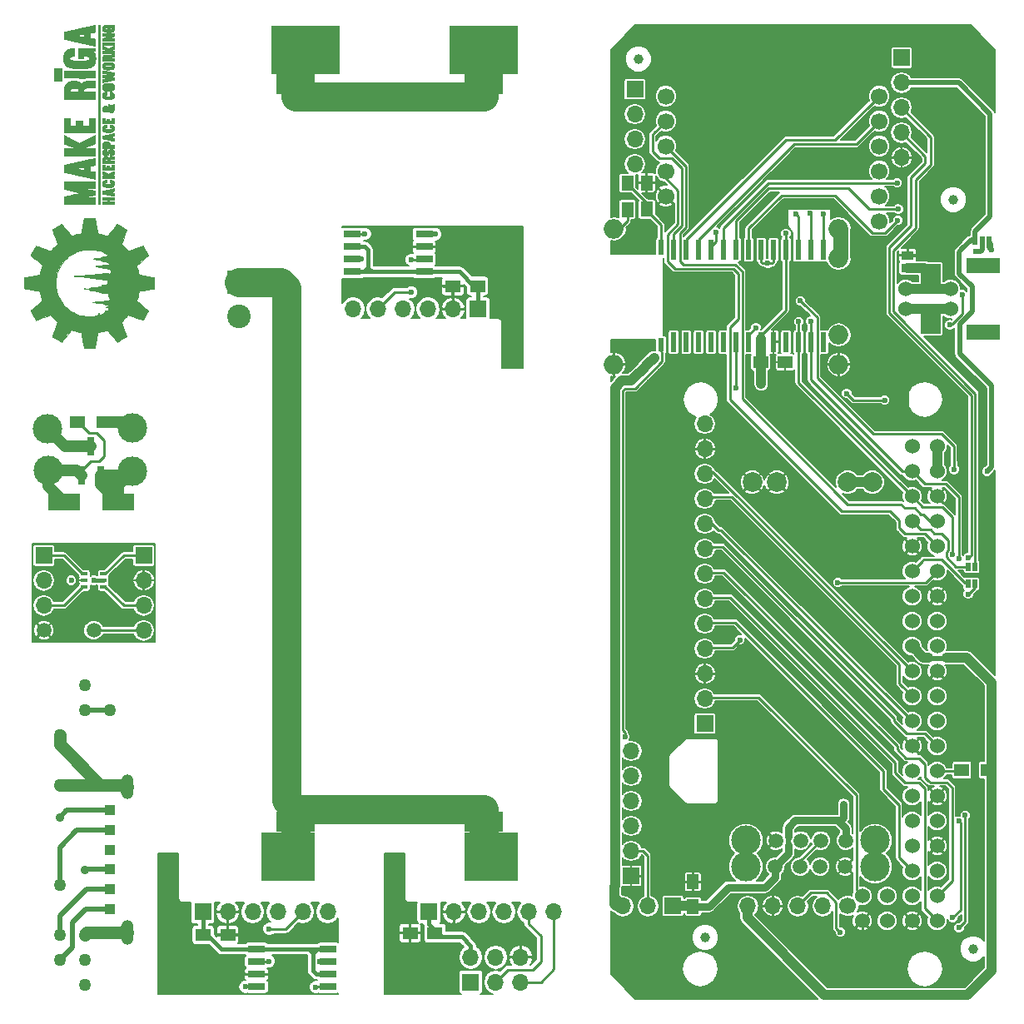
<source format=gtl>
%MOIN*%
%OFA0B0*%
%FSLAX46Y46*%
%IPPOS*%
%LPD*%
%ADD10C,0.0039370078740157488*%
%ADD11C,0.03937007874015748*%
%ADD12R,0.051181102362204731X0.059055118110236227*%
%ADD13O,0.07874015748031496X0.07874015748031496*%
%ADD14R,0.066929133858267723X0.066929133858267723*%
%ADD15O,0.066929133858267723X0.066929133858267723*%
%ADD16R,0.13779527559055119X0.03937007874015748*%
%ADD17R,0.13385826771653545X0.062992125984251982*%
%ADD18C,0.060000000000000005*%
%ADD19R,0.07874015748031496X0.07874015748031496*%
%ADD20R,0.05X0.038188976377952759*%
%ADD21C,0.066929133858267723*%
%ADD22R,0.059055118110236227X0.051181102362204731*%
%ADD23R,0.049212598425196853X0.059055118110236227*%
%ADD24R,0.059055118110236227X0.049212598425196853*%
%ADD25R,0.023622047244094488X0.055118110236220472*%
%ADD26R,0.023622047244094488X0.07874015748031496*%
%ADD27R,0.023622047244094488X0.062992125984251982*%
%ADD28R,0.01968503937007874X0.035433070866141732*%
%ADD29C,0.059055118110236227*%
%ADD30C,0.11811023622047245*%
%ADD31C,0.07874015748031496*%
%ADD32C,0.023622047244094488*%
%ADD33C,0.01968503937007874*%
%ADD34C,0.00984251968503937*%
%ADD35C,0.03937007874015748*%
%ADD36C,0.031496062992125991*%
%ADD37C,0.0070866141732283464*%
%ADD48C,0.0078740157480314977*%
%ADD49C,0.0984251968503937*%
%ADD50R,0.27559055118110237X0.19685039370078741*%
%ADD51R,0.21259842519685043X0.19685039370078741*%
%ADD52R,0.15748031496062992X0.07874015748031496*%
%ADD53C,0.094488188976377951*%
%ADD54R,0.094488188976377951X0.094488188976377951*%
%ADD55C,0.11811023622047245*%
%ADD56C,0.0078740157480314977*%
%ADD57R,0.059055118110236227X0.049212598425196853*%
%ADD58R,0.066929133858267723X0.025590551181102365*%
%ADD59R,0.066929133858267723X0.066929133858267723*%
%ADD60O,0.066929133858267723X0.066929133858267723*%
%ADD61C,0.023622047244094488*%
%ADD62C,0.015748031496062995*%
%ADD63C,0.00984251968503937*%
%ADD64C,0.0078740157480314977*%
%ADD65R,0.059055118110236227X0.049212598425196853*%
%ADD66R,0.066929133858267723X0.066929133858267723*%
%ADD67O,0.066929133858267723X0.066929133858267723*%
%ADD68C,0.015748031496062995*%
%ADD69C,0.00984251968503937*%
%ADD70C,0.0078740157480314977*%
%ADD71R,0.066929133858267723X0.066929133858267723*%
%ADD72O,0.066929133858267723X0.066929133858267723*%
%ADD73R,0.025590551181102365X0.015748031496062995*%
%ADD74C,0.059055118110236227*%
%ADD75C,0.023622047244094488*%
%ADD76C,0.00984251968503937*%
%ADD77C,0.015748031496062995*%
%ADD78C,0.0062992125984251976*%
%ADD79C,0.005905511811023622*%
%ADD80R,0.04X0.04*%
%ADD81O,0.05X0.1*%
%ADD82C,0.05*%
%ADD83C,0.035*%
%ADD84C,0.02*%
%ADD85C,0.05*%
%ADD86C,0.0078740157480314977*%
%ADD87R,0.12992125984251968X0.066929133858267723*%
%ADD88R,0.031496062992125991X0.074803149606299218*%
%ADD89R,0.059055118110236227X0.051181102362204731*%
%ADD90C,0.11811023622047245*%
%ADD91C,0.047244094488188976*%
%ADD92C,0.00984251968503937*%
%ADD93C,0.0078740157480314977*%
%ADD94R,0.059055118110236227X0.049212598425196853*%
%ADD95R,0.066929133858267723X0.025590551181102365*%
%ADD96R,0.066929133858267723X0.066929133858267723*%
%ADD97O,0.066929133858267723X0.066929133858267723*%
%ADD98C,0.023622047244094488*%
%ADD99C,0.015748031496062995*%
%ADD100C,0.00984251968503937*%
%ADD101C,0.0078740157480314977*%
%ADD102C,0.00039370078740157485*%
%LPD*%
G01G01*
D10*
D11*
X0000728346Y0005511811D02*
X0003753937Y0003220472D03*
D12*
X0002525846Y0003181161D03*
X0002525846Y0003287460D03*
D13*
X0002394661Y0003103118D03*
X0002394661Y0002559811D03*
X0003294661Y0003103118D03*
X0003294661Y0002985007D03*
X0003294661Y0002677921D03*
X0003294661Y0002559811D03*
D14*
X0002463346Y0000511811D03*
D15*
X0002463346Y0000611811D03*
X0002463346Y0000711811D03*
X0002463346Y0000811811D03*
X0002463346Y0000911810D03*
X0002463346Y0001011811D03*
D16*
X0003653094Y0002782440D03*
X0003653094Y0002861181D03*
D17*
X0003871598Y0002687952D03*
X0003871598Y0002955669D03*
D18*
X0003562346Y0002781811D03*
X0003562346Y0002861811D03*
X0003742346Y0002861811D03*
X0003742346Y0002781811D03*
D19*
X0003662346Y0002721811D03*
X0003662346Y0002921811D03*
D14*
X0002758346Y0001121811D03*
D15*
X0002758346Y0001221811D03*
X0002758346Y0001321811D03*
X0002758346Y0001421811D03*
X0002758346Y0001521811D03*
X0002758346Y0001621811D03*
X0002758346Y0001721810D03*
X0002758346Y0001821811D03*
X0002758346Y0001921810D03*
X0002758346Y0002021811D03*
X0002758346Y0002121811D03*
X0002758346Y0002221811D03*
X0002758346Y0002321811D03*
D14*
X0002478346Y0003661810D03*
D15*
X0002478346Y0003561811D03*
X0002478346Y0003461811D03*
X0002478346Y0003361811D03*
D20*
X0003570346Y0002946614D03*
X0003570346Y0002997007D03*
D14*
X0003546346Y0003787811D03*
D15*
X0003546346Y0003687811D03*
X0003546346Y0003587811D03*
X0003546346Y0003487811D03*
X0003546346Y0003387811D03*
D12*
X0002448346Y0003180511D03*
X0002448346Y0003286811D03*
D21*
X0002602346Y0003633811D03*
X0002602346Y0003533811D03*
X0002602346Y0003433811D03*
X0002602346Y0003333811D03*
X0002602346Y0003233811D03*
X0003456677Y0003633811D03*
X0003456677Y0003533811D03*
X0003456677Y0003433811D03*
X0003456677Y0003333811D03*
X0003456677Y0003233811D03*
X0003456677Y0003133811D03*
D22*
X0003894045Y0000935410D03*
X0003787746Y0000935410D03*
D23*
X0002710846Y0000390098D03*
X0002710846Y0000488523D03*
D24*
X0002981633Y0002569310D03*
X0003080059Y0002569310D03*
D25*
X0002583346Y0002638110D03*
D26*
X0002633346Y0002649921D03*
X0002683346Y0002649921D03*
X0002733346Y0002649921D03*
X0002783346Y0002649921D03*
X0002833346Y0002649921D03*
X0002883346Y0002649921D03*
X0002933346Y0002649921D03*
X0002983346Y0002649921D03*
X0003033346Y0002649921D03*
X0003083346Y0002649921D03*
X0003133346Y0002649921D03*
X0003183346Y0002649921D03*
X0003233346Y0002649921D03*
X0003233346Y0003020000D03*
X0003183346Y0003020000D03*
X0003133346Y0003020000D03*
X0003083346Y0003020000D03*
X0003033346Y0003020000D03*
X0002983346Y0003020000D03*
X0002933346Y0003020000D03*
X0002883346Y0003020000D03*
X0002833346Y0003020000D03*
X0002783346Y0003020000D03*
X0002733346Y0003020000D03*
X0002683346Y0003020000D03*
X0002633346Y0003020000D03*
D27*
X0002583346Y0003027874D03*
D28*
X0003811946Y0001682211D03*
X0003839505Y0001682211D03*
X0003813187Y0001749811D03*
X0003840746Y0001749811D03*
D29*
X0003320767Y0000549192D03*
X0003220767Y0000549192D03*
X0003140846Y0000549192D03*
X0003040846Y0000549192D03*
D30*
X0003440846Y0000654311D03*
X0002922736Y0000654311D03*
D14*
X0002630846Y0000391810D03*
D15*
X0002530846Y0000391810D03*
X0002430846Y0000391810D03*
D29*
X0003042425Y0000653811D03*
X0003142425Y0000653811D03*
X0003222346Y0000653811D03*
X0003322346Y0000653811D03*
D30*
X0002922346Y0000548692D03*
X0003440456Y0000548692D03*
D21*
X0003330846Y0000391810D03*
D15*
X0003230846Y0000391810D03*
X0003130846Y0000391810D03*
X0003030846Y0000391810D03*
X0002930846Y0000391810D03*
D18*
X0003588346Y0002231811D03*
X0003688346Y0002231811D03*
X0003588346Y0002131810D03*
X0003688346Y0002131810D03*
X0003588346Y0002031811D03*
X0003688346Y0002031811D03*
X0003588346Y0001931811D03*
X0003688346Y0001931811D03*
X0003588346Y0001831811D03*
X0003688346Y0001831811D03*
X0003588346Y0001731811D03*
X0003688346Y0001731811D03*
X0003588346Y0001631810D03*
X0003688346Y0001631810D03*
X0003588346Y0001531811D03*
X0003688346Y0001531811D03*
X0003588346Y0001431810D03*
X0003688346Y0001431810D03*
X0003588346Y0001331811D03*
X0003688346Y0001331811D03*
X0003588346Y0001231810D03*
X0003688346Y0001231810D03*
X0003588346Y0001131811D03*
X0003688346Y0001131811D03*
X0003588346Y0001031811D03*
X0003688346Y0001031811D03*
X0003588346Y0000931811D03*
X0003688346Y0000931811D03*
X0003588346Y0000831811D03*
X0003688346Y0000831811D03*
X0003588346Y0000731810D03*
X0003688346Y0000731810D03*
X0003588346Y0000631811D03*
X0003688346Y0000631811D03*
X0003588346Y0000531810D03*
X0003688346Y0000531810D03*
X0003588346Y0000431810D03*
X0003688346Y0000431810D03*
X0003588346Y0000331810D03*
X0003688346Y0000331810D03*
X0003488346Y0000431810D03*
X0003488346Y0000331810D03*
X0003388346Y0000431810D03*
X0003388346Y0000331810D03*
D31*
X0003046881Y0002087811D03*
X0002948456Y0002087811D03*
X0003428771Y0002087811D03*
X0003330346Y0002087811D03*
D28*
X0003896105Y0003056211D03*
X0003868546Y0003056211D03*
X0003840987Y0003056211D03*
D11*
X0002492125Y0003783464D03*
X0002759842Y0000265748D03*
X0003832677Y0000220472D03*
D32*
X0003888346Y0002131810D03*
X0003023346Y0002934311D03*
X0002992346Y0003129810D03*
X0002958146Y0002965011D03*
X0002943346Y0003151811D03*
X0002907746Y0002965611D03*
X0002808346Y0002891811D03*
X0002768346Y0002891811D03*
X0002728346Y0002891811D03*
X0002688346Y0002891811D03*
X0002648346Y0002891811D03*
X0002648346Y0002851811D03*
X0002688346Y0002851811D03*
X0002728346Y0002851811D03*
X0002768346Y0002851811D03*
X0002808346Y0002851811D03*
X0002808346Y0002811811D03*
X0002768346Y0002811811D03*
X0002728346Y0002811811D03*
X0002688346Y0002811811D03*
X0002648346Y0002811811D03*
X0002648346Y0002771811D03*
X0002688346Y0002771811D03*
X0002728346Y0002771811D03*
X0002768346Y0002771811D03*
X0002808346Y0002771811D03*
X0002808346Y0002731811D03*
X0002768346Y0002731811D03*
X0002728346Y0002731811D03*
X0002688346Y0002731811D03*
X0002648346Y0002731811D03*
X0003800946Y0001882010D03*
X0003800146Y0002008410D03*
X0003172946Y0003312173D03*
X0003219946Y0003311410D03*
X0003263346Y0003312173D03*
X0002928346Y0003561811D03*
X0003028346Y0003561811D03*
X0002778346Y0003611811D03*
X0002828346Y0003661810D03*
X0003128346Y0003561811D03*
X0003678346Y0003536811D03*
X0003728346Y0003536811D03*
X0003778346Y0003536811D03*
X0003778346Y0003586810D03*
X0003728346Y0003586810D03*
X0003678346Y0003586810D03*
X0003678346Y0003636811D03*
X0003728346Y0003636811D03*
X0003778346Y0003636811D03*
X0003028346Y0003761811D03*
X0003128346Y0003761811D03*
X0003228346Y0003761811D03*
X0003328346Y0003661810D03*
X0003228346Y0003661810D03*
X0003128346Y0003661810D03*
X0003028346Y0003661810D03*
X0002928346Y0003661810D03*
X0003278346Y0003611811D03*
X0003278346Y0003711811D03*
X0003178346Y0003711811D03*
X0003178346Y0003611811D03*
X0003078346Y0003611811D03*
X0002978346Y0003611811D03*
X0002878346Y0003611811D03*
X0002878346Y0003711811D03*
X0002978346Y0003711811D03*
X0003078346Y0003711811D03*
X0003078346Y0003811811D03*
X0003178346Y0003811811D03*
X0003278346Y0003811811D03*
X0002608996Y0002587811D03*
X0002536346Y0002487811D03*
X0003853346Y0000711811D03*
X0003853346Y0000611811D03*
X0003853346Y0000511811D03*
X0003853346Y0000411811D03*
X0003853346Y0000311810D03*
X0003853346Y0000136810D03*
X0003803346Y0000086811D03*
X0003703346Y0000086811D03*
X0003578346Y0000086811D03*
X0003478346Y0000086811D03*
X0003378346Y0000086811D03*
X0003278346Y0000086811D03*
X0003903346Y0001436811D03*
X0003903346Y0001536811D03*
X0003903346Y0001636811D03*
X0003903346Y0001736810D03*
X0003903346Y0001836811D03*
X0003903346Y0001936810D03*
X0003903346Y0002036811D03*
X0002453346Y0001136811D03*
X0002453346Y0001236811D03*
X0002453346Y0001336811D03*
X0002453346Y0001436811D03*
X0002453346Y0001536811D03*
X0002453346Y0001636811D03*
X0002453346Y0001736810D03*
X0002453346Y0001836811D03*
X0002453346Y0001936810D03*
X0002453346Y0002036811D03*
X0002453346Y0002136811D03*
X0002453346Y0002236811D03*
X0002453346Y0002336811D03*
X0002492346Y0002441811D03*
X0002580346Y0002531811D03*
X0003690846Y0002996811D03*
X0003655846Y0002996811D03*
X0003618346Y0002996811D03*
X0003570346Y0002997007D03*
X0003708346Y0002371811D03*
X0003708346Y0002491811D03*
X0003568346Y0002371811D03*
X0003568346Y0002491811D03*
X0002596346Y0003703810D03*
X0003062629Y0000799425D03*
X0002878346Y0003321811D03*
X0002878346Y0003411811D03*
X0003231646Y0003162711D03*
X0003179646Y0003164811D03*
X0003122346Y0003163711D03*
X0002972440Y0003897637D03*
X0003051181Y0003897637D03*
X0003110236Y0003897637D03*
X0003188976Y0003897637D03*
X0003267716Y0003897637D03*
X0003346456Y0003897637D03*
X0003425196Y0003897637D03*
X0003503937Y0003897637D03*
X0003582677Y0003897637D03*
X0003661417Y0003897637D03*
X0003740157Y0003897637D03*
X0003818897Y0003897637D03*
X0002893700Y0003897637D03*
X0002814960Y0003897637D03*
X0002736220Y0003897637D03*
X0002657480Y0003897637D03*
X0002578740Y0003897637D03*
X0002500000Y0003897637D03*
X0002401574Y0003799212D03*
X0002401574Y0003720472D03*
X0002401574Y0003641732D03*
X0002401574Y0003562992D03*
X0002401574Y0003484251D03*
X0002401574Y0003405511D03*
X0002401574Y0003326771D03*
X0002401574Y0003248031D03*
X0002401574Y0003169291D03*
X0003183746Y0002732411D03*
X0003775846Y0001781810D03*
X0003800846Y0000754310D03*
X0003775846Y0000304311D03*
X0003300846Y0000286810D03*
X0003134346Y0002731411D03*
X0003748546Y0001799411D03*
X0003775846Y0000731673D03*
X0003750846Y0000344310D03*
X0003326346Y0002443811D03*
X0002555846Y0002586811D03*
X0002508346Y0002539311D03*
X0002530846Y0002561810D03*
X0003478346Y0002416811D03*
X0003907546Y0003017811D03*
X0003083346Y0003084211D03*
X0002983746Y0002481811D03*
X0002438346Y0001069311D03*
X0003314598Y0000799425D03*
X0003314598Y0000745811D03*
X0003813346Y0001640211D03*
X0003813341Y0001785244D03*
X0003530846Y0003136811D03*
X0003528346Y0003286811D03*
X0003533346Y0003181811D03*
X0003010746Y0002965011D03*
X0003756346Y0002139811D03*
X0003140846Y0002814311D03*
X0002882946Y0002465611D03*
X0003290846Y0001686811D03*
X0002898346Y0001456811D03*
X0002802946Y0003088610D03*
X0002962606Y0002707439D03*
X0003739346Y0002718411D03*
X0003788746Y0002839611D03*
X0003844146Y0003012810D03*
D33*
X0003788133Y0003022385D02*
X0003825787Y0003060039D01*
X0003825787Y0003060039D02*
X0003837159Y0003060039D01*
X0003837159Y0003060039D02*
X0003840987Y0003056211D01*
X0003840987Y0003093612D02*
X0003900846Y0003153471D01*
X0003900846Y0003174212D02*
X0003900846Y0003561811D01*
X0003840987Y0003056211D02*
X0003840987Y0003093612D01*
X0003900846Y0003153471D02*
X0003900846Y0003174212D01*
X0003788133Y0003022385D02*
X0003776574Y0003010826D01*
X0003776574Y0002923921D02*
X0003828146Y0002872349D01*
X0003828146Y0002771272D02*
X0003778346Y0002721472D01*
X0003776574Y0003010826D02*
X0003776574Y0002923921D01*
X0003828146Y0002872349D02*
X0003828146Y0002771272D01*
X0003778346Y0002721472D02*
X0003778346Y0002601811D01*
X0003778346Y0002601811D02*
X0003905846Y0002474311D01*
X0003905846Y0002474311D02*
X0003905846Y0002149311D01*
X0003905846Y0002149311D02*
X0003888346Y0002131810D01*
D34*
X0003840987Y0003056211D02*
X0003840987Y0003074451D01*
D35*
X0003905846Y0000829310D02*
X0003905846Y0000867610D01*
X0003905846Y0000867610D02*
X0003905846Y0001286811D01*
D34*
X0003894045Y0000935410D02*
X0003894045Y0000899977D01*
X0003905846Y0000888177D02*
X0003905846Y0000867610D01*
X0003894045Y0000899977D02*
X0003905846Y0000888177D01*
D33*
X0003774846Y0003687811D02*
X0003546346Y0003687811D01*
X0003900846Y0003561811D02*
X0003774846Y0003687811D01*
D35*
X0003748346Y0001386062D02*
X0003724872Y0001386062D01*
D33*
X0003653325Y0001380905D02*
X0003726377Y0001380905D01*
X0003648346Y0001386062D02*
X0003651820Y0001386062D01*
D35*
X0003634094Y0001386062D02*
X0003651820Y0001386062D01*
D34*
X0003905196Y0000828661D02*
X0003905846Y0000829310D01*
D35*
X0003588346Y0001431810D02*
X0003634094Y0001386062D01*
X0003905846Y0001286811D02*
X0003806594Y0001386062D01*
X0003806594Y0001386062D02*
X0003748346Y0001386062D01*
X0003905846Y0000131811D02*
X0003905846Y0000829310D01*
X0003810846Y0000036811D02*
X0003905846Y0000131811D01*
X0003236020Y0000036811D02*
X0003810846Y0000036811D01*
X0002928346Y0000391810D02*
X0002928346Y0000344485D01*
X0002928346Y0000344485D02*
X0003236020Y0000036811D01*
D34*
X0003133346Y0003031811D02*
X0003133346Y0003153711D01*
X0003133346Y0003153711D02*
X0003132346Y0003153711D01*
X0003132346Y0003153711D02*
X0003122346Y0003163711D01*
X0002648746Y0002731811D02*
X0002648746Y0002707011D01*
X0002608146Y0002588211D02*
X0002608996Y0002587811D01*
X0002645946Y0002588211D02*
X0002608146Y0002588211D01*
X0002658546Y0002600810D02*
X0002645946Y0002588211D01*
X0002658546Y0002697211D02*
X0002658546Y0002600810D01*
X0002648746Y0002707011D02*
X0002658546Y0002697211D01*
X0002908346Y0002971811D02*
X0002920157Y0002960000D01*
X0002920157Y0002960000D02*
X0002946535Y0002960000D01*
X0002946535Y0002960000D02*
X0002958346Y0002971811D01*
X0002958346Y0002971811D02*
X0002958346Y0003095811D01*
X0002958346Y0003095811D02*
X0002992346Y0003129810D01*
X0002908346Y0003116811D02*
X0002943346Y0003151811D01*
X0002908346Y0003101582D02*
X0002908346Y0003116811D01*
X0002908346Y0002971811D02*
X0002908346Y0003101582D01*
X0002768346Y0002891811D02*
X0002808346Y0002891811D01*
X0002688346Y0002891811D02*
X0002728346Y0002891811D01*
X0002728346Y0002851811D02*
X0002688346Y0002851811D01*
X0002768346Y0002851811D02*
X0002728346Y0002851811D01*
X0002808346Y0002851811D02*
X0002768346Y0002851811D01*
X0002768346Y0002811811D02*
X0002808346Y0002811811D01*
X0002728346Y0002811811D02*
X0002768346Y0002811811D01*
X0002648346Y0002811811D02*
X0002688346Y0002811811D01*
X0002688346Y0002771811D02*
X0002648346Y0002771811D01*
X0002728346Y0002771811D02*
X0002688346Y0002771811D01*
X0002808346Y0002771811D02*
X0002768346Y0002771811D01*
X0002768346Y0002731811D02*
X0002808346Y0002731811D01*
X0002648346Y0002731811D02*
X0002648746Y0002731811D01*
X0002648746Y0002731811D02*
X0002688346Y0002731811D01*
X0003800146Y0002008410D02*
X0003800146Y0001882811D01*
X0003800146Y0001882811D02*
X0003800946Y0001882010D01*
X0003263346Y0003312173D02*
X0003220708Y0003312173D01*
X0003220708Y0003312173D02*
X0003219946Y0003311410D01*
X0003328346Y0003661810D02*
X0003228346Y0003661810D01*
X0003278346Y0003611811D02*
X0003328346Y0003661810D01*
X0003128346Y0003561811D02*
X0003228346Y0003561811D01*
X0003228346Y0003561811D02*
X0003278346Y0003611811D01*
X0002453346Y0002397810D02*
X0002453346Y0002336811D01*
X0002492346Y0002441811D02*
X0002453346Y0002402811D01*
X0002453346Y0002402811D02*
X0002453346Y0002397810D01*
X0003128346Y0003561811D02*
X0003028346Y0003561811D01*
X0002928346Y0003661810D02*
X0002828346Y0003661810D01*
X0003778346Y0003536811D02*
X0003728346Y0003536811D01*
X0003728346Y0003586810D02*
X0003778346Y0003586810D01*
X0003678346Y0003636811D02*
X0003678346Y0003586810D01*
X0003778346Y0003636811D02*
X0003728346Y0003636811D01*
X0003128346Y0003761811D02*
X0003028346Y0003761811D01*
X0003328346Y0003661810D02*
X0003228346Y0003761811D01*
X0003128346Y0003661810D02*
X0003228346Y0003661810D01*
X0002928346Y0003661810D02*
X0003028346Y0003661810D01*
X0003178346Y0003711811D02*
X0003278346Y0003711811D01*
X0003078346Y0003611811D02*
X0003178346Y0003611811D01*
X0002878346Y0003611811D02*
X0002978346Y0003611811D01*
X0002978346Y0003711811D02*
X0002878346Y0003711811D01*
X0003078346Y0003811811D02*
X0003078346Y0003711811D01*
X0003278346Y0003811811D02*
X0003178346Y0003811811D01*
X0002580346Y0002531811D02*
X0002608996Y0002560461D01*
X0002608996Y0002571107D02*
X0002608996Y0002587811D01*
X0002608996Y0002560461D02*
X0002608996Y0002571107D01*
X0002536346Y0002487811D02*
X0002558346Y0002509811D01*
X0002558346Y0002509811D02*
X0002580346Y0002531811D01*
X0002492346Y0002441811D02*
X0002536346Y0002485811D01*
X0002536346Y0002485811D02*
X0002536346Y0002487811D01*
X0003853346Y0000511811D02*
X0003853346Y0000611811D01*
X0003853346Y0000311810D02*
X0003853346Y0000411811D01*
X0003703346Y0000086811D02*
X0003803346Y0000086811D01*
X0003378346Y0000086811D02*
X0003478346Y0000086811D01*
X0003388346Y0000331810D02*
X0003388346Y0000196810D01*
X0003388346Y0000196810D02*
X0003278346Y0000086811D01*
X0003903346Y0001636811D02*
X0003903346Y0001536811D01*
X0003903346Y0001836811D02*
X0003903346Y0001736810D01*
X0003903346Y0002036811D02*
X0003903346Y0001936810D01*
X0002453346Y0001236811D02*
X0002453346Y0001136811D01*
X0002453346Y0001436811D02*
X0002453346Y0001336811D01*
X0002453346Y0001636811D02*
X0002453346Y0001536811D01*
X0002453346Y0001836811D02*
X0002453346Y0001736810D01*
X0002453346Y0002036811D02*
X0002453346Y0001936810D01*
X0002453346Y0002236811D02*
X0002453346Y0002136811D01*
X0003658346Y0002996811D02*
X0003693346Y0002996811D01*
X0003570346Y0002997007D02*
X0003618149Y0002997007D01*
X0003618149Y0002997007D02*
X0003618346Y0002996811D01*
X0003568346Y0002491811D02*
X0003568346Y0002371811D01*
X0002878346Y0003411811D02*
X0002878346Y0003321811D01*
X0003233346Y0003031811D02*
X0003233346Y0003164251D01*
X0003183346Y0003031811D02*
X0003183346Y0003169251D01*
X0002972440Y0003897637D02*
X0003051181Y0003897637D01*
X0003110236Y0003897637D02*
X0003188976Y0003897637D01*
X0003267716Y0003897637D02*
X0003346456Y0003897637D01*
X0003425196Y0003897637D02*
X0003503937Y0003897637D01*
X0003582677Y0003897637D02*
X0003661417Y0003897637D01*
X0003740157Y0003897637D02*
X0003818897Y0003897637D01*
X0002814960Y0003897637D02*
X0002893700Y0003897637D01*
X0002657480Y0003897637D02*
X0002736220Y0003897637D01*
X0002500000Y0003897637D02*
X0002578740Y0003897637D01*
X0002401574Y0003720472D02*
X0002401574Y0003799212D01*
X0002401574Y0003562992D02*
X0002401574Y0003641732D01*
X0002401574Y0003405511D02*
X0002401574Y0003484251D01*
X0002401574Y0003248031D02*
X0002401574Y0003326771D01*
X0002778346Y0001829811D02*
X0002829340Y0001829811D01*
X0002829340Y0001829811D02*
X0003515846Y0001143304D01*
X0003515846Y0001131811D02*
X0003565846Y0001081810D01*
X0003515846Y0001143304D02*
X0003515846Y0001131811D01*
X0003565846Y0001081810D02*
X0003638346Y0001081810D01*
X0003638346Y0001081810D02*
X0003658346Y0001061810D01*
X0003658346Y0001061810D02*
X0003688346Y0001031811D01*
X0002778346Y0001929811D02*
X0002811810Y0001896346D01*
X0002811810Y0001896346D02*
X0002823810Y0001896346D01*
X0002823810Y0001896346D02*
X0003558346Y0001161810D01*
X0003558346Y0001161810D02*
X0003588346Y0001131811D01*
D35*
X0003688346Y0002231811D02*
X0003688346Y0002131810D01*
D34*
X0002463346Y0000611811D02*
X0002510672Y0000611811D01*
X0002510672Y0000611811D02*
X0002528346Y0000594137D01*
X0002528346Y0000594137D02*
X0002528346Y0000391810D01*
X0003183346Y0002661732D02*
X0003183346Y0002732011D01*
X0003183346Y0002732011D02*
X0003183746Y0002732411D01*
X0003775846Y0001781810D02*
X0003775846Y0002029311D01*
X0003775846Y0002029311D02*
X0003723346Y0002081811D01*
X0003723346Y0002081811D02*
X0003638346Y0002081811D01*
X0003638346Y0002081811D02*
X0003588346Y0002131810D01*
X0003588346Y0002131810D02*
X0003548346Y0002131810D01*
X0003183346Y0002497811D02*
X0003183346Y0002661732D01*
X0003548346Y0002131810D02*
X0003192346Y0002487811D01*
X0003192346Y0002487811D02*
X0003192346Y0002488811D01*
X0003192346Y0002488811D02*
X0003183346Y0002497811D01*
X0003300846Y0000286810D02*
X0003284055Y0000303602D01*
X0003284055Y0000303602D02*
X0003284055Y0000406102D01*
X0003284055Y0000406102D02*
X0003245846Y0000444311D01*
X0003245846Y0000444311D02*
X0003183346Y0000444311D01*
X0003183346Y0000444311D02*
X0003180846Y0000441811D01*
X0003180846Y0000441811D02*
X0003130846Y0000391810D01*
X0003800846Y0000329310D02*
X0003800846Y0000754310D01*
X0003775846Y0000304311D02*
X0003800846Y0000329310D01*
X0003134346Y0002731411D02*
X0003134346Y0002662732D01*
X0003134346Y0002662732D02*
X0003133346Y0002661732D01*
X0003748346Y0001949311D02*
X0003748346Y0001804310D01*
X0003588346Y0002031811D02*
X0003631377Y0001988779D01*
X0003631377Y0001988779D02*
X0003708877Y0001988779D01*
X0003708877Y0001988779D02*
X0003748346Y0001949311D01*
X0003783346Y0000724173D02*
X0003775846Y0000731673D01*
X0003783346Y0000376810D02*
X0003783346Y0000724173D01*
X0003750846Y0000344310D02*
X0003783346Y0000376810D01*
X0003588346Y0002031811D02*
X0003133346Y0002486811D01*
X0003133346Y0002486811D02*
X0003133346Y0002661732D01*
X0003326346Y0002443811D02*
X0003353346Y0002416811D01*
D35*
X0002530846Y0002561810D02*
X0002555846Y0002586811D01*
X0002397381Y0000398775D02*
X0002397381Y0000435811D01*
X0002397381Y0000435811D02*
X0002397381Y0000470672D01*
X0002430846Y0000391810D02*
X0002397381Y0000425275D01*
X0002397381Y0000425275D02*
X0002397381Y0000435811D01*
X0002430846Y0000391810D02*
X0002404346Y0000391810D01*
X0002463346Y0002494311D02*
X0002483346Y0002514311D01*
X0002404346Y0000391810D02*
X0002397381Y0000398775D01*
X0002397381Y0000470672D02*
X0002398346Y0000471637D01*
X0002448346Y0002494311D02*
X0002463346Y0002494311D01*
X0002398346Y0000471637D02*
X0002398346Y0002466811D01*
X0002398346Y0002466811D02*
X0002426385Y0002494850D01*
X0002426385Y0002494850D02*
X0002447807Y0002494850D01*
X0002447807Y0002494850D02*
X0002448346Y0002494311D01*
X0002483346Y0002514311D02*
X0002508346Y0002539311D01*
X0002508346Y0002539311D02*
X0002530846Y0002561810D01*
D34*
X0002417153Y0003103118D02*
X0002448346Y0003134311D01*
X0002448346Y0003134311D02*
X0002448346Y0003180511D01*
X0002414346Y0003103118D02*
X0002417153Y0003103118D01*
X0003353346Y0002416811D02*
X0003478346Y0002416811D01*
D33*
X0003896105Y0003056211D02*
X0003896105Y0003029251D01*
X0003896105Y0003029251D02*
X0003907546Y0003017811D01*
D34*
X0003907546Y0003017811D02*
X0003907546Y0003044770D01*
X0003907546Y0003044770D02*
X0003896105Y0003056211D01*
X0003083346Y0003020000D02*
X0003083346Y0003084211D01*
X0002983346Y0002649921D02*
X0002983346Y0002677480D01*
X0002983346Y0002677480D02*
X0003083346Y0002777480D01*
X0003083346Y0002777480D02*
X0003083346Y0002970787D01*
X0003083346Y0002970787D02*
X0003083346Y0003020000D01*
D35*
X0002983746Y0002481811D02*
X0002983746Y0002567198D01*
X0002983746Y0002567198D02*
X0002981633Y0002569310D01*
D33*
X0003083346Y0003031811D02*
X0003083346Y0003004251D01*
D35*
X0002981633Y0002569310D02*
X0002981633Y0002660019D01*
X0002981633Y0002660019D02*
X0002983346Y0002661732D01*
D34*
X0002583346Y0002612519D02*
X0002583346Y0002634173D01*
X0002438346Y0001086014D02*
X0002438346Y0001069311D01*
X0002428858Y0002454172D02*
X0002428858Y0001095502D01*
X0002438484Y0002463798D02*
X0002428858Y0002454172D01*
X0002428858Y0001095502D02*
X0002438346Y0001086014D01*
X0002586358Y0002609507D02*
X0002586358Y0002571672D01*
X0002478485Y0002463798D02*
X0002438484Y0002463798D01*
X0002583346Y0002612519D02*
X0002586358Y0002609507D01*
X0002586358Y0002571672D02*
X0002478485Y0002463798D01*
D35*
X0003742346Y0002861811D02*
X0003653724Y0002861811D01*
X0003653724Y0002861811D02*
X0003653094Y0002861181D01*
X0003662346Y0002921811D02*
X0003662346Y0002870433D01*
X0003662346Y0002870433D02*
X0003653094Y0002861181D01*
X0003570346Y0002946614D02*
X0003637543Y0002946614D01*
X0003637543Y0002946614D02*
X0003662346Y0002921811D01*
D36*
X0003314598Y0000745811D02*
X0003314598Y0000799425D01*
X0003290846Y0000734311D02*
X0003303098Y0000734311D01*
X0003303098Y0000734311D02*
X0003314598Y0000745811D01*
X0003322346Y0000700811D02*
X0003322346Y0000653811D01*
D33*
X0003093346Y0000635811D02*
X0003093346Y0000646811D01*
X0003093346Y0000646811D02*
X0003093346Y0000669810D01*
D36*
X0003093346Y0000706811D02*
X0003093346Y0000669810D01*
X0003093346Y0000601692D02*
X0003093346Y0000635811D01*
X0002710846Y0000390098D02*
X0002774822Y0000390098D01*
X0002851535Y0000466811D02*
X0002774822Y0000390098D01*
X0003000222Y0000466811D02*
X0002851535Y0000466811D01*
X0002851535Y0000466811D02*
X0002848771Y0000464047D01*
X0003040846Y0000549192D02*
X0003040846Y0000507434D01*
X0003040846Y0000507434D02*
X0003000222Y0000466811D01*
D35*
X0002628346Y0000391810D02*
X0002709133Y0000391810D01*
X0002709133Y0000391810D02*
X0002710846Y0000390098D01*
D33*
X0003323346Y0000701810D02*
X0003322346Y0000700811D01*
D36*
X0003290846Y0000734311D02*
X0003323346Y0000701810D01*
X0003120846Y0000734311D02*
X0003290846Y0000734311D01*
X0003093346Y0000706811D02*
X0003120846Y0000734311D01*
X0003040846Y0000549192D02*
X0003093346Y0000601692D01*
D34*
X0002786346Y0001129810D02*
X0002778346Y0001129810D01*
X0003558346Y0001361810D02*
X0002790346Y0002129811D01*
X0002790346Y0002129811D02*
X0002778346Y0002129811D01*
X0003558346Y0001361810D02*
X0003588346Y0001331811D01*
X0003536346Y0001383810D02*
X0003558346Y0001361810D01*
X0003537092Y0001360236D02*
X0002867518Y0002029810D01*
X0003537092Y0001360236D02*
X0003537092Y0001283064D01*
X0003537092Y0001283064D02*
X0003547125Y0001273031D01*
X0003588346Y0001231810D02*
X0003547125Y0001273031D01*
X0002867518Y0002029810D02*
X0002778346Y0002029810D01*
X0002758346Y0001726811D02*
X0002832922Y0001726811D01*
X0003638346Y0000960581D02*
X0003638346Y0000906811D01*
X0002832922Y0001726811D02*
X0003528346Y0001031387D01*
X0003528346Y0001031387D02*
X0003528346Y0001019311D01*
X0003748346Y0000491811D02*
X0003688346Y0000431810D01*
X0003528346Y0001019311D02*
X0003563770Y0000983887D01*
X0003638346Y0000906811D02*
X0003654173Y0000890984D01*
X0003563770Y0000983887D02*
X0003615040Y0000983887D01*
X0003615040Y0000983887D02*
X0003638346Y0000960581D01*
X0003654173Y0000890984D02*
X0003656673Y0000890984D01*
X0003656673Y0000890984D02*
X0003660846Y0000886811D01*
X0003660846Y0000886811D02*
X0003725846Y0000886811D01*
X0003725846Y0000886811D02*
X0003748346Y0000864311D01*
X0003748346Y0000864311D02*
X0003748346Y0000491811D01*
X0003520846Y0000936811D02*
X0003520846Y0000924311D01*
X0003520846Y0000924311D02*
X0003560846Y0000884311D01*
X0003560846Y0000884311D02*
X0003615846Y0000884311D01*
X0003638346Y0000861811D02*
X0003638346Y0000381811D01*
X0003638346Y0000381811D02*
X0003688346Y0000331810D01*
X0003615846Y0000884311D02*
X0003638346Y0000861811D01*
X0003520846Y0000964310D02*
X0003520846Y0000936811D01*
X0002858346Y0001626811D02*
X0003520846Y0000964310D01*
X0002758346Y0001626811D02*
X0002858346Y0001626811D01*
X0002758346Y0001226811D02*
X0002973346Y0001226811D01*
X0002973346Y0001226811D02*
X0003365846Y0000834311D01*
X0003365846Y0000834311D02*
X0003365846Y0000454311D01*
X0003365846Y0000454311D02*
X0003388346Y0000431810D01*
X0003546346Y0003587811D02*
X0003663346Y0003470811D01*
X0003663346Y0003470811D02*
X0003663346Y0003359311D01*
X0003513779Y0003016732D02*
X0003513779Y0002771287D01*
X0003521519Y0002763547D02*
X0003521519Y0002763181D01*
X0003840905Y0001777529D02*
X0003840746Y0001777370D01*
X0003663346Y0003359311D02*
X0003603346Y0003299311D01*
X0003521519Y0003024472D02*
X0003513779Y0003016732D01*
X0003840905Y0002443795D02*
X0003840905Y0001777529D01*
X0003603346Y0003299311D02*
X0003603346Y0003106811D01*
X0003603346Y0003106811D02*
X0003521519Y0003024984D01*
X0003521519Y0003024984D02*
X0003521519Y0003024472D01*
X0003840746Y0001777370D02*
X0003840746Y0001749811D01*
X0003513779Y0002771287D02*
X0003521519Y0002763547D01*
X0003521519Y0002763181D02*
X0003840905Y0002443795D01*
X0003813341Y0001785244D02*
X0003825157Y0001797059D01*
X0003503346Y0002759448D02*
X0003497047Y0002765748D01*
X0003825157Y0001797059D02*
X0003825157Y0002437272D01*
X0003825157Y0002437272D02*
X0003503346Y0002759082D01*
X0003503346Y0002759082D02*
X0003503346Y0002759448D01*
X0003497047Y0002765748D02*
X0003497047Y0003028011D01*
X0003497047Y0003028011D02*
X0003583346Y0003114311D01*
X0003640846Y0003366811D02*
X0003640846Y0003393311D01*
X0003583346Y0003114311D02*
X0003583346Y0003309311D01*
X0003583346Y0003309311D02*
X0003640846Y0003366811D01*
X0003640846Y0003393311D02*
X0003546346Y0003487811D01*
X0003813346Y0001640211D02*
X0003839505Y0001666370D01*
X0003839505Y0001666370D02*
X0003839505Y0001682211D01*
X0003222346Y0000653811D02*
X0003140846Y0000572310D01*
X0003140846Y0000572310D02*
X0003140846Y0000549192D01*
X0002525846Y0003181161D02*
X0002525846Y0003177224D01*
X0002525846Y0003177224D02*
X0002583346Y0003119724D01*
X0002583346Y0003119724D02*
X0002583346Y0003031811D01*
X0002448346Y0003286811D02*
X0002448346Y0003282873D01*
X0002448346Y0003282873D02*
X0002525846Y0003205374D01*
X0002525846Y0003205374D02*
X0002525846Y0003181161D01*
X0003428346Y0003086811D02*
X0003480846Y0003086811D01*
X0003273346Y0003236811D02*
X0003278346Y0003236811D01*
X0003278346Y0003236811D02*
X0003428346Y0003086811D01*
X0003480846Y0003086811D02*
X0003530846Y0003136811D01*
X0003273346Y0003236811D02*
X0003065846Y0003236811D01*
X0003065846Y0003236811D02*
X0002933346Y0003104311D01*
X0002933346Y0003104311D02*
X0002933346Y0003031811D01*
X0003528346Y0003286811D02*
X0003013346Y0003286811D01*
X0003013346Y0003286811D02*
X0002833346Y0003106811D01*
X0002833346Y0003106811D02*
X0002833346Y0003031811D01*
X0002883346Y0003031811D02*
X0002883346Y0003074411D01*
X0002883346Y0003074411D02*
X0002883346Y0003134311D01*
X0002883346Y0003134311D02*
X0003013346Y0003264311D01*
X0003013346Y0003264311D02*
X0003333346Y0003264311D01*
X0003333346Y0003264311D02*
X0003415846Y0003181811D01*
X0003415846Y0003181811D02*
X0003533346Y0003181811D01*
X0003688346Y0001931811D02*
X0003660846Y0001931811D01*
X0002908346Y0002931811D02*
X0002880346Y0002959811D01*
X0003598346Y0001984311D02*
X0003559846Y0001984311D01*
X0003623346Y0001959310D02*
X0003598346Y0001984311D01*
X0003660846Y0001931811D02*
X0003633346Y0001959310D01*
X0002658464Y0003084885D02*
X0002682343Y0003108764D01*
X0002672866Y0002959811D02*
X0002660708Y0002971968D01*
X0003633346Y0001959310D02*
X0003623346Y0001959310D01*
X0003559846Y0001984311D02*
X0003543448Y0002000708D01*
X0003543448Y0002000708D02*
X0003329448Y0002000708D01*
X0003329448Y0002000708D02*
X0002908346Y0002421810D01*
X0002908346Y0002421810D02*
X0002908346Y0002931811D01*
X0002880346Y0002959811D02*
X0002672866Y0002959811D01*
X0002660708Y0002971968D02*
X0002660708Y0002973149D01*
X0002660708Y0002973149D02*
X0002658464Y0002975393D01*
X0002682343Y0003353814D02*
X0002602346Y0003433811D01*
X0002658464Y0002975393D02*
X0002658464Y0003084885D01*
X0002682343Y0003108764D02*
X0002682343Y0003353814D01*
X0002602346Y0003333811D02*
X0002602346Y0003305311D01*
X0003500346Y0001971811D02*
X0003537846Y0001934311D01*
X0002608346Y0003079311D02*
X0002608346Y0002973211D01*
X0002650846Y0003121811D02*
X0002608346Y0003079311D01*
X0003560346Y0001881811D02*
X0003638346Y0001881811D01*
X0002872946Y0002943211D02*
X0002892598Y0002923559D01*
X0002602346Y0003305311D02*
X0002650846Y0003256811D01*
X0003537846Y0001934311D02*
X0003537846Y0001904811D01*
X0002638346Y0002943211D02*
X0002872946Y0002943211D01*
X0002608346Y0002973211D02*
X0002638346Y0002943211D01*
X0002650846Y0003256811D02*
X0002650846Y0003121811D01*
X0002858346Y0002709811D02*
X0002858346Y0002419811D01*
X0002892598Y0002923559D02*
X0002892598Y0002744062D01*
X0003638346Y0001881811D02*
X0003688346Y0001831811D01*
X0002892598Y0002744062D02*
X0002858346Y0002709811D01*
X0003306346Y0001971811D02*
X0003500346Y0001971811D01*
X0002858346Y0002419811D02*
X0003306346Y0001971811D01*
X0003537846Y0001904811D02*
X0003547747Y0001894909D01*
X0003547747Y0001894909D02*
X0003547747Y0001894409D01*
X0003547747Y0001894409D02*
X0003560346Y0001881811D01*
X0003140846Y0002814311D02*
X0003152657Y0002802500D01*
X0003152657Y0002802500D02*
X0003153657Y0002802500D01*
X0003153657Y0002802500D02*
X0003208346Y0002747811D01*
X0003208346Y0002747811D02*
X0003208346Y0002506811D01*
X0003208346Y0002506811D02*
X0003433661Y0002281496D01*
X0003433661Y0002281496D02*
X0003706161Y0002281496D01*
X0003706161Y0002281496D02*
X0003755846Y0002231811D01*
X0003755846Y0002231811D02*
X0003755846Y0002173514D01*
X0003755846Y0002173514D02*
X0003756346Y0002173014D01*
X0003756346Y0002173014D02*
X0003756346Y0002139811D01*
X0003010746Y0002965011D02*
X0003027570Y0002965011D01*
X0002983346Y0003020000D02*
X0002983346Y0002970787D01*
X0002983346Y0002970787D02*
X0002988922Y0002965211D01*
X0002988922Y0002965211D02*
X0003010546Y0002965211D01*
X0003010546Y0002965211D02*
X0003010746Y0002965011D01*
X0003027570Y0002965011D02*
X0003033346Y0002970787D01*
X0003033346Y0002970787D02*
X0003033346Y0003020000D01*
X0003688346Y0000931811D02*
X0003785196Y0000931811D01*
X0003785196Y0000931811D02*
X0003788346Y0000934960D01*
X0002602346Y0003533811D02*
X0002558055Y0003489519D01*
X0002558055Y0003489519D02*
X0002558055Y0003489119D01*
X0002558055Y0003489119D02*
X0002548146Y0003479211D01*
X0002666594Y0003344231D02*
X0002666594Y0003115287D01*
X0002666594Y0003115287D02*
X0002633346Y0003082039D01*
X0002633346Y0003082039D02*
X0002633346Y0003031811D01*
X0002548146Y0003479211D02*
X0002548146Y0003412211D01*
X0002548146Y0003412211D02*
X0002575146Y0003385211D01*
X0002575146Y0003385211D02*
X0002625615Y0003385211D01*
X0002625615Y0003385211D02*
X0002666594Y0003344231D01*
X0002683346Y0003031811D02*
X0002683346Y0003059370D01*
X0003082587Y0003458611D02*
X0003280146Y0003458611D01*
X0003426677Y0003603811D02*
X0003456677Y0003633811D01*
X0002683346Y0003059370D02*
X0003082587Y0003458611D01*
X0003280146Y0003458611D02*
X0003425346Y0003603811D01*
X0003425346Y0003603811D02*
X0003426677Y0003603811D01*
X0002978287Y0003304951D02*
X0003116198Y0003442862D01*
X0003116198Y0003442862D02*
X0003365728Y0003442862D01*
X0003365728Y0003442862D02*
X0003423212Y0003500346D01*
X0003423212Y0003500346D02*
X0003456677Y0003533811D01*
X0002978287Y0003304310D02*
X0002978287Y0003304951D01*
X0002978287Y0003304310D02*
X0002733346Y0003059370D01*
X0002733346Y0003059370D02*
X0002733346Y0003031811D01*
X0002883346Y0002661732D02*
X0002883346Y0002466011D01*
X0002883346Y0002466011D02*
X0002882946Y0002465611D01*
D35*
X0003330346Y0002087811D02*
X0003428771Y0002087811D01*
D34*
X0003473346Y0000931811D02*
X0002878346Y0001526811D01*
X0002878346Y0001526811D02*
X0002758346Y0001526811D01*
X0003473346Y0000859310D02*
X0003473346Y0000931811D01*
X0003535846Y0000796811D02*
X0003473346Y0000859310D01*
X0003588346Y0000531810D02*
X0003535846Y0000584310D01*
X0003535846Y0000584310D02*
X0003535846Y0000796811D01*
X0003588346Y0001731811D02*
X0003629173Y0001772637D01*
X0003798228Y0001687007D02*
X0003807149Y0001687007D01*
X0003629173Y0001772637D02*
X0003629173Y0001772874D01*
X0003629173Y0001772874D02*
X0003633858Y0001777559D01*
X0003707677Y0001777559D02*
X0003798228Y0001687007D01*
X0003807149Y0001687007D02*
X0003811946Y0001682211D01*
X0003633858Y0001777559D02*
X0003707677Y0001777559D01*
X0003290846Y0001686811D02*
X0003643346Y0001686811D01*
X0003643346Y0001686811D02*
X0003688346Y0001731811D01*
X0002758346Y0001426811D02*
X0002868346Y0001426811D01*
X0002868346Y0001426811D02*
X0002898346Y0001456811D01*
X0002802946Y0003088610D02*
X0002802946Y0003051411D01*
X0002802946Y0003051411D02*
X0002783346Y0003031811D01*
X0002933346Y0002649921D02*
X0002933346Y0002678179D01*
X0002933346Y0002678179D02*
X0002962606Y0002707439D01*
X0003788746Y0002839611D02*
X0003788746Y0002761103D01*
X0003788746Y0002761103D02*
X0003750853Y0002723211D01*
X0003750853Y0002723211D02*
X0003744146Y0002723211D01*
X0003744146Y0002723211D02*
X0003739346Y0002718411D01*
X0002933546Y0002661932D02*
X0002933346Y0002661732D01*
X0002935846Y0002659232D02*
X0002933346Y0002661732D01*
D35*
X0003294661Y0002985007D02*
X0003294661Y0003103118D01*
X0003653094Y0002782440D02*
X0003741716Y0002782440D01*
X0003741716Y0002782440D02*
X0003742346Y0002781811D01*
X0003653094Y0002731062D02*
X0003662346Y0002721811D01*
X0003653094Y0002782440D02*
X0003653094Y0002731062D01*
X0003314346Y0002985007D02*
X0003314346Y0003103118D01*
D34*
X0003813187Y0001749811D02*
X0003763946Y0001749811D01*
X0003763946Y0001749811D02*
X0003725708Y0001788048D01*
X0003662174Y0001897559D02*
X0003622598Y0001897559D01*
X0003622598Y0001897559D02*
X0003588346Y0001931811D01*
X0003725708Y0001788048D02*
X0003725708Y0001810077D01*
X0003732598Y0001816966D02*
X0003732598Y0001856559D01*
X0003725708Y0001810077D02*
X0003732598Y0001816966D01*
X0003732598Y0001856559D02*
X0003707170Y0001881987D01*
X0003707170Y0001881987D02*
X0003677746Y0001881987D01*
X0003677746Y0001881987D02*
X0003662174Y0001897559D01*
D33*
X0003844146Y0003012810D02*
X0003862548Y0003012810D01*
X0003862548Y0003012810D02*
X0003868546Y0003018809D01*
X0003868546Y0003018809D02*
X0003868546Y0003056211D01*
D37*
G36*
X0002560697Y0002616161D02*
X0002555846Y0002617125D01*
X0002544245Y0002614818D01*
X0002534410Y0002608246D01*
X0002461910Y0002535746D01*
X0002461910Y0002535746D01*
X0002450789Y0002524625D01*
X0002450518Y0002524625D01*
X0002447807Y0002525165D01*
X0002429373Y0002525165D01*
X0002435906Y0002531547D01*
X0002443583Y0002549482D01*
X0002443811Y0002550631D01*
X0002441983Y0002558433D01*
X0002396039Y0002558433D01*
X0002396039Y0002512487D01*
X0002400181Y0002511517D01*
X0002381889Y0002493226D01*
X0002381889Y0002512099D01*
X0002385481Y0002510660D01*
X0002393283Y0002512487D01*
X0002393283Y0002558433D01*
X0002392496Y0002558433D01*
X0002392496Y0002561188D01*
X0002393283Y0002561188D01*
X0002393283Y0002607134D01*
X0002396039Y0002607134D01*
X0002396039Y0002561188D01*
X0002441983Y0002561188D01*
X0002443811Y0002568990D01*
X0002443583Y0002570139D01*
X0002435906Y0002588074D01*
X0002421951Y0002601706D01*
X0002403841Y0002608961D01*
X0002396039Y0002607134D01*
X0002393283Y0002607134D01*
X0002385481Y0002608961D01*
X0002381889Y0002607522D01*
X0002381889Y0002659645D01*
X0002560697Y0002659645D01*
X0002560697Y0002616161D01*
X0002560697Y0002616161D01*
G37*
X0002560697Y0002616161D02*
X0002555846Y0002617125D01*
X0002544245Y0002614818D01*
X0002534410Y0002608246D01*
X0002461910Y0002535746D01*
X0002461910Y0002535746D01*
X0002450789Y0002524625D01*
X0002450518Y0002524625D01*
X0002447807Y0002525165D01*
X0002429373Y0002525165D01*
X0002435906Y0002531547D01*
X0002443583Y0002549482D01*
X0002443811Y0002550631D01*
X0002441983Y0002558433D01*
X0002396039Y0002558433D01*
X0002396039Y0002512487D01*
X0002400181Y0002511517D01*
X0002381889Y0002493226D01*
X0002381889Y0002512099D01*
X0002385481Y0002510660D01*
X0002393283Y0002512487D01*
X0002393283Y0002558433D01*
X0002392496Y0002558433D01*
X0002392496Y0002561188D01*
X0002393283Y0002561188D01*
X0002393283Y0002607134D01*
X0002396039Y0002607134D01*
X0002396039Y0002561188D01*
X0002441983Y0002561188D01*
X0002443811Y0002568990D01*
X0002443583Y0002570139D01*
X0002435906Y0002588074D01*
X0002421951Y0002601706D01*
X0002403841Y0002608961D01*
X0002396039Y0002607134D01*
X0002393283Y0002607134D01*
X0002385481Y0002608961D01*
X0002381889Y0002607522D01*
X0002381889Y0002659645D01*
X0002560697Y0002659645D01*
X0002560697Y0002616161D01*
G36*
X0003248577Y0000067125D02*
X0003175939Y0000139763D01*
X0003566535Y0000139763D01*
X0003572064Y0000111966D01*
X0003587810Y0000088401D01*
X0003611375Y0000072655D01*
X0003639173Y0000067125D01*
X0003666970Y0000072655D01*
X0003690535Y0000088401D01*
X0003706281Y0000111966D01*
X0003711811Y0000139763D01*
X0003706281Y0000167561D01*
X0003690535Y0000191126D01*
X0003666970Y0000206872D01*
X0003639173Y0000212401D01*
X0003611375Y0000206872D01*
X0003587810Y0000191126D01*
X0003572064Y0000167561D01*
X0003566535Y0000139763D01*
X0003175939Y0000139763D01*
X0002958661Y0000357041D01*
X0002958661Y0000357519D01*
X0002962025Y0000359767D01*
X0002971584Y0000374072D01*
X0002973470Y0000383555D01*
X0002987531Y0000383555D01*
X0002993987Y0000367607D01*
X0003006055Y0000355345D01*
X0003021897Y0000348633D01*
X0003022590Y0000348496D01*
X0003029468Y0000350396D01*
X0003029468Y0000390433D01*
X0003032224Y0000390433D01*
X0003032224Y0000350396D01*
X0003039101Y0000348496D01*
X0003039795Y0000348633D01*
X0003055637Y0000355345D01*
X0003067704Y0000367607D01*
X0003074161Y0000383555D01*
X0003072262Y0000390433D01*
X0003032224Y0000390433D01*
X0003029468Y0000390433D01*
X0002989430Y0000390433D01*
X0002987531Y0000383555D01*
X0002973470Y0000383555D01*
X0002974940Y0000390947D01*
X0002974940Y0000392674D01*
X0002973470Y0000400066D01*
X0002987531Y0000400066D01*
X0002989430Y0000393188D01*
X0003029468Y0000393188D01*
X0003029468Y0000433225D01*
X0003032224Y0000433225D01*
X0003032224Y0000393188D01*
X0003072262Y0000393188D01*
X0003074161Y0000400066D01*
X0003067704Y0000416014D01*
X0003055637Y0000428276D01*
X0003039795Y0000434988D01*
X0003039101Y0000435125D01*
X0003032224Y0000433225D01*
X0003029468Y0000433225D01*
X0003022590Y0000435125D01*
X0003021897Y0000434988D01*
X0003006055Y0000428276D01*
X0002993987Y0000416014D01*
X0002987531Y0000400066D01*
X0002973470Y0000400066D01*
X0002971584Y0000409549D01*
X0002962025Y0000423854D01*
X0002947720Y0000433412D01*
X0002930846Y0000436769D01*
X0002913972Y0000433412D01*
X0002899666Y0000423854D01*
X0002890108Y0000409549D01*
X0002886751Y0000392674D01*
X0002886751Y0000390947D01*
X0002890108Y0000374072D01*
X0002898031Y0000362215D01*
X0002898031Y0000344485D01*
X0002900339Y0000332883D01*
X0002906910Y0000323049D01*
X0003209605Y0000020354D01*
X0002479814Y0000020354D01*
X0002381889Y0000118278D01*
X0002381889Y0000139763D01*
X0002667519Y0000139763D01*
X0002673048Y0000111966D01*
X0002688794Y0000088401D01*
X0002712360Y0000072655D01*
X0002740157Y0000067125D01*
X0002767954Y0000072655D01*
X0002791520Y0000088401D01*
X0002807266Y0000111966D01*
X0002812795Y0000139763D01*
X0002807266Y0000167561D01*
X0002791520Y0000191126D01*
X0002767954Y0000206872D01*
X0002740157Y0000212401D01*
X0002712360Y0000206872D01*
X0002688794Y0000191126D01*
X0002673048Y0000167561D01*
X0002667519Y0000139763D01*
X0002381889Y0000139763D01*
X0002381889Y0000255144D01*
X0002706289Y0000255144D01*
X0002714424Y0000235457D01*
X0002729473Y0000220382D01*
X0002749145Y0000212214D01*
X0002770446Y0000212195D01*
X0002790132Y0000220329D01*
X0002805207Y0000235378D01*
X0002813376Y0000255050D01*
X0002813395Y0000276351D01*
X0002805260Y0000296038D01*
X0002790211Y0000311113D01*
X0002770539Y0000319281D01*
X0002749238Y0000319300D01*
X0002729552Y0000311166D01*
X0002714477Y0000296117D01*
X0002706308Y0000276445D01*
X0002706289Y0000255144D01*
X0002381889Y0000255144D01*
X0002381889Y0000371395D01*
X0002382910Y0000370375D01*
X0002392745Y0000363803D01*
X0002397617Y0000362834D01*
X0002399666Y0000359767D01*
X0002413972Y0000350209D01*
X0002430846Y0000346852D01*
X0002447720Y0000350209D01*
X0002462025Y0000359767D01*
X0002471584Y0000374072D01*
X0002474940Y0000390947D01*
X0002474940Y0000392674D01*
X0002471584Y0000409549D01*
X0002462025Y0000423854D01*
X0002447720Y0000433412D01*
X0002430846Y0000436769D01*
X0002429106Y0000436423D01*
X0002427696Y0000437832D01*
X0002427696Y0000466788D01*
X0002427881Y0000467716D01*
X0002459311Y0000467716D01*
X0002461968Y0000470373D01*
X0002461968Y0000510433D01*
X0002464724Y0000510433D01*
X0002464724Y0000470373D01*
X0002467381Y0000467716D01*
X0002498925Y0000467716D01*
X0002502832Y0000469334D01*
X0002505822Y0000472325D01*
X0002507440Y0000476232D01*
X0002507440Y0000507775D01*
X0002504783Y0000510433D01*
X0002464724Y0000510433D01*
X0002461968Y0000510433D01*
X0002461181Y0000510433D01*
X0002461181Y0000513188D01*
X0002461968Y0000513188D01*
X0002461968Y0000553247D01*
X0002464724Y0000553247D01*
X0002464724Y0000513188D01*
X0002504783Y0000513188D01*
X0002507440Y0000515846D01*
X0002507440Y0000547390D01*
X0002505822Y0000551296D01*
X0002502832Y0000554287D01*
X0002498925Y0000555905D01*
X0002467381Y0000555905D01*
X0002464724Y0000553247D01*
X0002461968Y0000553247D01*
X0002459311Y0000555905D01*
X0002428661Y0000555905D01*
X0002428661Y0000584585D01*
X0002431303Y0000580631D01*
X0002445608Y0000571073D01*
X0002462482Y0000567716D01*
X0002464210Y0000567716D01*
X0002481084Y0000571073D01*
X0002495389Y0000580631D01*
X0002504948Y0000594936D01*
X0002505048Y0000595442D01*
X0002512795Y0000587695D01*
X0002512795Y0000432626D01*
X0002499666Y0000423854D01*
X0002490108Y0000409549D01*
X0002486751Y0000392674D01*
X0002486751Y0000390947D01*
X0002490108Y0000374072D01*
X0002499666Y0000359767D01*
X0002513972Y0000350209D01*
X0002530846Y0000346852D01*
X0002547720Y0000350209D01*
X0002562025Y0000359767D01*
X0002571584Y0000374072D01*
X0002574940Y0000390947D01*
X0002574940Y0000392674D01*
X0002571584Y0000409549D01*
X0002562025Y0000423854D01*
X0002559899Y0000425275D01*
X0002586543Y0000425275D01*
X0002586543Y0000358346D01*
X0002587284Y0000354407D01*
X0002589613Y0000350789D01*
X0002593165Y0000348362D01*
X0002597381Y0000347508D01*
X0002664310Y0000347508D01*
X0002668250Y0000348249D01*
X0002671868Y0000350577D01*
X0002674295Y0000354129D01*
X0002675149Y0000358346D01*
X0002675149Y0000361496D01*
X0002675401Y0000361496D01*
X0002675401Y0000360570D01*
X0002676143Y0000356631D01*
X0002678471Y0000353013D01*
X0002682023Y0000350586D01*
X0002686240Y0000349732D01*
X0002735452Y0000349732D01*
X0002739391Y0000350473D01*
X0002743009Y0000352802D01*
X0002745437Y0000356354D01*
X0002746290Y0000360570D01*
X0002746290Y0000363720D01*
X0002774822Y0000363720D01*
X0002774822Y0000363720D01*
X0002784917Y0000365728D01*
X0002793474Y0000371446D01*
X0002862461Y0000440433D01*
X0003000222Y0000440433D01*
X0003000222Y0000440432D01*
X0003010317Y0000442440D01*
X0003018874Y0000448158D01*
X0003059498Y0000488782D01*
X0003059498Y0000488782D01*
X0003065216Y0000497340D01*
X0003065300Y0000497762D01*
X0003067224Y0000507434D01*
X0003067224Y0000507434D01*
X0003067224Y0000518783D01*
X0003074870Y0000526415D01*
X0003080996Y0000541170D01*
X0003081006Y0000552048D01*
X0003111998Y0000583040D01*
X0003111998Y0000583040D01*
X0003117716Y0000591598D01*
X0003118221Y0000594137D01*
X0003119724Y0000601692D01*
X0003119724Y0000601693D01*
X0003119724Y0000619755D01*
X0003134402Y0000613660D01*
X0003150377Y0000613646D01*
X0003165142Y0000619747D01*
X0003176449Y0000631033D01*
X0003182392Y0000645347D01*
X0003185169Y0000638627D01*
X0003135897Y0000589354D01*
X0003132893Y0000589357D01*
X0003118128Y0000583256D01*
X0003106822Y0000571969D01*
X0003100695Y0000557215D01*
X0003100682Y0000541240D01*
X0003106782Y0000526475D01*
X0003118069Y0000515168D01*
X0003132823Y0000509042D01*
X0003148799Y0000509028D01*
X0003163564Y0000515129D01*
X0003174870Y0000526415D01*
X0003180814Y0000540729D01*
X0003186704Y0000526475D01*
X0003197990Y0000515168D01*
X0003212744Y0000509042D01*
X0003228720Y0000509028D01*
X0003243485Y0000515129D01*
X0003249529Y0000521163D01*
X0003294686Y0000521163D01*
X0003297829Y0000515277D01*
X0003312554Y0000509080D01*
X0003328530Y0000508991D01*
X0003343323Y0000515021D01*
X0003343705Y0000515277D01*
X0003346848Y0000521163D01*
X0003320767Y0000547244D01*
X0003294686Y0000521163D01*
X0003249529Y0000521163D01*
X0003254791Y0000526415D01*
X0003260918Y0000541170D01*
X0003260918Y0000541430D01*
X0003280566Y0000541430D01*
X0003286596Y0000526636D01*
X0003286851Y0000526254D01*
X0003292738Y0000523112D01*
X0003318819Y0000549192D01*
X0003292738Y0000575273D01*
X0003286851Y0000572130D01*
X0003280655Y0000557405D01*
X0003280566Y0000541430D01*
X0003260918Y0000541430D01*
X0003260932Y0000557145D01*
X0003254831Y0000571910D01*
X0003249528Y0000577222D01*
X0003294686Y0000577222D01*
X0003320767Y0000551141D01*
X0003346848Y0000577222D01*
X0003343705Y0000583108D01*
X0003328980Y0000589304D01*
X0003313005Y0000589394D01*
X0003298211Y0000583363D01*
X0003297829Y0000583108D01*
X0003294686Y0000577222D01*
X0003249528Y0000577222D01*
X0003243544Y0000583216D01*
X0003228790Y0000589343D01*
X0003212814Y0000589357D01*
X0003198050Y0000583256D01*
X0003186743Y0000571969D01*
X0003180799Y0000557656D01*
X0003174910Y0000571910D01*
X0003168679Y0000578151D01*
X0003207162Y0000616634D01*
X0003214323Y0000613660D01*
X0003230299Y0000613646D01*
X0003245064Y0000619747D01*
X0003256370Y0000631033D01*
X0003262496Y0000645788D01*
X0003262510Y0000661763D01*
X0003256410Y0000676528D01*
X0003245123Y0000687835D01*
X0003230369Y0000693961D01*
X0003214393Y0000693975D01*
X0003199628Y0000687874D01*
X0003188322Y0000676588D01*
X0003182378Y0000662274D01*
X0003176488Y0000676528D01*
X0003165202Y0000687835D01*
X0003150448Y0000693961D01*
X0003134472Y0000693975D01*
X0003119724Y0000687881D01*
X0003119724Y0000695884D01*
X0003131772Y0000707933D01*
X0003279920Y0000707933D01*
X0003295968Y0000691884D01*
X0003295968Y0000684220D01*
X0003288322Y0000676588D01*
X0003282195Y0000661833D01*
X0003282182Y0000645858D01*
X0003288282Y0000631093D01*
X0003299569Y0000619787D01*
X0003314323Y0000613660D01*
X0003330299Y0000613646D01*
X0003345064Y0000619747D01*
X0003350295Y0000624969D01*
X0003350295Y0000574473D01*
X0003348797Y0000575273D01*
X0003322716Y0000549192D01*
X0003348797Y0000523112D01*
X0003350295Y0000523911D01*
X0003350295Y0000454311D01*
X0003351396Y0000448773D01*
X0003347723Y0000439928D01*
X0003347717Y0000432550D01*
X0003339655Y0000435897D01*
X0003322114Y0000435913D01*
X0003305901Y0000429214D01*
X0003294408Y0000417741D01*
X0003256842Y0000455307D01*
X0003251797Y0000458678D01*
X0003245846Y0000459862D01*
X0003183346Y0000459862D01*
X0003177395Y0000458678D01*
X0003172773Y0000455590D01*
X0003172350Y0000455307D01*
X0003149360Y0000432317D01*
X0003147720Y0000433412D01*
X0003130846Y0000436769D01*
X0003113972Y0000433412D01*
X0003099666Y0000423854D01*
X0003090108Y0000409549D01*
X0003086751Y0000392674D01*
X0003086751Y0000390947D01*
X0003090108Y0000374072D01*
X0003099666Y0000359767D01*
X0003113972Y0000350209D01*
X0003130846Y0000346852D01*
X0003147720Y0000350209D01*
X0003162025Y0000359767D01*
X0003171584Y0000374072D01*
X0003174940Y0000390947D01*
X0003174940Y0000392674D01*
X0003171584Y0000409549D01*
X0003171181Y0000410152D01*
X0003189787Y0000428759D01*
X0003207008Y0000428759D01*
X0003199666Y0000423854D01*
X0003190108Y0000409549D01*
X0003186751Y0000392674D01*
X0003186751Y0000390947D01*
X0003190108Y0000374072D01*
X0003199666Y0000359767D01*
X0003213972Y0000350209D01*
X0003230846Y0000346852D01*
X0003247720Y0000350209D01*
X0003262025Y0000359767D01*
X0003268503Y0000369462D01*
X0003268503Y0000303602D01*
X0003269687Y0000297651D01*
X0003273058Y0000292606D01*
X0003278405Y0000287258D01*
X0003278401Y0000282366D01*
X0003281810Y0000274115D01*
X0003288118Y0000267797D01*
X0003296363Y0000264373D01*
X0003305290Y0000264366D01*
X0003313541Y0000267775D01*
X0003319859Y0000274082D01*
X0003323283Y0000282327D01*
X0003323291Y0000291255D01*
X0003319882Y0000299506D01*
X0003315954Y0000303440D01*
X0003361924Y0000303440D01*
X0003365125Y0000297505D01*
X0003380020Y0000291230D01*
X0003396184Y0000291133D01*
X0003411154Y0000297229D01*
X0003411567Y0000297505D01*
X0003414768Y0000303440D01*
X0003388346Y0000329862D01*
X0003361924Y0000303440D01*
X0003315954Y0000303440D01*
X0003313574Y0000305824D01*
X0003305329Y0000309248D01*
X0003300397Y0000309252D01*
X0003299606Y0000310043D01*
X0003299606Y0000360692D01*
X0003305836Y0000354451D01*
X0003322037Y0000347724D01*
X0003339578Y0000347708D01*
X0003353353Y0000353400D01*
X0003347765Y0000340136D01*
X0003347668Y0000323973D01*
X0003353764Y0000309003D01*
X0003354040Y0000308589D01*
X0003359975Y0000305389D01*
X0003386397Y0000331810D01*
X0003390295Y0000331810D01*
X0003416716Y0000305389D01*
X0003422652Y0000308589D01*
X0003428927Y0000323485D01*
X0003428928Y0000323764D01*
X0003447709Y0000323764D01*
X0003453882Y0000308826D01*
X0003465301Y0000297386D01*
X0003480229Y0000291188D01*
X0003496392Y0000291174D01*
X0003511331Y0000297346D01*
X0003517435Y0000303440D01*
X0003561924Y0000303440D01*
X0003565125Y0000297505D01*
X0003580020Y0000291230D01*
X0003596184Y0000291133D01*
X0003611154Y0000297229D01*
X0003611567Y0000297505D01*
X0003614768Y0000303440D01*
X0003588346Y0000329862D01*
X0003561924Y0000303440D01*
X0003517435Y0000303440D01*
X0003522770Y0000308765D01*
X0003528969Y0000323693D01*
X0003528969Y0000323973D01*
X0003547668Y0000323973D01*
X0003553764Y0000309003D01*
X0003554040Y0000308589D01*
X0003559975Y0000305389D01*
X0003586397Y0000331810D01*
X0003590295Y0000331810D01*
X0003616716Y0000305389D01*
X0003622652Y0000308589D01*
X0003628927Y0000323485D01*
X0003629024Y0000339648D01*
X0003622928Y0000354618D01*
X0003622652Y0000355032D01*
X0003616716Y0000358232D01*
X0003590295Y0000331810D01*
X0003586397Y0000331810D01*
X0003559975Y0000358232D01*
X0003554040Y0000355032D01*
X0003547765Y0000340136D01*
X0003547668Y0000323973D01*
X0003528969Y0000323973D01*
X0003528983Y0000339857D01*
X0003522810Y0000354795D01*
X0003517434Y0000360181D01*
X0003561924Y0000360181D01*
X0003588346Y0000333759D01*
X0003614768Y0000360181D01*
X0003611567Y0000366116D01*
X0003596671Y0000372391D01*
X0003580508Y0000372488D01*
X0003565538Y0000366392D01*
X0003565125Y0000366116D01*
X0003561924Y0000360181D01*
X0003517434Y0000360181D01*
X0003511391Y0000366235D01*
X0003496463Y0000372433D01*
X0003480300Y0000372447D01*
X0003465361Y0000366275D01*
X0003453922Y0000354856D01*
X0003447723Y0000339928D01*
X0003447709Y0000323764D01*
X0003428928Y0000323764D01*
X0003429024Y0000339648D01*
X0003422928Y0000354618D01*
X0003422652Y0000355032D01*
X0003416716Y0000358232D01*
X0003390295Y0000331810D01*
X0003386397Y0000331810D01*
X0003385840Y0000332367D01*
X0003387789Y0000334316D01*
X0003388346Y0000333759D01*
X0003414768Y0000360181D01*
X0003411567Y0000366116D01*
X0003396671Y0000372391D01*
X0003380508Y0000372488D01*
X0003368545Y0000367617D01*
X0003374933Y0000383001D01*
X0003374942Y0000393383D01*
X0003380229Y0000391188D01*
X0003396392Y0000391174D01*
X0003411331Y0000397346D01*
X0003422770Y0000408765D01*
X0003428969Y0000423693D01*
X0003428969Y0000423764D01*
X0003447709Y0000423764D01*
X0003453882Y0000408826D01*
X0003465301Y0000397386D01*
X0003480229Y0000391188D01*
X0003496392Y0000391174D01*
X0003511331Y0000397346D01*
X0003522770Y0000408765D01*
X0003528969Y0000423693D01*
X0003528983Y0000439857D01*
X0003522810Y0000454795D01*
X0003511391Y0000466235D01*
X0003496463Y0000472433D01*
X0003480300Y0000472447D01*
X0003465361Y0000466275D01*
X0003453922Y0000454856D01*
X0003447723Y0000439928D01*
X0003447709Y0000423764D01*
X0003428969Y0000423764D01*
X0003428983Y0000439857D01*
X0003422810Y0000454795D01*
X0003411391Y0000466235D01*
X0003396463Y0000472433D01*
X0003381397Y0000472447D01*
X0003381397Y0000509219D01*
X0003400931Y0000489651D01*
X0003426534Y0000479019D01*
X0003454257Y0000478995D01*
X0003479878Y0000489582D01*
X0003499498Y0000509167D01*
X0003510129Y0000534770D01*
X0003510153Y0000562493D01*
X0003499567Y0000588114D01*
X0003486391Y0000601313D01*
X0003499888Y0000614786D01*
X0003510519Y0000640388D01*
X0003510543Y0000668111D01*
X0003499957Y0000693732D01*
X0003480371Y0000713352D01*
X0003454768Y0000723983D01*
X0003427046Y0000724008D01*
X0003401424Y0000713421D01*
X0003381804Y0000693835D01*
X0003381397Y0000692855D01*
X0003381397Y0000834311D01*
X0003380213Y0000840262D01*
X0003376842Y0000845307D01*
X0002984342Y0001237807D01*
X0002979297Y0001241178D01*
X0002973346Y0001242362D01*
X0002797491Y0001242362D01*
X0002790389Y0001252990D01*
X0002776084Y0001262549D01*
X0002759210Y0001265905D01*
X0002757482Y0001265905D01*
X0002740608Y0001262549D01*
X0002726303Y0001252990D01*
X0002716744Y0001238685D01*
X0002713388Y0001221811D01*
X0002716744Y0001204936D01*
X0002726303Y0001190631D01*
X0002740608Y0001181073D01*
X0002757482Y0001177716D01*
X0002759210Y0001177716D01*
X0002776084Y0001181073D01*
X0002790389Y0001190631D01*
X0002799948Y0001204936D01*
X0002801206Y0001211259D01*
X0002966904Y0001211259D01*
X0003350295Y0000827869D01*
X0003350295Y0000682654D01*
X0003348724Y0000684227D01*
X0003348724Y0000696783D01*
X0003349724Y0000701810D01*
X0003347716Y0000711905D01*
X0003341998Y0000720463D01*
X0003334072Y0000728389D01*
X0003338968Y0000735716D01*
X0003339806Y0000739928D01*
X0003340976Y0000745811D01*
X0003340976Y0000745811D01*
X0003340976Y0000799425D01*
X0003338968Y0000809519D01*
X0003333250Y0000818077D01*
X0003324692Y0000823795D01*
X0003314598Y0000825803D01*
X0003304504Y0000823795D01*
X0003295946Y0000818077D01*
X0003290228Y0000809519D01*
X0003288220Y0000799425D01*
X0003288220Y0000760688D01*
X0003120846Y0000760688D01*
X0003120846Y0000760688D01*
X0003111124Y0000758755D01*
X0003110752Y0000758681D01*
X0003102194Y0000752963D01*
X0003102194Y0000752962D01*
X0003074694Y0000725463D01*
X0003068976Y0000716905D01*
X0003066968Y0000706811D01*
X0003066968Y0000706810D01*
X0003066968Y0000684720D01*
X0003065363Y0000687726D01*
X0003050638Y0000693923D01*
X0003034662Y0000694012D01*
X0003019869Y0000687981D01*
X0003019487Y0000687726D01*
X0003016344Y0000681840D01*
X0003042425Y0000655759D01*
X0003042981Y0000656316D01*
X0003044930Y0000654367D01*
X0003044373Y0000653811D01*
X0003044930Y0000653254D01*
X0003042981Y0000651305D01*
X0003042425Y0000651862D01*
X0003016344Y0000625781D01*
X0003019487Y0000619895D01*
X0003034212Y0000613698D01*
X0003050187Y0000613609D01*
X0003064981Y0000619640D01*
X0003065363Y0000619895D01*
X0003066968Y0000622901D01*
X0003066968Y0000612619D01*
X0003043697Y0000589347D01*
X0003032893Y0000589357D01*
X0003018128Y0000583256D01*
X0003006822Y0000571969D01*
X0003000695Y0000557215D01*
X0003000682Y0000541240D01*
X0003006782Y0000526475D01*
X0003014468Y0000518776D01*
X0003014468Y0000518360D01*
X0002989296Y0000493188D01*
X0002965381Y0000493188D01*
X0002981388Y0000509167D01*
X0002992019Y0000534770D01*
X0002992043Y0000562493D01*
X0002981457Y0000588114D01*
X0002968281Y0000601313D01*
X0002981777Y0000614786D01*
X0002992409Y0000640388D01*
X0002992414Y0000646048D01*
X0003002223Y0000646048D01*
X0003008254Y0000631254D01*
X0003008509Y0000630873D01*
X0003014395Y0000627730D01*
X0003040476Y0000653811D01*
X0003014395Y0000679891D01*
X0003008509Y0000676749D01*
X0003002313Y0000662023D01*
X0003002223Y0000646048D01*
X0002992414Y0000646048D01*
X0002992433Y0000668111D01*
X0002981846Y0000693732D01*
X0002962261Y0000713352D01*
X0002936658Y0000723983D01*
X0002908935Y0000724008D01*
X0002883314Y0000713421D01*
X0002863694Y0000693835D01*
X0002853063Y0000668232D01*
X0002853039Y0000640510D01*
X0002863625Y0000614889D01*
X0002876801Y0000601690D01*
X0002863304Y0000588217D01*
X0002852673Y0000562614D01*
X0002852649Y0000534892D01*
X0002863235Y0000509271D01*
X0002879290Y0000493188D01*
X0002851535Y0000493188D01*
X0002851535Y0000493188D01*
X0002841476Y0000491188D01*
X0002841441Y0000491181D01*
X0002832883Y0000485463D01*
X0002832883Y0000485462D01*
X0002830119Y0000482699D01*
X0002830119Y0000482699D01*
X0002763896Y0000416476D01*
X0002746290Y0000416476D01*
X0002746290Y0000419625D01*
X0002745549Y0000423565D01*
X0002743221Y0000427183D01*
X0002739669Y0000429610D01*
X0002735452Y0000430464D01*
X0002686240Y0000430464D01*
X0002682300Y0000429722D01*
X0002678683Y0000427394D01*
X0002676255Y0000423842D01*
X0002675908Y0000422125D01*
X0002675149Y0000422125D01*
X0002675149Y0000425275D01*
X0002674407Y0000429214D01*
X0002672079Y0000432832D01*
X0002668527Y0000435259D01*
X0002664310Y0000436113D01*
X0002597381Y0000436113D01*
X0002593442Y0000435372D01*
X0002589824Y0000433044D01*
X0002587397Y0000429492D01*
X0002586543Y0000425275D01*
X0002559899Y0000425275D01*
X0002547720Y0000433412D01*
X0002543897Y0000434173D01*
X0002543897Y0000484488D01*
X0002675610Y0000484488D01*
X0002675610Y0000456881D01*
X0002677228Y0000452974D01*
X0002680218Y0000449984D01*
X0002684125Y0000448366D01*
X0002706811Y0000448366D01*
X0002709468Y0000451023D01*
X0002709468Y0000487145D01*
X0002712224Y0000487145D01*
X0002712224Y0000451023D01*
X0002714881Y0000448366D01*
X0002737567Y0000448366D01*
X0002741474Y0000449984D01*
X0002744464Y0000452974D01*
X0002746082Y0000456881D01*
X0002746082Y0000484488D01*
X0002743425Y0000487145D01*
X0002712224Y0000487145D01*
X0002709468Y0000487145D01*
X0002678267Y0000487145D01*
X0002675610Y0000484488D01*
X0002543897Y0000484488D01*
X0002543897Y0000520165D01*
X0002675610Y0000520165D01*
X0002675610Y0000492559D01*
X0002678267Y0000489901D01*
X0002709468Y0000489901D01*
X0002709468Y0000526023D01*
X0002712224Y0000526023D01*
X0002712224Y0000489901D01*
X0002743425Y0000489901D01*
X0002746082Y0000492559D01*
X0002746082Y0000520165D01*
X0002744464Y0000524072D01*
X0002741474Y0000527062D01*
X0002737567Y0000528681D01*
X0002714881Y0000528681D01*
X0002712224Y0000526023D01*
X0002709468Y0000526023D01*
X0002706811Y0000528681D01*
X0002684125Y0000528681D01*
X0002680218Y0000527062D01*
X0002677228Y0000524072D01*
X0002675610Y0000520165D01*
X0002543897Y0000520165D01*
X0002543897Y0000594137D01*
X0002542713Y0000600088D01*
X0002539342Y0000605133D01*
X0002521668Y0000622807D01*
X0002516623Y0000626178D01*
X0002510672Y0000627362D01*
X0002505211Y0000627362D01*
X0002504948Y0000628685D01*
X0002495389Y0000642990D01*
X0002481084Y0000652548D01*
X0002464210Y0000655905D01*
X0002462482Y0000655905D01*
X0002445608Y0000652548D01*
X0002431303Y0000642990D01*
X0002428661Y0000639036D01*
X0002428661Y0000684585D01*
X0002431303Y0000680631D01*
X0002445608Y0000671072D01*
X0002462482Y0000667716D01*
X0002464210Y0000667716D01*
X0002481084Y0000671072D01*
X0002495389Y0000680631D01*
X0002504948Y0000694936D01*
X0002508304Y0000711811D01*
X0002504948Y0000728685D01*
X0002495389Y0000742990D01*
X0002481084Y0000752549D01*
X0002464210Y0000755905D01*
X0002462482Y0000755905D01*
X0002445608Y0000752549D01*
X0002431303Y0000742990D01*
X0002428661Y0000739037D01*
X0002428661Y0000784585D01*
X0002431303Y0000780631D01*
X0002445608Y0000771073D01*
X0002462482Y0000767716D01*
X0002464210Y0000767716D01*
X0002481084Y0000771073D01*
X0002495389Y0000780631D01*
X0002504948Y0000794936D01*
X0002508304Y0000811811D01*
X0002504948Y0000828685D01*
X0002495389Y0000842990D01*
X0002481084Y0000852549D01*
X0002464210Y0000855905D01*
X0002462482Y0000855905D01*
X0002445608Y0000852549D01*
X0002431303Y0000842990D01*
X0002428661Y0000839036D01*
X0002428661Y0000884585D01*
X0002431303Y0000880631D01*
X0002445608Y0000871072D01*
X0002462482Y0000867716D01*
X0002464210Y0000867716D01*
X0002481084Y0000871072D01*
X0002495389Y0000880631D01*
X0002504948Y0000894936D01*
X0002508304Y0000911810D01*
X0002504948Y0000928685D01*
X0002495389Y0000942990D01*
X0002481084Y0000952548D01*
X0002464210Y0000955905D01*
X0002462482Y0000955905D01*
X0002445608Y0000952548D01*
X0002431303Y0000942990D01*
X0002428661Y0000939037D01*
X0002428661Y0000984585D01*
X0002431303Y0000980631D01*
X0002445608Y0000971073D01*
X0002462482Y0000967716D01*
X0002464210Y0000967716D01*
X0002481084Y0000971073D01*
X0002495389Y0000980631D01*
X0002502859Y0000991810D01*
X0002614763Y0000991810D01*
X0002614763Y0000871811D01*
X0002614786Y0000871696D01*
X0002614765Y0000871580D01*
X0002615302Y0000869100D01*
X0002615797Y0000866613D01*
X0002615862Y0000866515D01*
X0002615887Y0000866401D01*
X0002617332Y0000864316D01*
X0002618742Y0000862206D01*
X0002618839Y0000862141D01*
X0002618906Y0000862045D01*
X0002678906Y0000804045D01*
X0002681039Y0000802671D01*
X0002683148Y0000801262D01*
X0002683263Y0000801239D01*
X0002683362Y0000801175D01*
X0002685859Y0000800723D01*
X0002688346Y0000800228D01*
X0002800346Y0000800228D01*
X0002805544Y0000801262D01*
X0002809950Y0000804206D01*
X0002812895Y0000808613D01*
X0002813929Y0000813811D01*
X0002813929Y0001049811D01*
X0002812895Y0001055008D01*
X0002809950Y0001059415D01*
X0002805544Y0001062359D01*
X0002800346Y0001063393D01*
X0002688346Y0001063393D01*
X0002685859Y0001062898D01*
X0002683362Y0001062446D01*
X0002683263Y0001062382D01*
X0002683148Y0001062359D01*
X0002681039Y0001060950D01*
X0002678906Y0001059576D01*
X0002618906Y0001001576D01*
X0002618839Y0001001480D01*
X0002618742Y0001001415D01*
X0002617332Y0000999305D01*
X0002615887Y0000997220D01*
X0002615862Y0000997106D01*
X0002615797Y0000997008D01*
X0002615302Y0000994521D01*
X0002614765Y0000992041D01*
X0002614786Y0000991925D01*
X0002614763Y0000991810D01*
X0002502859Y0000991810D01*
X0002504948Y0000994936D01*
X0002508304Y0001011811D01*
X0002504948Y0001028685D01*
X0002495389Y0001042990D01*
X0002481084Y0001052549D01*
X0002464210Y0001055905D01*
X0002462482Y0001055905D01*
X0002455237Y0001054464D01*
X0002457359Y0001056582D01*
X0002460783Y0001064827D01*
X0002460791Y0001073755D01*
X0002457382Y0001082006D01*
X0002453897Y0001085496D01*
X0002453897Y0001086014D01*
X0002452713Y0001091965D01*
X0002449342Y0001097010D01*
X0002444409Y0001101943D01*
X0002444409Y0001155275D01*
X0002714043Y0001155275D01*
X0002714043Y0001088346D01*
X0002714784Y0001084407D01*
X0002717113Y0001080789D01*
X0002720665Y0001078362D01*
X0002724881Y0001077508D01*
X0002791811Y0001077508D01*
X0002795750Y0001078249D01*
X0002799368Y0001080577D01*
X0002801795Y0001084129D01*
X0002802649Y0001088346D01*
X0002802649Y0001155275D01*
X0002801907Y0001159214D01*
X0002799579Y0001162832D01*
X0002796027Y0001165259D01*
X0002791811Y0001166113D01*
X0002724881Y0001166113D01*
X0002720942Y0001165372D01*
X0002717324Y0001163044D01*
X0002714897Y0001159492D01*
X0002714043Y0001155275D01*
X0002444409Y0001155275D01*
X0002444409Y0001313555D01*
X0002715031Y0001313555D01*
X0002715169Y0001312862D01*
X0002721880Y0001297020D01*
X0002734143Y0001284952D01*
X0002750090Y0001278496D01*
X0002756968Y0001280395D01*
X0002756968Y0001320433D01*
X0002759724Y0001320433D01*
X0002759724Y0001280395D01*
X0002766602Y0001278496D01*
X0002782549Y0001284952D01*
X0002794812Y0001297020D01*
X0002801523Y0001312862D01*
X0002801661Y0001313555D01*
X0002799760Y0001320433D01*
X0002759724Y0001320433D01*
X0002756968Y0001320433D01*
X0002716932Y0001320433D01*
X0002715031Y0001313555D01*
X0002444409Y0001313555D01*
X0002444409Y0001330066D01*
X0002715031Y0001330066D01*
X0002716932Y0001323188D01*
X0002756968Y0001323188D01*
X0002756968Y0001363226D01*
X0002759724Y0001363226D01*
X0002759724Y0001323188D01*
X0002799760Y0001323188D01*
X0002801661Y0001330066D01*
X0002801523Y0001330759D01*
X0002794812Y0001346601D01*
X0002782549Y0001358669D01*
X0002766602Y0001365125D01*
X0002759724Y0001363226D01*
X0002756968Y0001363226D01*
X0002750090Y0001365125D01*
X0002734143Y0001358669D01*
X0002721880Y0001346601D01*
X0002715169Y0001330759D01*
X0002715031Y0001330066D01*
X0002444409Y0001330066D01*
X0002444409Y0001721810D01*
X0002713388Y0001721810D01*
X0002716744Y0001704936D01*
X0002726303Y0001690631D01*
X0002740608Y0001681072D01*
X0002757482Y0001677716D01*
X0002759210Y0001677716D01*
X0002776084Y0001681072D01*
X0002790389Y0001690631D01*
X0002799948Y0001704936D01*
X0002801206Y0001711259D01*
X0002826481Y0001711259D01*
X0003512795Y0001024945D01*
X0003512795Y0001019311D01*
X0003513979Y0001013359D01*
X0003517350Y0001008314D01*
X0003552773Y0000972890D01*
X0003557818Y0000969519D01*
X0003563770Y0000968336D01*
X0003570348Y0000968336D01*
X0003565361Y0000966275D01*
X0003553922Y0000954856D01*
X0003547723Y0000939928D01*
X0003547709Y0000923764D01*
X0003550754Y0000916395D01*
X0003536397Y0000930752D01*
X0003536397Y0000964310D01*
X0003535213Y0000970262D01*
X0003531842Y0000975307D01*
X0002869342Y0001637807D01*
X0002864297Y0001641178D01*
X0002858346Y0001642362D01*
X0002797491Y0001642362D01*
X0002790389Y0001652990D01*
X0002776084Y0001662549D01*
X0002759210Y0001665905D01*
X0002757482Y0001665905D01*
X0002740608Y0001662549D01*
X0002726303Y0001652990D01*
X0002716744Y0001638685D01*
X0002713388Y0001621811D01*
X0002716744Y0001604936D01*
X0002726303Y0001590631D01*
X0002740608Y0001581073D01*
X0002757482Y0001577716D01*
X0002759210Y0001577716D01*
X0002776084Y0001581073D01*
X0002790389Y0001590631D01*
X0002799948Y0001604936D01*
X0002801206Y0001611259D01*
X0002851904Y0001611259D01*
X0003505295Y0000957869D01*
X0003505295Y0000924311D01*
X0003506479Y0000918359D01*
X0003509850Y0000913314D01*
X0003549850Y0000873314D01*
X0003554895Y0000869943D01*
X0003560846Y0000868759D01*
X0003571374Y0000868759D01*
X0003565361Y0000866275D01*
X0003553922Y0000854856D01*
X0003547723Y0000839928D01*
X0003547709Y0000823764D01*
X0003553882Y0000808826D01*
X0003565301Y0000797386D01*
X0003580229Y0000791188D01*
X0003596392Y0000791174D01*
X0003611331Y0000797346D01*
X0003622770Y0000808765D01*
X0003622795Y0000808825D01*
X0003622795Y0000754811D01*
X0003611391Y0000766235D01*
X0003596463Y0000772433D01*
X0003580300Y0000772447D01*
X0003565361Y0000766275D01*
X0003553922Y0000754856D01*
X0003551397Y0000748776D01*
X0003551397Y0000796811D01*
X0003550213Y0000802762D01*
X0003546842Y0000807807D01*
X0003488897Y0000865752D01*
X0003488897Y0000931811D01*
X0003487713Y0000937762D01*
X0003484342Y0000942807D01*
X0002889342Y0001537807D01*
X0002884297Y0001541178D01*
X0002878346Y0001542362D01*
X0002797491Y0001542362D01*
X0002790389Y0001552990D01*
X0002776084Y0001562549D01*
X0002759210Y0001565905D01*
X0002757482Y0001565905D01*
X0002740608Y0001562549D01*
X0002726303Y0001552990D01*
X0002716744Y0001538685D01*
X0002713388Y0001521811D01*
X0002716744Y0001504936D01*
X0002726303Y0001490631D01*
X0002740608Y0001481072D01*
X0002757482Y0001477716D01*
X0002759210Y0001477716D01*
X0002776084Y0001481072D01*
X0002790389Y0001490631D01*
X0002799948Y0001504936D01*
X0002801206Y0001511259D01*
X0002871904Y0001511259D01*
X0002904688Y0001478476D01*
X0002902829Y0001479248D01*
X0002893902Y0001479255D01*
X0002885651Y0001475846D01*
X0002879333Y0001469539D01*
X0002875909Y0001461294D01*
X0002875905Y0001456362D01*
X0002861904Y0001442362D01*
X0002797491Y0001442362D01*
X0002790389Y0001452990D01*
X0002776084Y0001462549D01*
X0002759210Y0001465905D01*
X0002757482Y0001465905D01*
X0002740608Y0001462549D01*
X0002726303Y0001452990D01*
X0002716744Y0001438685D01*
X0002713388Y0001421811D01*
X0002716744Y0001404936D01*
X0002726303Y0001390631D01*
X0002740608Y0001381073D01*
X0002757482Y0001377716D01*
X0002759210Y0001377716D01*
X0002776084Y0001381073D01*
X0002790389Y0001390631D01*
X0002799948Y0001404936D01*
X0002801206Y0001411259D01*
X0002868346Y0001411259D01*
X0002874297Y0001412443D01*
X0002879342Y0001415814D01*
X0002897898Y0001434370D01*
X0002902790Y0001434366D01*
X0002911041Y0001437775D01*
X0002917359Y0001444082D01*
X0002920783Y0001452327D01*
X0002920791Y0001461255D01*
X0002920003Y0001463160D01*
X0003457795Y0000925369D01*
X0003457795Y0000859310D01*
X0003458979Y0000853359D01*
X0003462350Y0000848314D01*
X0003520295Y0000790369D01*
X0003520295Y0000584310D01*
X0003521479Y0000578359D01*
X0003524850Y0000573314D01*
X0003550808Y0000547356D01*
X0003547723Y0000539928D01*
X0003547709Y0000523764D01*
X0003553882Y0000508826D01*
X0003565301Y0000497386D01*
X0003580229Y0000491188D01*
X0003596392Y0000491174D01*
X0003611331Y0000497346D01*
X0003622770Y0000508765D01*
X0003622795Y0000508825D01*
X0003622795Y0000454811D01*
X0003611391Y0000466235D01*
X0003596463Y0000472433D01*
X0003580300Y0000472447D01*
X0003565361Y0000466275D01*
X0003553922Y0000454856D01*
X0003547723Y0000439928D01*
X0003547709Y0000423764D01*
X0003553882Y0000408826D01*
X0003565301Y0000397386D01*
X0003580229Y0000391188D01*
X0003596392Y0000391174D01*
X0003611331Y0000397346D01*
X0003622770Y0000408765D01*
X0003622795Y0000408825D01*
X0003622795Y0000381811D01*
X0003623979Y0000375859D01*
X0003627350Y0000370814D01*
X0003650808Y0000347356D01*
X0003647723Y0000339928D01*
X0003647709Y0000323764D01*
X0003653882Y0000308826D01*
X0003665301Y0000297386D01*
X0003680229Y0000291188D01*
X0003696392Y0000291174D01*
X0003711331Y0000297346D01*
X0003722770Y0000308765D01*
X0003728969Y0000323693D01*
X0003728982Y0000338461D01*
X0003731810Y0000331615D01*
X0003738118Y0000325297D01*
X0003746363Y0000321873D01*
X0003755290Y0000321866D01*
X0003763541Y0000325275D01*
X0003769859Y0000331582D01*
X0003773283Y0000339827D01*
X0003773287Y0000344759D01*
X0003785295Y0000356767D01*
X0003785295Y0000335752D01*
X0003776294Y0000326751D01*
X0003771402Y0000326755D01*
X0003763151Y0000323346D01*
X0003756833Y0000317039D01*
X0003753409Y0000308794D01*
X0003753401Y0000299866D01*
X0003756810Y0000291615D01*
X0003763118Y0000285297D01*
X0003771363Y0000281873D01*
X0003780290Y0000281866D01*
X0003788541Y0000285275D01*
X0003794859Y0000291582D01*
X0003798283Y0000299827D01*
X0003798287Y0000304759D01*
X0003811842Y0000318314D01*
X0003815213Y0000323359D01*
X0003816397Y0000329310D01*
X0003816397Y0000738126D01*
X0003819859Y0000741582D01*
X0003823283Y0000749827D01*
X0003823291Y0000758755D01*
X0003819882Y0000767006D01*
X0003813574Y0000773324D01*
X0003805329Y0000776748D01*
X0003796402Y0000776755D01*
X0003788151Y0000773346D01*
X0003781833Y0000767039D01*
X0003778409Y0000758794D01*
X0003778405Y0000754111D01*
X0003771402Y0000754118D01*
X0003763897Y0000751017D01*
X0003763897Y0000864311D01*
X0003762713Y0000870262D01*
X0003759342Y0000875307D01*
X0003736842Y0000897807D01*
X0003731797Y0000901178D01*
X0003725846Y0000902362D01*
X0003716355Y0000902362D01*
X0003722770Y0000908765D01*
X0003725882Y0000916259D01*
X0003747380Y0000916259D01*
X0003747380Y0000909820D01*
X0003748121Y0000905881D01*
X0003750450Y0000902263D01*
X0003754002Y0000899836D01*
X0003758218Y0000898982D01*
X0003817274Y0000898982D01*
X0003821213Y0000899723D01*
X0003824831Y0000902051D01*
X0003827258Y0000905603D01*
X0003828112Y0000909820D01*
X0003828112Y0000961001D01*
X0003827370Y0000964940D01*
X0003825042Y0000968558D01*
X0003821490Y0000970985D01*
X0003817274Y0000971839D01*
X0003758218Y0000971839D01*
X0003754279Y0000971098D01*
X0003750661Y0000968770D01*
X0003748234Y0000965218D01*
X0003747380Y0000961001D01*
X0003747380Y0000947362D01*
X0003725882Y0000947362D01*
X0003722810Y0000954795D01*
X0003711391Y0000966235D01*
X0003696463Y0000972433D01*
X0003680300Y0000972447D01*
X0003665361Y0000966275D01*
X0003653922Y0000954856D01*
X0003653897Y0000954797D01*
X0003653897Y0000960581D01*
X0003652713Y0000966532D01*
X0003649342Y0000971577D01*
X0003626036Y0000994883D01*
X0003620991Y0000998254D01*
X0003615040Y0000999438D01*
X0003612610Y0000999438D01*
X0003614768Y0001003440D01*
X0003588346Y0001029862D01*
X0003587789Y0001029305D01*
X0003585840Y0001031254D01*
X0003586397Y0001031811D01*
X0003590295Y0001031811D01*
X0003616716Y0001005389D01*
X0003622652Y0001008589D01*
X0003628927Y0001023485D01*
X0003629024Y0001039648D01*
X0003622928Y0001054618D01*
X0003622652Y0001055032D01*
X0003616716Y0001058232D01*
X0003590295Y0001031811D01*
X0003586397Y0001031811D01*
X0003559975Y0001058232D01*
X0003554040Y0001055032D01*
X0003547765Y0001040136D01*
X0003547668Y0001023973D01*
X0003549037Y0001020613D01*
X0003543897Y0001025752D01*
X0003543897Y0001031387D01*
X0003542713Y0001037338D01*
X0003539342Y0001042383D01*
X0002843919Y0001737807D01*
X0002838873Y0001741178D01*
X0002832922Y0001742362D01*
X0002797491Y0001742362D01*
X0002790389Y0001752990D01*
X0002776084Y0001762548D01*
X0002759210Y0001765905D01*
X0002757482Y0001765905D01*
X0002740608Y0001762548D01*
X0002726303Y0001752990D01*
X0002716744Y0001738685D01*
X0002713388Y0001721810D01*
X0002444409Y0001721810D01*
X0002444409Y0001921810D01*
X0002713388Y0001921810D01*
X0002716744Y0001904936D01*
X0002726303Y0001890631D01*
X0002740608Y0001881073D01*
X0002757482Y0001877716D01*
X0002759210Y0001877716D01*
X0002776084Y0001881073D01*
X0002790389Y0001890631D01*
X0002792450Y0001893714D01*
X0002800814Y0001885350D01*
X0002805859Y0001881979D01*
X0002811810Y0001880795D01*
X0002817369Y0001880795D01*
X0003550808Y0001147356D01*
X0003547723Y0001139928D01*
X0003547709Y0001123764D01*
X0003548993Y0001120656D01*
X0003531397Y0001138252D01*
X0003531397Y0001143304D01*
X0003530213Y0001149255D01*
X0003526842Y0001154300D01*
X0002840336Y0001840807D01*
X0002835291Y0001844178D01*
X0002829340Y0001845362D01*
X0002795486Y0001845362D01*
X0002790389Y0001852990D01*
X0002776084Y0001862549D01*
X0002759210Y0001865905D01*
X0002757482Y0001865905D01*
X0002740608Y0001862549D01*
X0002726303Y0001852990D01*
X0002716744Y0001838685D01*
X0002713388Y0001821811D01*
X0002716744Y0001804936D01*
X0002726303Y0001790631D01*
X0002740608Y0001781073D01*
X0002757482Y0001777716D01*
X0002759210Y0001777716D01*
X0002776084Y0001781073D01*
X0002790389Y0001790631D01*
X0002799948Y0001804936D01*
X0002801802Y0001814259D01*
X0002822898Y0001814259D01*
X0003500295Y0001136863D01*
X0003500295Y0001131811D01*
X0003501479Y0001125859D01*
X0003504850Y0001120814D01*
X0003554850Y0001070814D01*
X0003559895Y0001067443D01*
X0003565455Y0001066337D01*
X0003565125Y0001066116D01*
X0003561924Y0001060181D01*
X0003588346Y0001033759D01*
X0003614768Y0001060181D01*
X0003611567Y0001066116D01*
X0003611227Y0001066259D01*
X0003631904Y0001066259D01*
X0003650808Y0001047356D01*
X0003647723Y0001039928D01*
X0003647709Y0001023764D01*
X0003653882Y0001008826D01*
X0003665301Y0000997386D01*
X0003680229Y0000991188D01*
X0003696392Y0000991174D01*
X0003711331Y0000997346D01*
X0003722770Y0001008765D01*
X0003728969Y0001023693D01*
X0003728983Y0001039857D01*
X0003722810Y0001054795D01*
X0003711391Y0001066235D01*
X0003696463Y0001072433D01*
X0003680300Y0001072447D01*
X0003672800Y0001069349D01*
X0003649342Y0001092807D01*
X0003644297Y0001096178D01*
X0003638346Y0001097362D01*
X0003611347Y0001097362D01*
X0003622770Y0001108765D01*
X0003628969Y0001123693D01*
X0003628969Y0001123764D01*
X0003647709Y0001123764D01*
X0003653882Y0001108826D01*
X0003665301Y0001097386D01*
X0003680229Y0001091188D01*
X0003696392Y0001091174D01*
X0003711331Y0001097346D01*
X0003722770Y0001108765D01*
X0003728969Y0001123693D01*
X0003728983Y0001139857D01*
X0003722810Y0001154795D01*
X0003711391Y0001166235D01*
X0003696463Y0001172433D01*
X0003680300Y0001172447D01*
X0003665361Y0001166275D01*
X0003653922Y0001154856D01*
X0003647723Y0001139928D01*
X0003647709Y0001123764D01*
X0003628969Y0001123764D01*
X0003628983Y0001139857D01*
X0003622810Y0001154795D01*
X0003611391Y0001166235D01*
X0003596463Y0001172433D01*
X0003580300Y0001172447D01*
X0003572800Y0001169349D01*
X0002834807Y0001907342D01*
X0002829762Y0001910713D01*
X0002823810Y0001911897D01*
X0002818252Y0001911897D01*
X0002802054Y0001928095D01*
X0002799948Y0001938685D01*
X0002790389Y0001952990D01*
X0002776084Y0001962548D01*
X0002759210Y0001965905D01*
X0002757482Y0001965905D01*
X0002740608Y0001962548D01*
X0002726303Y0001952990D01*
X0002716744Y0001938685D01*
X0002713388Y0001921810D01*
X0002444409Y0001921810D01*
X0002444409Y0002213555D01*
X0002715031Y0002213555D01*
X0002715169Y0002212862D01*
X0002721880Y0002197020D01*
X0002734143Y0002184952D01*
X0002750090Y0002178496D01*
X0002756968Y0002180395D01*
X0002756968Y0002220433D01*
X0002759724Y0002220433D01*
X0002759724Y0002180395D01*
X0002766602Y0002178496D01*
X0002782549Y0002184952D01*
X0002794812Y0002197020D01*
X0002801523Y0002212862D01*
X0002801661Y0002213555D01*
X0002799760Y0002220433D01*
X0002759724Y0002220433D01*
X0002756968Y0002220433D01*
X0002716932Y0002220433D01*
X0002715031Y0002213555D01*
X0002444409Y0002213555D01*
X0002444409Y0002230066D01*
X0002715031Y0002230066D01*
X0002716932Y0002223188D01*
X0002756968Y0002223188D01*
X0002756968Y0002263226D01*
X0002759724Y0002263226D01*
X0002759724Y0002223188D01*
X0002799760Y0002223188D01*
X0002801661Y0002230066D01*
X0002801523Y0002230759D01*
X0002794812Y0002246601D01*
X0002782549Y0002258669D01*
X0002766602Y0002265125D01*
X0002759724Y0002263226D01*
X0002756968Y0002263226D01*
X0002750090Y0002265125D01*
X0002734143Y0002258669D01*
X0002721880Y0002246601D01*
X0002715169Y0002230759D01*
X0002715031Y0002230066D01*
X0002444409Y0002230066D01*
X0002444409Y0002419291D01*
X0002669488Y0002419291D01*
X0002675017Y0002391494D01*
X0002690763Y0002367928D01*
X0002714328Y0002352182D01*
X0002724421Y0002350175D01*
X0002716744Y0002338685D01*
X0002713388Y0002321811D01*
X0002716744Y0002304936D01*
X0002726303Y0002290631D01*
X0002740608Y0002281073D01*
X0002757482Y0002277716D01*
X0002759210Y0002277716D01*
X0002776084Y0002281073D01*
X0002790389Y0002290631D01*
X0002799948Y0002304936D01*
X0002803304Y0002321811D01*
X0002799948Y0002338685D01*
X0002790389Y0002352990D01*
X0002780760Y0002359424D01*
X0002793488Y0002367928D01*
X0002809234Y0002391494D01*
X0002814763Y0002419291D01*
X0002809234Y0002447088D01*
X0002793488Y0002470653D01*
X0002769923Y0002486399D01*
X0002742125Y0002491929D01*
X0002714328Y0002486399D01*
X0002690763Y0002470653D01*
X0002675017Y0002447088D01*
X0002669488Y0002419291D01*
X0002444409Y0002419291D01*
X0002444409Y0002447731D01*
X0002444926Y0002448247D01*
X0002478485Y0002448247D01*
X0002484436Y0002449431D01*
X0002489481Y0002452802D01*
X0002597354Y0002560676D01*
X0002598113Y0002561810D01*
X0002600726Y0002565721D01*
X0002601909Y0002571672D01*
X0002601909Y0002602264D01*
X0002602714Y0002602782D01*
X0002605141Y0002606334D01*
X0002605995Y0002610551D01*
X0002605995Y0002665669D01*
X0002605254Y0002669608D01*
X0002602926Y0002673226D01*
X0002599374Y0002675653D01*
X0002595157Y0002676507D01*
X0002592322Y0002676507D01*
X0002592322Y0002689291D01*
X0002610697Y0002689291D01*
X0002610697Y0002610551D01*
X0002611438Y0002606611D01*
X0002613766Y0002602994D01*
X0002617318Y0002600566D01*
X0002621535Y0002599713D01*
X0002645157Y0002599713D01*
X0002649096Y0002600454D01*
X0002652714Y0002602782D01*
X0002655141Y0002606334D01*
X0002655995Y0002610551D01*
X0002655995Y0002689291D01*
X0002660697Y0002689291D01*
X0002660697Y0002610551D01*
X0002661438Y0002606611D01*
X0002663766Y0002602994D01*
X0002667318Y0002600566D01*
X0002671535Y0002599713D01*
X0002695157Y0002599713D01*
X0002699096Y0002600454D01*
X0002702714Y0002602782D01*
X0002705141Y0002606334D01*
X0002705995Y0002610551D01*
X0002705995Y0002689291D01*
X0002710697Y0002689291D01*
X0002710697Y0002610551D01*
X0002711438Y0002606611D01*
X0002713766Y0002602994D01*
X0002717318Y0002600566D01*
X0002721535Y0002599713D01*
X0002745157Y0002599713D01*
X0002749096Y0002600454D01*
X0002752714Y0002602782D01*
X0002755141Y0002606334D01*
X0002755995Y0002610551D01*
X0002755995Y0002689291D01*
X0002760697Y0002689291D01*
X0002760697Y0002610551D01*
X0002761438Y0002606611D01*
X0002763766Y0002602994D01*
X0002767318Y0002600566D01*
X0002771535Y0002599713D01*
X0002795157Y0002599713D01*
X0002799096Y0002600454D01*
X0002802714Y0002602782D01*
X0002805141Y0002606334D01*
X0002805995Y0002610551D01*
X0002805995Y0002689291D01*
X0002805254Y0002693230D01*
X0002802926Y0002696848D01*
X0002799374Y0002699275D01*
X0002795157Y0002700129D01*
X0002771535Y0002700129D01*
X0002767596Y0002699388D01*
X0002763978Y0002697060D01*
X0002761551Y0002693507D01*
X0002760697Y0002689291D01*
X0002755995Y0002689291D01*
X0002755254Y0002693230D01*
X0002752926Y0002696848D01*
X0002749374Y0002699275D01*
X0002745157Y0002700129D01*
X0002721535Y0002700129D01*
X0002717596Y0002699388D01*
X0002713978Y0002697060D01*
X0002711551Y0002693507D01*
X0002710697Y0002689291D01*
X0002705995Y0002689291D01*
X0002705254Y0002693230D01*
X0002702926Y0002696848D01*
X0002699374Y0002699275D01*
X0002695157Y0002700129D01*
X0002671535Y0002700129D01*
X0002667596Y0002699388D01*
X0002663978Y0002697060D01*
X0002661551Y0002693507D01*
X0002660697Y0002689291D01*
X0002655995Y0002689291D01*
X0002655254Y0002693230D01*
X0002652926Y0002696848D01*
X0002649374Y0002699275D01*
X0002645157Y0002700129D01*
X0002621535Y0002700129D01*
X0002617596Y0002699388D01*
X0002613978Y0002697060D01*
X0002611551Y0002693507D01*
X0002610697Y0002689291D01*
X0002592322Y0002689291D01*
X0002592322Y0002985539D01*
X0002592795Y0002985539D01*
X0002592795Y0002973211D01*
X0002593979Y0002967259D01*
X0002597350Y0002962214D01*
X0002627350Y0002932214D01*
X0002632395Y0002928843D01*
X0002638346Y0002927659D01*
X0002866504Y0002927659D01*
X0002877046Y0002917117D01*
X0002877046Y0002750504D01*
X0002847350Y0002720807D01*
X0002843979Y0002715762D01*
X0002842795Y0002709811D01*
X0002842795Y0002700129D01*
X0002821535Y0002700129D01*
X0002817596Y0002699388D01*
X0002813978Y0002697060D01*
X0002811551Y0002693507D01*
X0002810697Y0002689291D01*
X0002810697Y0002610551D01*
X0002811438Y0002606611D01*
X0002813766Y0002602994D01*
X0002817318Y0002600566D01*
X0002821535Y0002599713D01*
X0002842795Y0002599713D01*
X0002842795Y0002419811D01*
X0002843979Y0002413859D01*
X0002847350Y0002408814D01*
X0003295350Y0001960814D01*
X0003300395Y0001957443D01*
X0003306346Y0001956259D01*
X0003493904Y0001956259D01*
X0003522295Y0001927869D01*
X0003522295Y0001904811D01*
X0003523479Y0001898859D01*
X0003526850Y0001893814D01*
X0003535744Y0001884920D01*
X0003536751Y0001883413D01*
X0003549350Y0001870814D01*
X0003554395Y0001867443D01*
X0003560346Y0001866259D01*
X0003565339Y0001866259D01*
X0003565125Y0001866116D01*
X0003561924Y0001860181D01*
X0003588346Y0001833759D01*
X0003614768Y0001860181D01*
X0003611567Y0001866116D01*
X0003611227Y0001866259D01*
X0003631904Y0001866259D01*
X0003650808Y0001847356D01*
X0003647723Y0001839928D01*
X0003647709Y0001823764D01*
X0003653882Y0001808826D01*
X0003665301Y0001797386D01*
X0003675600Y0001793110D01*
X0003633858Y0001793110D01*
X0003627907Y0001791926D01*
X0003622861Y0001788555D01*
X0003618176Y0001783870D01*
X0003617701Y0001783158D01*
X0003603892Y0001769349D01*
X0003596463Y0001772433D01*
X0003580300Y0001772447D01*
X0003565361Y0001766275D01*
X0003553922Y0001754856D01*
X0003547723Y0001739928D01*
X0003547709Y0001723764D01*
X0003553882Y0001708826D01*
X0003560334Y0001702362D01*
X0003307031Y0001702362D01*
X0003303574Y0001705824D01*
X0003295329Y0001709248D01*
X0003286402Y0001709255D01*
X0003278151Y0001705846D01*
X0003271833Y0001699539D01*
X0003268409Y0001691294D01*
X0003268401Y0001682366D01*
X0003271810Y0001674115D01*
X0003278118Y0001667797D01*
X0003286363Y0001664373D01*
X0003295290Y0001664366D01*
X0003303541Y0001667775D01*
X0003307032Y0001671259D01*
X0003577424Y0001671259D01*
X0003565361Y0001666275D01*
X0003553922Y0001654856D01*
X0003547723Y0001639928D01*
X0003547709Y0001623764D01*
X0003553882Y0001608826D01*
X0003565301Y0001597386D01*
X0003580229Y0001591188D01*
X0003596392Y0001591174D01*
X0003611331Y0001597346D01*
X0003617435Y0001603440D01*
X0003661924Y0001603440D01*
X0003665125Y0001597505D01*
X0003680020Y0001591230D01*
X0003696184Y0001591133D01*
X0003711154Y0001597229D01*
X0003711567Y0001597505D01*
X0003714768Y0001603440D01*
X0003688346Y0001629862D01*
X0003661924Y0001603440D01*
X0003617435Y0001603440D01*
X0003622770Y0001608765D01*
X0003628969Y0001623693D01*
X0003628969Y0001623973D01*
X0003647668Y0001623973D01*
X0003653764Y0001609003D01*
X0003654040Y0001608589D01*
X0003659975Y0001605389D01*
X0003686397Y0001631810D01*
X0003690295Y0001631810D01*
X0003716716Y0001605389D01*
X0003722652Y0001608589D01*
X0003728927Y0001623485D01*
X0003729024Y0001639648D01*
X0003722928Y0001654618D01*
X0003722652Y0001655032D01*
X0003716716Y0001658232D01*
X0003690295Y0001631810D01*
X0003686397Y0001631810D01*
X0003659975Y0001658232D01*
X0003654040Y0001655032D01*
X0003647765Y0001640136D01*
X0003647668Y0001623973D01*
X0003628969Y0001623973D01*
X0003628983Y0001639857D01*
X0003622810Y0001654795D01*
X0003617434Y0001660181D01*
X0003661924Y0001660181D01*
X0003688346Y0001633759D01*
X0003714768Y0001660181D01*
X0003711567Y0001666116D01*
X0003696671Y0001672391D01*
X0003680508Y0001672488D01*
X0003665538Y0001666392D01*
X0003665125Y0001666116D01*
X0003661924Y0001660181D01*
X0003617434Y0001660181D01*
X0003611391Y0001666235D01*
X0003599291Y0001671259D01*
X0003643346Y0001671259D01*
X0003649297Y0001672443D01*
X0003654342Y0001675814D01*
X0003672800Y0001694272D01*
X0003680229Y0001691188D01*
X0003696392Y0001691174D01*
X0003711331Y0001697346D01*
X0003722770Y0001708765D01*
X0003728969Y0001723693D01*
X0003728978Y0001734265D01*
X0003787232Y0001676011D01*
X0003791265Y0001673316D01*
X0003791265Y0001664494D01*
X0003792007Y0001660555D01*
X0003794335Y0001656937D01*
X0003796711Y0001655313D01*
X0003794333Y0001652939D01*
X0003790909Y0001644694D01*
X0003790901Y0001635766D01*
X0003794310Y0001627515D01*
X0003800618Y0001621197D01*
X0003808863Y0001617773D01*
X0003817790Y0001617766D01*
X0003826041Y0001621175D01*
X0003832359Y0001627482D01*
X0003835783Y0001635727D01*
X0003835787Y0001640659D01*
X0003848784Y0001653656D01*
X0003849348Y0001653656D01*
X0003853287Y0001654397D01*
X0003856905Y0001656725D01*
X0003859332Y0001660277D01*
X0003860186Y0001664494D01*
X0003860186Y0001699927D01*
X0003859444Y0001703866D01*
X0003857116Y0001707484D01*
X0003853564Y0001709911D01*
X0003849348Y0001710765D01*
X0003829662Y0001710765D01*
X0003825723Y0001710024D01*
X0003825658Y0001709982D01*
X0003821788Y0001710765D01*
X0003802103Y0001710765D01*
X0003798164Y0001710024D01*
X0003797580Y0001709648D01*
X0003772969Y0001734259D01*
X0003792506Y0001734259D01*
X0003792506Y0001732094D01*
X0003793247Y0001728155D01*
X0003795576Y0001724537D01*
X0003799128Y0001722110D01*
X0003803344Y0001721256D01*
X0003823029Y0001721256D01*
X0003826969Y0001721997D01*
X0003827034Y0001722039D01*
X0003830903Y0001721256D01*
X0003850588Y0001721256D01*
X0003854528Y0001721997D01*
X0003858146Y0001724325D01*
X0003860573Y0001727877D01*
X0003861427Y0001732094D01*
X0003861427Y0001767527D01*
X0003860685Y0001771466D01*
X0003858357Y0001775084D01*
X0003856297Y0001776492D01*
X0003856297Y0001776729D01*
X0003856456Y0001777529D01*
X0003856456Y0002443795D01*
X0003855272Y0002449746D01*
X0003851901Y0002454791D01*
X0003635090Y0002671602D01*
X0003701716Y0002671602D01*
X0003705655Y0002672344D01*
X0003709273Y0002674672D01*
X0003711700Y0002678224D01*
X0003712554Y0002682440D01*
X0003712554Y0002751917D01*
X0003714778Y0002751917D01*
X0003719301Y0002747386D01*
X0003734229Y0002741188D01*
X0003746827Y0002741177D01*
X0003745715Y0002740065D01*
X0003743829Y0002740848D01*
X0003734902Y0002740855D01*
X0003726651Y0002737446D01*
X0003720333Y0002731139D01*
X0003716909Y0002722894D01*
X0003716901Y0002713966D01*
X0003720310Y0002705715D01*
X0003726618Y0002699397D01*
X0003734863Y0002695973D01*
X0003743790Y0002695966D01*
X0003752041Y0002699375D01*
X0003757874Y0002705197D01*
X0003757874Y0002601811D01*
X0003757873Y0002601811D01*
X0003759432Y0002593976D01*
X0003763870Y0002587334D01*
X0003885374Y0002465831D01*
X0003885374Y0002157790D01*
X0003880385Y0002152802D01*
X0003875651Y0002150846D01*
X0003869333Y0002144539D01*
X0003865909Y0002136294D01*
X0003865901Y0002127366D01*
X0003869310Y0002119115D01*
X0003875618Y0002112797D01*
X0003883863Y0002109373D01*
X0003892790Y0002109366D01*
X0003901041Y0002112775D01*
X0003907359Y0002119082D01*
X0003909340Y0002123852D01*
X0003919803Y0002134315D01*
X0003919803Y0001315726D01*
X0003828030Y0001407498D01*
X0003818195Y0001414070D01*
X0003806594Y0001416377D01*
X0003725931Y0001416377D01*
X0003728969Y0001423693D01*
X0003728983Y0001439857D01*
X0003722810Y0001454795D01*
X0003711391Y0001466235D01*
X0003696463Y0001472433D01*
X0003680300Y0001472447D01*
X0003665361Y0001466275D01*
X0003653922Y0001454856D01*
X0003647723Y0001439928D01*
X0003647709Y0001423764D01*
X0003650761Y0001416377D01*
X0003646651Y0001416377D01*
X0003628978Y0001434050D01*
X0003628983Y0001439857D01*
X0003622810Y0001454795D01*
X0003611391Y0001466235D01*
X0003596463Y0001472433D01*
X0003580300Y0001472447D01*
X0003565361Y0001466275D01*
X0003553922Y0001454856D01*
X0003547723Y0001439928D01*
X0003547709Y0001423764D01*
X0003553882Y0001408826D01*
X0003565301Y0001397386D01*
X0003580229Y0001391188D01*
X0003586102Y0001391183D01*
X0003610808Y0001366477D01*
X0003596463Y0001372433D01*
X0003580300Y0001372447D01*
X0003572800Y0001369349D01*
X0003418385Y0001523764D01*
X0003547709Y0001523764D01*
X0003553882Y0001508826D01*
X0003565301Y0001497386D01*
X0003580229Y0001491188D01*
X0003596392Y0001491174D01*
X0003611331Y0001497346D01*
X0003622770Y0001508765D01*
X0003628969Y0001523693D01*
X0003628969Y0001523764D01*
X0003647709Y0001523764D01*
X0003653882Y0001508826D01*
X0003665301Y0001497386D01*
X0003680229Y0001491188D01*
X0003696392Y0001491174D01*
X0003711331Y0001497346D01*
X0003722770Y0001508765D01*
X0003728969Y0001523693D01*
X0003728983Y0001539857D01*
X0003722810Y0001554795D01*
X0003711391Y0001566235D01*
X0003696463Y0001572433D01*
X0003680300Y0001572447D01*
X0003665361Y0001566275D01*
X0003653922Y0001554856D01*
X0003647723Y0001539928D01*
X0003647709Y0001523764D01*
X0003628969Y0001523764D01*
X0003628983Y0001539857D01*
X0003622810Y0001554795D01*
X0003611391Y0001566235D01*
X0003596463Y0001572433D01*
X0003580300Y0001572447D01*
X0003565361Y0001566275D01*
X0003553922Y0001554856D01*
X0003547723Y0001539928D01*
X0003547709Y0001523764D01*
X0003418385Y0001523764D01*
X0003138709Y0001803440D01*
X0003561924Y0001803440D01*
X0003565125Y0001797505D01*
X0003580020Y0001791230D01*
X0003596184Y0001791133D01*
X0003611154Y0001797229D01*
X0003611567Y0001797505D01*
X0003614768Y0001803440D01*
X0003588346Y0001829862D01*
X0003561924Y0001803440D01*
X0003138709Y0001803440D01*
X0003118176Y0001823973D01*
X0003547668Y0001823973D01*
X0003553764Y0001809003D01*
X0003554040Y0001808589D01*
X0003559975Y0001805389D01*
X0003586397Y0001831811D01*
X0003590295Y0001831811D01*
X0003616716Y0001805389D01*
X0003622652Y0001808589D01*
X0003628927Y0001823485D01*
X0003629024Y0001839648D01*
X0003622928Y0001854618D01*
X0003622652Y0001855032D01*
X0003616716Y0001858232D01*
X0003590295Y0001831811D01*
X0003586397Y0001831811D01*
X0003559975Y0001858232D01*
X0003554040Y0001855032D01*
X0003547765Y0001840136D01*
X0003547668Y0001823973D01*
X0003118176Y0001823973D01*
X0002889468Y0002052681D01*
X0002915276Y0002052681D01*
X0002919617Y0002045772D01*
X0002937899Y0002037936D01*
X0002957789Y0002037693D01*
X0002976258Y0002045079D01*
X0002977295Y0002045772D01*
X0002981637Y0002052681D01*
X0003013701Y0002052681D01*
X0003018042Y0002045772D01*
X0003036325Y0002037936D01*
X0003056214Y0002037693D01*
X0003074683Y0002045079D01*
X0003075721Y0002045772D01*
X0003080062Y0002052681D01*
X0003046881Y0002085862D01*
X0003013701Y0002052681D01*
X0002981637Y0002052681D01*
X0002948456Y0002085862D01*
X0002915276Y0002052681D01*
X0002889468Y0002052681D01*
X0002863672Y0002078477D01*
X0002898338Y0002078477D01*
X0002905725Y0002060009D01*
X0002906418Y0002058971D01*
X0002913327Y0002054630D01*
X0002946507Y0002087811D01*
X0002950405Y0002087811D01*
X0002983586Y0002054630D01*
X0002990494Y0002058971D01*
X0002997773Y0002075953D01*
X0003004150Y0002060009D01*
X0003004843Y0002058971D01*
X0003011752Y0002054630D01*
X0003044933Y0002087811D01*
X0003048830Y0002087811D01*
X0003082011Y0002054630D01*
X0003088920Y0002058971D01*
X0003096756Y0002077254D01*
X0003096999Y0002097144D01*
X0003089613Y0002115612D01*
X0003088920Y0002116650D01*
X0003082011Y0002120991D01*
X0003048830Y0002087811D01*
X0003044933Y0002087811D01*
X0003011752Y0002120991D01*
X0003004843Y0002116650D01*
X0002997564Y0002099668D01*
X0002991188Y0002115612D01*
X0002990494Y0002116650D01*
X0002983586Y0002120991D01*
X0002950405Y0002087811D01*
X0002946507Y0002087811D01*
X0002913327Y0002120991D01*
X0002906418Y0002116650D01*
X0002898582Y0002098367D01*
X0002898338Y0002078477D01*
X0002863672Y0002078477D01*
X0002819209Y0002122940D01*
X0002915276Y0002122940D01*
X0002948456Y0002089759D01*
X0002981637Y0002122940D01*
X0003013701Y0002122940D01*
X0003046881Y0002089759D01*
X0003080062Y0002122940D01*
X0003075721Y0002129849D01*
X0003057438Y0002137685D01*
X0003037548Y0002137928D01*
X0003019079Y0002130542D01*
X0003018042Y0002129849D01*
X0003013701Y0002122940D01*
X0002981637Y0002122940D01*
X0002977295Y0002129849D01*
X0002959013Y0002137685D01*
X0002939123Y0002137928D01*
X0002920654Y0002130542D01*
X0002919617Y0002129849D01*
X0002915276Y0002122940D01*
X0002819209Y0002122940D01*
X0002801342Y0002140807D01*
X0002796297Y0002144178D01*
X0002796274Y0002144182D01*
X0002790389Y0002152990D01*
X0002776084Y0002162549D01*
X0002759210Y0002165905D01*
X0002757482Y0002165905D01*
X0002740608Y0002162549D01*
X0002726303Y0002152990D01*
X0002716744Y0002138685D01*
X0002713388Y0002121811D01*
X0002716744Y0002104936D01*
X0002726303Y0002090631D01*
X0002740608Y0002081073D01*
X0002757482Y0002077716D01*
X0002759210Y0002077716D01*
X0002776084Y0002081073D01*
X0002790389Y0002090631D01*
X0002797256Y0002100908D01*
X0002852802Y0002045362D01*
X0002795486Y0002045362D01*
X0002790389Y0002052990D01*
X0002776084Y0002062549D01*
X0002759210Y0002065905D01*
X0002757482Y0002065905D01*
X0002740608Y0002062549D01*
X0002726303Y0002052990D01*
X0002716744Y0002038685D01*
X0002713388Y0002021811D01*
X0002716744Y0002004936D01*
X0002726303Y0001990631D01*
X0002740608Y0001981073D01*
X0002757482Y0001977716D01*
X0002759210Y0001977716D01*
X0002776084Y0001981073D01*
X0002790389Y0001990631D01*
X0002799948Y0002004936D01*
X0002801802Y0002014259D01*
X0002861076Y0002014259D01*
X0003521541Y0001353794D01*
X0003521541Y0001283064D01*
X0003522725Y0001277113D01*
X0003526096Y0001272068D01*
X0003550808Y0001247356D01*
X0003547723Y0001239928D01*
X0003547709Y0001223764D01*
X0003553882Y0001208826D01*
X0003565301Y0001197386D01*
X0003580229Y0001191188D01*
X0003596392Y0001191174D01*
X0003611331Y0001197346D01*
X0003622770Y0001208765D01*
X0003628969Y0001223693D01*
X0003628969Y0001223764D01*
X0003647709Y0001223764D01*
X0003653882Y0001208826D01*
X0003665301Y0001197386D01*
X0003680229Y0001191188D01*
X0003696392Y0001191174D01*
X0003711331Y0001197346D01*
X0003722770Y0001208765D01*
X0003728969Y0001223693D01*
X0003728983Y0001239857D01*
X0003722810Y0001254795D01*
X0003711391Y0001266235D01*
X0003696463Y0001272433D01*
X0003680300Y0001272447D01*
X0003665361Y0001266275D01*
X0003653922Y0001254856D01*
X0003647723Y0001239928D01*
X0003647709Y0001223764D01*
X0003628969Y0001223764D01*
X0003628983Y0001239857D01*
X0003622810Y0001254795D01*
X0003611391Y0001266235D01*
X0003596463Y0001272433D01*
X0003580300Y0001272447D01*
X0003572800Y0001269349D01*
X0003552644Y0001289506D01*
X0003552644Y0001311822D01*
X0003553882Y0001308826D01*
X0003565301Y0001297386D01*
X0003580229Y0001291188D01*
X0003596392Y0001291174D01*
X0003611331Y0001297346D01*
X0003617435Y0001303440D01*
X0003661924Y0001303440D01*
X0003665125Y0001297505D01*
X0003680020Y0001291230D01*
X0003696184Y0001291133D01*
X0003711154Y0001297229D01*
X0003711567Y0001297505D01*
X0003714768Y0001303440D01*
X0003688346Y0001329862D01*
X0003661924Y0001303440D01*
X0003617435Y0001303440D01*
X0003622770Y0001308765D01*
X0003628969Y0001323693D01*
X0003628983Y0001339857D01*
X0003622810Y0001354795D01*
X0003613674Y0001363947D01*
X0003622493Y0001358055D01*
X0003634094Y0001355747D01*
X0003651820Y0001355747D01*
X0003657441Y0001356866D01*
X0003654040Y0001355032D01*
X0003647765Y0001340136D01*
X0003647668Y0001323973D01*
X0003653764Y0001309003D01*
X0003654040Y0001308589D01*
X0003659975Y0001305389D01*
X0003686397Y0001331811D01*
X0003685840Y0001332367D01*
X0003687789Y0001334316D01*
X0003688346Y0001333759D01*
X0003688903Y0001334316D01*
X0003690851Y0001332367D01*
X0003690295Y0001331811D01*
X0003716716Y0001305389D01*
X0003722652Y0001308589D01*
X0003728927Y0001323485D01*
X0003729024Y0001339648D01*
X0003722928Y0001354618D01*
X0003722652Y0001355032D01*
X0003719251Y0001356866D01*
X0003724872Y0001355747D01*
X0003794037Y0001355747D01*
X0003875531Y0001274254D01*
X0003875531Y0000971839D01*
X0003864518Y0000971839D01*
X0003860578Y0000971098D01*
X0003856960Y0000968770D01*
X0003854533Y0000965218D01*
X0003853679Y0000961001D01*
X0003853679Y0000909820D01*
X0003854421Y0000905881D01*
X0003856749Y0000902263D01*
X0003860301Y0000899836D01*
X0003864518Y0000898982D01*
X0003875531Y0000898982D01*
X0003875531Y0000253331D01*
X0003863046Y0000265837D01*
X0003843374Y0000274006D01*
X0003822073Y0000274025D01*
X0003802386Y0000265890D01*
X0003787311Y0000250841D01*
X0003779143Y0000231169D01*
X0003779124Y0000209868D01*
X0003787258Y0000190182D01*
X0003802307Y0000175107D01*
X0003821980Y0000166938D01*
X0003843280Y0000166919D01*
X0003862967Y0000175054D01*
X0003875531Y0000187596D01*
X0003875531Y0000144367D01*
X0003798289Y0000067125D01*
X0003639173Y0000067125D01*
X0003248577Y0000067125D01*
X0003248577Y0000067125D01*
G37*
X0003248577Y0000067125D02*
X0003175939Y0000139763D01*
X0003566535Y0000139763D01*
X0003572064Y0000111966D01*
X0003587810Y0000088401D01*
X0003611375Y0000072655D01*
X0003639173Y0000067125D01*
X0003666970Y0000072655D01*
X0003690535Y0000088401D01*
X0003706281Y0000111966D01*
X0003711811Y0000139763D01*
X0003706281Y0000167561D01*
X0003690535Y0000191126D01*
X0003666970Y0000206872D01*
X0003639173Y0000212401D01*
X0003611375Y0000206872D01*
X0003587810Y0000191126D01*
X0003572064Y0000167561D01*
X0003566535Y0000139763D01*
X0003175939Y0000139763D01*
X0002958661Y0000357041D01*
X0002958661Y0000357519D01*
X0002962025Y0000359767D01*
X0002971584Y0000374072D01*
X0002973470Y0000383555D01*
X0002987531Y0000383555D01*
X0002993987Y0000367607D01*
X0003006055Y0000355345D01*
X0003021897Y0000348633D01*
X0003022590Y0000348496D01*
X0003029468Y0000350396D01*
X0003029468Y0000390433D01*
X0003032224Y0000390433D01*
X0003032224Y0000350396D01*
X0003039101Y0000348496D01*
X0003039795Y0000348633D01*
X0003055637Y0000355345D01*
X0003067704Y0000367607D01*
X0003074161Y0000383555D01*
X0003072262Y0000390433D01*
X0003032224Y0000390433D01*
X0003029468Y0000390433D01*
X0002989430Y0000390433D01*
X0002987531Y0000383555D01*
X0002973470Y0000383555D01*
X0002974940Y0000390947D01*
X0002974940Y0000392674D01*
X0002973470Y0000400066D01*
X0002987531Y0000400066D01*
X0002989430Y0000393188D01*
X0003029468Y0000393188D01*
X0003029468Y0000433225D01*
X0003032224Y0000433225D01*
X0003032224Y0000393188D01*
X0003072262Y0000393188D01*
X0003074161Y0000400066D01*
X0003067704Y0000416014D01*
X0003055637Y0000428276D01*
X0003039795Y0000434988D01*
X0003039101Y0000435125D01*
X0003032224Y0000433225D01*
X0003029468Y0000433225D01*
X0003022590Y0000435125D01*
X0003021897Y0000434988D01*
X0003006055Y0000428276D01*
X0002993987Y0000416014D01*
X0002987531Y0000400066D01*
X0002973470Y0000400066D01*
X0002971584Y0000409549D01*
X0002962025Y0000423854D01*
X0002947720Y0000433412D01*
X0002930846Y0000436769D01*
X0002913972Y0000433412D01*
X0002899666Y0000423854D01*
X0002890108Y0000409549D01*
X0002886751Y0000392674D01*
X0002886751Y0000390947D01*
X0002890108Y0000374072D01*
X0002898031Y0000362215D01*
X0002898031Y0000344485D01*
X0002900339Y0000332883D01*
X0002906910Y0000323049D01*
X0003209605Y0000020354D01*
X0002479814Y0000020354D01*
X0002381889Y0000118278D01*
X0002381889Y0000139763D01*
X0002667519Y0000139763D01*
X0002673048Y0000111966D01*
X0002688794Y0000088401D01*
X0002712360Y0000072655D01*
X0002740157Y0000067125D01*
X0002767954Y0000072655D01*
X0002791520Y0000088401D01*
X0002807266Y0000111966D01*
X0002812795Y0000139763D01*
X0002807266Y0000167561D01*
X0002791520Y0000191126D01*
X0002767954Y0000206872D01*
X0002740157Y0000212401D01*
X0002712360Y0000206872D01*
X0002688794Y0000191126D01*
X0002673048Y0000167561D01*
X0002667519Y0000139763D01*
X0002381889Y0000139763D01*
X0002381889Y0000255144D01*
X0002706289Y0000255144D01*
X0002714424Y0000235457D01*
X0002729473Y0000220382D01*
X0002749145Y0000212214D01*
X0002770446Y0000212195D01*
X0002790132Y0000220329D01*
X0002805207Y0000235378D01*
X0002813376Y0000255050D01*
X0002813395Y0000276351D01*
X0002805260Y0000296038D01*
X0002790211Y0000311113D01*
X0002770539Y0000319281D01*
X0002749238Y0000319300D01*
X0002729552Y0000311166D01*
X0002714477Y0000296117D01*
X0002706308Y0000276445D01*
X0002706289Y0000255144D01*
X0002381889Y0000255144D01*
X0002381889Y0000371395D01*
X0002382910Y0000370375D01*
X0002392745Y0000363803D01*
X0002397617Y0000362834D01*
X0002399666Y0000359767D01*
X0002413972Y0000350209D01*
X0002430846Y0000346852D01*
X0002447720Y0000350209D01*
X0002462025Y0000359767D01*
X0002471584Y0000374072D01*
X0002474940Y0000390947D01*
X0002474940Y0000392674D01*
X0002471584Y0000409549D01*
X0002462025Y0000423854D01*
X0002447720Y0000433412D01*
X0002430846Y0000436769D01*
X0002429106Y0000436423D01*
X0002427696Y0000437832D01*
X0002427696Y0000466788D01*
X0002427881Y0000467716D01*
X0002459311Y0000467716D01*
X0002461968Y0000470373D01*
X0002461968Y0000510433D01*
X0002464724Y0000510433D01*
X0002464724Y0000470373D01*
X0002467381Y0000467716D01*
X0002498925Y0000467716D01*
X0002502832Y0000469334D01*
X0002505822Y0000472325D01*
X0002507440Y0000476232D01*
X0002507440Y0000507775D01*
X0002504783Y0000510433D01*
X0002464724Y0000510433D01*
X0002461968Y0000510433D01*
X0002461181Y0000510433D01*
X0002461181Y0000513188D01*
X0002461968Y0000513188D01*
X0002461968Y0000553247D01*
X0002464724Y0000553247D01*
X0002464724Y0000513188D01*
X0002504783Y0000513188D01*
X0002507440Y0000515846D01*
X0002507440Y0000547390D01*
X0002505822Y0000551296D01*
X0002502832Y0000554287D01*
X0002498925Y0000555905D01*
X0002467381Y0000555905D01*
X0002464724Y0000553247D01*
X0002461968Y0000553247D01*
X0002459311Y0000555905D01*
X0002428661Y0000555905D01*
X0002428661Y0000584585D01*
X0002431303Y0000580631D01*
X0002445608Y0000571073D01*
X0002462482Y0000567716D01*
X0002464210Y0000567716D01*
X0002481084Y0000571073D01*
X0002495389Y0000580631D01*
X0002504948Y0000594936D01*
X0002505048Y0000595442D01*
X0002512795Y0000587695D01*
X0002512795Y0000432626D01*
X0002499666Y0000423854D01*
X0002490108Y0000409549D01*
X0002486751Y0000392674D01*
X0002486751Y0000390947D01*
X0002490108Y0000374072D01*
X0002499666Y0000359767D01*
X0002513972Y0000350209D01*
X0002530846Y0000346852D01*
X0002547720Y0000350209D01*
X0002562025Y0000359767D01*
X0002571584Y0000374072D01*
X0002574940Y0000390947D01*
X0002574940Y0000392674D01*
X0002571584Y0000409549D01*
X0002562025Y0000423854D01*
X0002559899Y0000425275D01*
X0002586543Y0000425275D01*
X0002586543Y0000358346D01*
X0002587284Y0000354407D01*
X0002589613Y0000350789D01*
X0002593165Y0000348362D01*
X0002597381Y0000347508D01*
X0002664310Y0000347508D01*
X0002668250Y0000348249D01*
X0002671868Y0000350577D01*
X0002674295Y0000354129D01*
X0002675149Y0000358346D01*
X0002675149Y0000361496D01*
X0002675401Y0000361496D01*
X0002675401Y0000360570D01*
X0002676143Y0000356631D01*
X0002678471Y0000353013D01*
X0002682023Y0000350586D01*
X0002686240Y0000349732D01*
X0002735452Y0000349732D01*
X0002739391Y0000350473D01*
X0002743009Y0000352802D01*
X0002745437Y0000356354D01*
X0002746290Y0000360570D01*
X0002746290Y0000363720D01*
X0002774822Y0000363720D01*
X0002774822Y0000363720D01*
X0002784917Y0000365728D01*
X0002793474Y0000371446D01*
X0002862461Y0000440433D01*
X0003000222Y0000440433D01*
X0003000222Y0000440432D01*
X0003010317Y0000442440D01*
X0003018874Y0000448158D01*
X0003059498Y0000488782D01*
X0003059498Y0000488782D01*
X0003065216Y0000497340D01*
X0003065300Y0000497762D01*
X0003067224Y0000507434D01*
X0003067224Y0000507434D01*
X0003067224Y0000518783D01*
X0003074870Y0000526415D01*
X0003080996Y0000541170D01*
X0003081006Y0000552048D01*
X0003111998Y0000583040D01*
X0003111998Y0000583040D01*
X0003117716Y0000591598D01*
X0003118221Y0000594137D01*
X0003119724Y0000601692D01*
X0003119724Y0000601693D01*
X0003119724Y0000619755D01*
X0003134402Y0000613660D01*
X0003150377Y0000613646D01*
X0003165142Y0000619747D01*
X0003176449Y0000631033D01*
X0003182392Y0000645347D01*
X0003185169Y0000638627D01*
X0003135897Y0000589354D01*
X0003132893Y0000589357D01*
X0003118128Y0000583256D01*
X0003106822Y0000571969D01*
X0003100695Y0000557215D01*
X0003100682Y0000541240D01*
X0003106782Y0000526475D01*
X0003118069Y0000515168D01*
X0003132823Y0000509042D01*
X0003148799Y0000509028D01*
X0003163564Y0000515129D01*
X0003174870Y0000526415D01*
X0003180814Y0000540729D01*
X0003186704Y0000526475D01*
X0003197990Y0000515168D01*
X0003212744Y0000509042D01*
X0003228720Y0000509028D01*
X0003243485Y0000515129D01*
X0003249529Y0000521163D01*
X0003294686Y0000521163D01*
X0003297829Y0000515277D01*
X0003312554Y0000509080D01*
X0003328530Y0000508991D01*
X0003343323Y0000515021D01*
X0003343705Y0000515277D01*
X0003346848Y0000521163D01*
X0003320767Y0000547244D01*
X0003294686Y0000521163D01*
X0003249529Y0000521163D01*
X0003254791Y0000526415D01*
X0003260918Y0000541170D01*
X0003260918Y0000541430D01*
X0003280566Y0000541430D01*
X0003286596Y0000526636D01*
X0003286851Y0000526254D01*
X0003292738Y0000523112D01*
X0003318819Y0000549192D01*
X0003292738Y0000575273D01*
X0003286851Y0000572130D01*
X0003280655Y0000557405D01*
X0003280566Y0000541430D01*
X0003260918Y0000541430D01*
X0003260932Y0000557145D01*
X0003254831Y0000571910D01*
X0003249528Y0000577222D01*
X0003294686Y0000577222D01*
X0003320767Y0000551141D01*
X0003346848Y0000577222D01*
X0003343705Y0000583108D01*
X0003328980Y0000589304D01*
X0003313005Y0000589394D01*
X0003298211Y0000583363D01*
X0003297829Y0000583108D01*
X0003294686Y0000577222D01*
X0003249528Y0000577222D01*
X0003243544Y0000583216D01*
X0003228790Y0000589343D01*
X0003212814Y0000589357D01*
X0003198050Y0000583256D01*
X0003186743Y0000571969D01*
X0003180799Y0000557656D01*
X0003174910Y0000571910D01*
X0003168679Y0000578151D01*
X0003207162Y0000616634D01*
X0003214323Y0000613660D01*
X0003230299Y0000613646D01*
X0003245064Y0000619747D01*
X0003256370Y0000631033D01*
X0003262496Y0000645788D01*
X0003262510Y0000661763D01*
X0003256410Y0000676528D01*
X0003245123Y0000687835D01*
X0003230369Y0000693961D01*
X0003214393Y0000693975D01*
X0003199628Y0000687874D01*
X0003188322Y0000676588D01*
X0003182378Y0000662274D01*
X0003176488Y0000676528D01*
X0003165202Y0000687835D01*
X0003150448Y0000693961D01*
X0003134472Y0000693975D01*
X0003119724Y0000687881D01*
X0003119724Y0000695884D01*
X0003131772Y0000707933D01*
X0003279920Y0000707933D01*
X0003295968Y0000691884D01*
X0003295968Y0000684220D01*
X0003288322Y0000676588D01*
X0003282195Y0000661833D01*
X0003282182Y0000645858D01*
X0003288282Y0000631093D01*
X0003299569Y0000619787D01*
X0003314323Y0000613660D01*
X0003330299Y0000613646D01*
X0003345064Y0000619747D01*
X0003350295Y0000624969D01*
X0003350295Y0000574473D01*
X0003348797Y0000575273D01*
X0003322716Y0000549192D01*
X0003348797Y0000523112D01*
X0003350295Y0000523911D01*
X0003350295Y0000454311D01*
X0003351396Y0000448773D01*
X0003347723Y0000439928D01*
X0003347717Y0000432550D01*
X0003339655Y0000435897D01*
X0003322114Y0000435913D01*
X0003305901Y0000429214D01*
X0003294408Y0000417741D01*
X0003256842Y0000455307D01*
X0003251797Y0000458678D01*
X0003245846Y0000459862D01*
X0003183346Y0000459862D01*
X0003177395Y0000458678D01*
X0003172773Y0000455590D01*
X0003172350Y0000455307D01*
X0003149360Y0000432317D01*
X0003147720Y0000433412D01*
X0003130846Y0000436769D01*
X0003113972Y0000433412D01*
X0003099666Y0000423854D01*
X0003090108Y0000409549D01*
X0003086751Y0000392674D01*
X0003086751Y0000390947D01*
X0003090108Y0000374072D01*
X0003099666Y0000359767D01*
X0003113972Y0000350209D01*
X0003130846Y0000346852D01*
X0003147720Y0000350209D01*
X0003162025Y0000359767D01*
X0003171584Y0000374072D01*
X0003174940Y0000390947D01*
X0003174940Y0000392674D01*
X0003171584Y0000409549D01*
X0003171181Y0000410152D01*
X0003189787Y0000428759D01*
X0003207008Y0000428759D01*
X0003199666Y0000423854D01*
X0003190108Y0000409549D01*
X0003186751Y0000392674D01*
X0003186751Y0000390947D01*
X0003190108Y0000374072D01*
X0003199666Y0000359767D01*
X0003213972Y0000350209D01*
X0003230846Y0000346852D01*
X0003247720Y0000350209D01*
X0003262025Y0000359767D01*
X0003268503Y0000369462D01*
X0003268503Y0000303602D01*
X0003269687Y0000297651D01*
X0003273058Y0000292606D01*
X0003278405Y0000287258D01*
X0003278401Y0000282366D01*
X0003281810Y0000274115D01*
X0003288118Y0000267797D01*
X0003296363Y0000264373D01*
X0003305290Y0000264366D01*
X0003313541Y0000267775D01*
X0003319859Y0000274082D01*
X0003323283Y0000282327D01*
X0003323291Y0000291255D01*
X0003319882Y0000299506D01*
X0003315954Y0000303440D01*
X0003361924Y0000303440D01*
X0003365125Y0000297505D01*
X0003380020Y0000291230D01*
X0003396184Y0000291133D01*
X0003411154Y0000297229D01*
X0003411567Y0000297505D01*
X0003414768Y0000303440D01*
X0003388346Y0000329862D01*
X0003361924Y0000303440D01*
X0003315954Y0000303440D01*
X0003313574Y0000305824D01*
X0003305329Y0000309248D01*
X0003300397Y0000309252D01*
X0003299606Y0000310043D01*
X0003299606Y0000360692D01*
X0003305836Y0000354451D01*
X0003322037Y0000347724D01*
X0003339578Y0000347708D01*
X0003353353Y0000353400D01*
X0003347765Y0000340136D01*
X0003347668Y0000323973D01*
X0003353764Y0000309003D01*
X0003354040Y0000308589D01*
X0003359975Y0000305389D01*
X0003386397Y0000331810D01*
X0003390295Y0000331810D01*
X0003416716Y0000305389D01*
X0003422652Y0000308589D01*
X0003428927Y0000323485D01*
X0003428928Y0000323764D01*
X0003447709Y0000323764D01*
X0003453882Y0000308826D01*
X0003465301Y0000297386D01*
X0003480229Y0000291188D01*
X0003496392Y0000291174D01*
X0003511331Y0000297346D01*
X0003517435Y0000303440D01*
X0003561924Y0000303440D01*
X0003565125Y0000297505D01*
X0003580020Y0000291230D01*
X0003596184Y0000291133D01*
X0003611154Y0000297229D01*
X0003611567Y0000297505D01*
X0003614768Y0000303440D01*
X0003588346Y0000329862D01*
X0003561924Y0000303440D01*
X0003517435Y0000303440D01*
X0003522770Y0000308765D01*
X0003528969Y0000323693D01*
X0003528969Y0000323973D01*
X0003547668Y0000323973D01*
X0003553764Y0000309003D01*
X0003554040Y0000308589D01*
X0003559975Y0000305389D01*
X0003586397Y0000331810D01*
X0003590295Y0000331810D01*
X0003616716Y0000305389D01*
X0003622652Y0000308589D01*
X0003628927Y0000323485D01*
X0003629024Y0000339648D01*
X0003622928Y0000354618D01*
X0003622652Y0000355032D01*
X0003616716Y0000358232D01*
X0003590295Y0000331810D01*
X0003586397Y0000331810D01*
X0003559975Y0000358232D01*
X0003554040Y0000355032D01*
X0003547765Y0000340136D01*
X0003547668Y0000323973D01*
X0003528969Y0000323973D01*
X0003528983Y0000339857D01*
X0003522810Y0000354795D01*
X0003517434Y0000360181D01*
X0003561924Y0000360181D01*
X0003588346Y0000333759D01*
X0003614768Y0000360181D01*
X0003611567Y0000366116D01*
X0003596671Y0000372391D01*
X0003580508Y0000372488D01*
X0003565538Y0000366392D01*
X0003565125Y0000366116D01*
X0003561924Y0000360181D01*
X0003517434Y0000360181D01*
X0003511391Y0000366235D01*
X0003496463Y0000372433D01*
X0003480300Y0000372447D01*
X0003465361Y0000366275D01*
X0003453922Y0000354856D01*
X0003447723Y0000339928D01*
X0003447709Y0000323764D01*
X0003428928Y0000323764D01*
X0003429024Y0000339648D01*
X0003422928Y0000354618D01*
X0003422652Y0000355032D01*
X0003416716Y0000358232D01*
X0003390295Y0000331810D01*
X0003386397Y0000331810D01*
X0003385840Y0000332367D01*
X0003387789Y0000334316D01*
X0003388346Y0000333759D01*
X0003414768Y0000360181D01*
X0003411567Y0000366116D01*
X0003396671Y0000372391D01*
X0003380508Y0000372488D01*
X0003368545Y0000367617D01*
X0003374933Y0000383001D01*
X0003374942Y0000393383D01*
X0003380229Y0000391188D01*
X0003396392Y0000391174D01*
X0003411331Y0000397346D01*
X0003422770Y0000408765D01*
X0003428969Y0000423693D01*
X0003428969Y0000423764D01*
X0003447709Y0000423764D01*
X0003453882Y0000408826D01*
X0003465301Y0000397386D01*
X0003480229Y0000391188D01*
X0003496392Y0000391174D01*
X0003511331Y0000397346D01*
X0003522770Y0000408765D01*
X0003528969Y0000423693D01*
X0003528983Y0000439857D01*
X0003522810Y0000454795D01*
X0003511391Y0000466235D01*
X0003496463Y0000472433D01*
X0003480300Y0000472447D01*
X0003465361Y0000466275D01*
X0003453922Y0000454856D01*
X0003447723Y0000439928D01*
X0003447709Y0000423764D01*
X0003428969Y0000423764D01*
X0003428983Y0000439857D01*
X0003422810Y0000454795D01*
X0003411391Y0000466235D01*
X0003396463Y0000472433D01*
X0003381397Y0000472447D01*
X0003381397Y0000509219D01*
X0003400931Y0000489651D01*
X0003426534Y0000479019D01*
X0003454257Y0000478995D01*
X0003479878Y0000489582D01*
X0003499498Y0000509167D01*
X0003510129Y0000534770D01*
X0003510153Y0000562493D01*
X0003499567Y0000588114D01*
X0003486391Y0000601313D01*
X0003499888Y0000614786D01*
X0003510519Y0000640388D01*
X0003510543Y0000668111D01*
X0003499957Y0000693732D01*
X0003480371Y0000713352D01*
X0003454768Y0000723983D01*
X0003427046Y0000724008D01*
X0003401424Y0000713421D01*
X0003381804Y0000693835D01*
X0003381397Y0000692855D01*
X0003381397Y0000834311D01*
X0003380213Y0000840262D01*
X0003376842Y0000845307D01*
X0002984342Y0001237807D01*
X0002979297Y0001241178D01*
X0002973346Y0001242362D01*
X0002797491Y0001242362D01*
X0002790389Y0001252990D01*
X0002776084Y0001262549D01*
X0002759210Y0001265905D01*
X0002757482Y0001265905D01*
X0002740608Y0001262549D01*
X0002726303Y0001252990D01*
X0002716744Y0001238685D01*
X0002713388Y0001221811D01*
X0002716744Y0001204936D01*
X0002726303Y0001190631D01*
X0002740608Y0001181073D01*
X0002757482Y0001177716D01*
X0002759210Y0001177716D01*
X0002776084Y0001181073D01*
X0002790389Y0001190631D01*
X0002799948Y0001204936D01*
X0002801206Y0001211259D01*
X0002966904Y0001211259D01*
X0003350295Y0000827869D01*
X0003350295Y0000682654D01*
X0003348724Y0000684227D01*
X0003348724Y0000696783D01*
X0003349724Y0000701810D01*
X0003347716Y0000711905D01*
X0003341998Y0000720463D01*
X0003334072Y0000728389D01*
X0003338968Y0000735716D01*
X0003339806Y0000739928D01*
X0003340976Y0000745811D01*
X0003340976Y0000745811D01*
X0003340976Y0000799425D01*
X0003338968Y0000809519D01*
X0003333250Y0000818077D01*
X0003324692Y0000823795D01*
X0003314598Y0000825803D01*
X0003304504Y0000823795D01*
X0003295946Y0000818077D01*
X0003290228Y0000809519D01*
X0003288220Y0000799425D01*
X0003288220Y0000760688D01*
X0003120846Y0000760688D01*
X0003120846Y0000760688D01*
X0003111124Y0000758755D01*
X0003110752Y0000758681D01*
X0003102194Y0000752963D01*
X0003102194Y0000752962D01*
X0003074694Y0000725463D01*
X0003068976Y0000716905D01*
X0003066968Y0000706811D01*
X0003066968Y0000706810D01*
X0003066968Y0000684720D01*
X0003065363Y0000687726D01*
X0003050638Y0000693923D01*
X0003034662Y0000694012D01*
X0003019869Y0000687981D01*
X0003019487Y0000687726D01*
X0003016344Y0000681840D01*
X0003042425Y0000655759D01*
X0003042981Y0000656316D01*
X0003044930Y0000654367D01*
X0003044373Y0000653811D01*
X0003044930Y0000653254D01*
X0003042981Y0000651305D01*
X0003042425Y0000651862D01*
X0003016344Y0000625781D01*
X0003019487Y0000619895D01*
X0003034212Y0000613698D01*
X0003050187Y0000613609D01*
X0003064981Y0000619640D01*
X0003065363Y0000619895D01*
X0003066968Y0000622901D01*
X0003066968Y0000612619D01*
X0003043697Y0000589347D01*
X0003032893Y0000589357D01*
X0003018128Y0000583256D01*
X0003006822Y0000571969D01*
X0003000695Y0000557215D01*
X0003000682Y0000541240D01*
X0003006782Y0000526475D01*
X0003014468Y0000518776D01*
X0003014468Y0000518360D01*
X0002989296Y0000493188D01*
X0002965381Y0000493188D01*
X0002981388Y0000509167D01*
X0002992019Y0000534770D01*
X0002992043Y0000562493D01*
X0002981457Y0000588114D01*
X0002968281Y0000601313D01*
X0002981777Y0000614786D01*
X0002992409Y0000640388D01*
X0002992414Y0000646048D01*
X0003002223Y0000646048D01*
X0003008254Y0000631254D01*
X0003008509Y0000630873D01*
X0003014395Y0000627730D01*
X0003040476Y0000653811D01*
X0003014395Y0000679891D01*
X0003008509Y0000676749D01*
X0003002313Y0000662023D01*
X0003002223Y0000646048D01*
X0002992414Y0000646048D01*
X0002992433Y0000668111D01*
X0002981846Y0000693732D01*
X0002962261Y0000713352D01*
X0002936658Y0000723983D01*
X0002908935Y0000724008D01*
X0002883314Y0000713421D01*
X0002863694Y0000693835D01*
X0002853063Y0000668232D01*
X0002853039Y0000640510D01*
X0002863625Y0000614889D01*
X0002876801Y0000601690D01*
X0002863304Y0000588217D01*
X0002852673Y0000562614D01*
X0002852649Y0000534892D01*
X0002863235Y0000509271D01*
X0002879290Y0000493188D01*
X0002851535Y0000493188D01*
X0002851535Y0000493188D01*
X0002841476Y0000491188D01*
X0002841441Y0000491181D01*
X0002832883Y0000485463D01*
X0002832883Y0000485462D01*
X0002830119Y0000482699D01*
X0002830119Y0000482699D01*
X0002763896Y0000416476D01*
X0002746290Y0000416476D01*
X0002746290Y0000419625D01*
X0002745549Y0000423565D01*
X0002743221Y0000427183D01*
X0002739669Y0000429610D01*
X0002735452Y0000430464D01*
X0002686240Y0000430464D01*
X0002682300Y0000429722D01*
X0002678683Y0000427394D01*
X0002676255Y0000423842D01*
X0002675908Y0000422125D01*
X0002675149Y0000422125D01*
X0002675149Y0000425275D01*
X0002674407Y0000429214D01*
X0002672079Y0000432832D01*
X0002668527Y0000435259D01*
X0002664310Y0000436113D01*
X0002597381Y0000436113D01*
X0002593442Y0000435372D01*
X0002589824Y0000433044D01*
X0002587397Y0000429492D01*
X0002586543Y0000425275D01*
X0002559899Y0000425275D01*
X0002547720Y0000433412D01*
X0002543897Y0000434173D01*
X0002543897Y0000484488D01*
X0002675610Y0000484488D01*
X0002675610Y0000456881D01*
X0002677228Y0000452974D01*
X0002680218Y0000449984D01*
X0002684125Y0000448366D01*
X0002706811Y0000448366D01*
X0002709468Y0000451023D01*
X0002709468Y0000487145D01*
X0002712224Y0000487145D01*
X0002712224Y0000451023D01*
X0002714881Y0000448366D01*
X0002737567Y0000448366D01*
X0002741474Y0000449984D01*
X0002744464Y0000452974D01*
X0002746082Y0000456881D01*
X0002746082Y0000484488D01*
X0002743425Y0000487145D01*
X0002712224Y0000487145D01*
X0002709468Y0000487145D01*
X0002678267Y0000487145D01*
X0002675610Y0000484488D01*
X0002543897Y0000484488D01*
X0002543897Y0000520165D01*
X0002675610Y0000520165D01*
X0002675610Y0000492559D01*
X0002678267Y0000489901D01*
X0002709468Y0000489901D01*
X0002709468Y0000526023D01*
X0002712224Y0000526023D01*
X0002712224Y0000489901D01*
X0002743425Y0000489901D01*
X0002746082Y0000492559D01*
X0002746082Y0000520165D01*
X0002744464Y0000524072D01*
X0002741474Y0000527062D01*
X0002737567Y0000528681D01*
X0002714881Y0000528681D01*
X0002712224Y0000526023D01*
X0002709468Y0000526023D01*
X0002706811Y0000528681D01*
X0002684125Y0000528681D01*
X0002680218Y0000527062D01*
X0002677228Y0000524072D01*
X0002675610Y0000520165D01*
X0002543897Y0000520165D01*
X0002543897Y0000594137D01*
X0002542713Y0000600088D01*
X0002539342Y0000605133D01*
X0002521668Y0000622807D01*
X0002516623Y0000626178D01*
X0002510672Y0000627362D01*
X0002505211Y0000627362D01*
X0002504948Y0000628685D01*
X0002495389Y0000642990D01*
X0002481084Y0000652548D01*
X0002464210Y0000655905D01*
X0002462482Y0000655905D01*
X0002445608Y0000652548D01*
X0002431303Y0000642990D01*
X0002428661Y0000639036D01*
X0002428661Y0000684585D01*
X0002431303Y0000680631D01*
X0002445608Y0000671072D01*
X0002462482Y0000667716D01*
X0002464210Y0000667716D01*
X0002481084Y0000671072D01*
X0002495389Y0000680631D01*
X0002504948Y0000694936D01*
X0002508304Y0000711811D01*
X0002504948Y0000728685D01*
X0002495389Y0000742990D01*
X0002481084Y0000752549D01*
X0002464210Y0000755905D01*
X0002462482Y0000755905D01*
X0002445608Y0000752549D01*
X0002431303Y0000742990D01*
X0002428661Y0000739037D01*
X0002428661Y0000784585D01*
X0002431303Y0000780631D01*
X0002445608Y0000771073D01*
X0002462482Y0000767716D01*
X0002464210Y0000767716D01*
X0002481084Y0000771073D01*
X0002495389Y0000780631D01*
X0002504948Y0000794936D01*
X0002508304Y0000811811D01*
X0002504948Y0000828685D01*
X0002495389Y0000842990D01*
X0002481084Y0000852549D01*
X0002464210Y0000855905D01*
X0002462482Y0000855905D01*
X0002445608Y0000852549D01*
X0002431303Y0000842990D01*
X0002428661Y0000839036D01*
X0002428661Y0000884585D01*
X0002431303Y0000880631D01*
X0002445608Y0000871072D01*
X0002462482Y0000867716D01*
X0002464210Y0000867716D01*
X0002481084Y0000871072D01*
X0002495389Y0000880631D01*
X0002504948Y0000894936D01*
X0002508304Y0000911810D01*
X0002504948Y0000928685D01*
X0002495389Y0000942990D01*
X0002481084Y0000952548D01*
X0002464210Y0000955905D01*
X0002462482Y0000955905D01*
X0002445608Y0000952548D01*
X0002431303Y0000942990D01*
X0002428661Y0000939037D01*
X0002428661Y0000984585D01*
X0002431303Y0000980631D01*
X0002445608Y0000971073D01*
X0002462482Y0000967716D01*
X0002464210Y0000967716D01*
X0002481084Y0000971073D01*
X0002495389Y0000980631D01*
X0002502859Y0000991810D01*
X0002614763Y0000991810D01*
X0002614763Y0000871811D01*
X0002614786Y0000871696D01*
X0002614765Y0000871580D01*
X0002615302Y0000869100D01*
X0002615797Y0000866613D01*
X0002615862Y0000866515D01*
X0002615887Y0000866401D01*
X0002617332Y0000864316D01*
X0002618742Y0000862206D01*
X0002618839Y0000862141D01*
X0002618906Y0000862045D01*
X0002678906Y0000804045D01*
X0002681039Y0000802671D01*
X0002683148Y0000801262D01*
X0002683263Y0000801239D01*
X0002683362Y0000801175D01*
X0002685859Y0000800723D01*
X0002688346Y0000800228D01*
X0002800346Y0000800228D01*
X0002805544Y0000801262D01*
X0002809950Y0000804206D01*
X0002812895Y0000808613D01*
X0002813929Y0000813811D01*
X0002813929Y0001049811D01*
X0002812895Y0001055008D01*
X0002809950Y0001059415D01*
X0002805544Y0001062359D01*
X0002800346Y0001063393D01*
X0002688346Y0001063393D01*
X0002685859Y0001062898D01*
X0002683362Y0001062446D01*
X0002683263Y0001062382D01*
X0002683148Y0001062359D01*
X0002681039Y0001060950D01*
X0002678906Y0001059576D01*
X0002618906Y0001001576D01*
X0002618839Y0001001480D01*
X0002618742Y0001001415D01*
X0002617332Y0000999305D01*
X0002615887Y0000997220D01*
X0002615862Y0000997106D01*
X0002615797Y0000997008D01*
X0002615302Y0000994521D01*
X0002614765Y0000992041D01*
X0002614786Y0000991925D01*
X0002614763Y0000991810D01*
X0002502859Y0000991810D01*
X0002504948Y0000994936D01*
X0002508304Y0001011811D01*
X0002504948Y0001028685D01*
X0002495389Y0001042990D01*
X0002481084Y0001052549D01*
X0002464210Y0001055905D01*
X0002462482Y0001055905D01*
X0002455237Y0001054464D01*
X0002457359Y0001056582D01*
X0002460783Y0001064827D01*
X0002460791Y0001073755D01*
X0002457382Y0001082006D01*
X0002453897Y0001085496D01*
X0002453897Y0001086014D01*
X0002452713Y0001091965D01*
X0002449342Y0001097010D01*
X0002444409Y0001101943D01*
X0002444409Y0001155275D01*
X0002714043Y0001155275D01*
X0002714043Y0001088346D01*
X0002714784Y0001084407D01*
X0002717113Y0001080789D01*
X0002720665Y0001078362D01*
X0002724881Y0001077508D01*
X0002791811Y0001077508D01*
X0002795750Y0001078249D01*
X0002799368Y0001080577D01*
X0002801795Y0001084129D01*
X0002802649Y0001088346D01*
X0002802649Y0001155275D01*
X0002801907Y0001159214D01*
X0002799579Y0001162832D01*
X0002796027Y0001165259D01*
X0002791811Y0001166113D01*
X0002724881Y0001166113D01*
X0002720942Y0001165372D01*
X0002717324Y0001163044D01*
X0002714897Y0001159492D01*
X0002714043Y0001155275D01*
X0002444409Y0001155275D01*
X0002444409Y0001313555D01*
X0002715031Y0001313555D01*
X0002715169Y0001312862D01*
X0002721880Y0001297020D01*
X0002734143Y0001284952D01*
X0002750090Y0001278496D01*
X0002756968Y0001280395D01*
X0002756968Y0001320433D01*
X0002759724Y0001320433D01*
X0002759724Y0001280395D01*
X0002766602Y0001278496D01*
X0002782549Y0001284952D01*
X0002794812Y0001297020D01*
X0002801523Y0001312862D01*
X0002801661Y0001313555D01*
X0002799760Y0001320433D01*
X0002759724Y0001320433D01*
X0002756968Y0001320433D01*
X0002716932Y0001320433D01*
X0002715031Y0001313555D01*
X0002444409Y0001313555D01*
X0002444409Y0001330066D01*
X0002715031Y0001330066D01*
X0002716932Y0001323188D01*
X0002756968Y0001323188D01*
X0002756968Y0001363226D01*
X0002759724Y0001363226D01*
X0002759724Y0001323188D01*
X0002799760Y0001323188D01*
X0002801661Y0001330066D01*
X0002801523Y0001330759D01*
X0002794812Y0001346601D01*
X0002782549Y0001358669D01*
X0002766602Y0001365125D01*
X0002759724Y0001363226D01*
X0002756968Y0001363226D01*
X0002750090Y0001365125D01*
X0002734143Y0001358669D01*
X0002721880Y0001346601D01*
X0002715169Y0001330759D01*
X0002715031Y0001330066D01*
X0002444409Y0001330066D01*
X0002444409Y0001721810D01*
X0002713388Y0001721810D01*
X0002716744Y0001704936D01*
X0002726303Y0001690631D01*
X0002740608Y0001681072D01*
X0002757482Y0001677716D01*
X0002759210Y0001677716D01*
X0002776084Y0001681072D01*
X0002790389Y0001690631D01*
X0002799948Y0001704936D01*
X0002801206Y0001711259D01*
X0002826481Y0001711259D01*
X0003512795Y0001024945D01*
X0003512795Y0001019311D01*
X0003513979Y0001013359D01*
X0003517350Y0001008314D01*
X0003552773Y0000972890D01*
X0003557818Y0000969519D01*
X0003563770Y0000968336D01*
X0003570348Y0000968336D01*
X0003565361Y0000966275D01*
X0003553922Y0000954856D01*
X0003547723Y0000939928D01*
X0003547709Y0000923764D01*
X0003550754Y0000916395D01*
X0003536397Y0000930752D01*
X0003536397Y0000964310D01*
X0003535213Y0000970262D01*
X0003531842Y0000975307D01*
X0002869342Y0001637807D01*
X0002864297Y0001641178D01*
X0002858346Y0001642362D01*
X0002797491Y0001642362D01*
X0002790389Y0001652990D01*
X0002776084Y0001662549D01*
X0002759210Y0001665905D01*
X0002757482Y0001665905D01*
X0002740608Y0001662549D01*
X0002726303Y0001652990D01*
X0002716744Y0001638685D01*
X0002713388Y0001621811D01*
X0002716744Y0001604936D01*
X0002726303Y0001590631D01*
X0002740608Y0001581073D01*
X0002757482Y0001577716D01*
X0002759210Y0001577716D01*
X0002776084Y0001581073D01*
X0002790389Y0001590631D01*
X0002799948Y0001604936D01*
X0002801206Y0001611259D01*
X0002851904Y0001611259D01*
X0003505295Y0000957869D01*
X0003505295Y0000924311D01*
X0003506479Y0000918359D01*
X0003509850Y0000913314D01*
X0003549850Y0000873314D01*
X0003554895Y0000869943D01*
X0003560846Y0000868759D01*
X0003571374Y0000868759D01*
X0003565361Y0000866275D01*
X0003553922Y0000854856D01*
X0003547723Y0000839928D01*
X0003547709Y0000823764D01*
X0003553882Y0000808826D01*
X0003565301Y0000797386D01*
X0003580229Y0000791188D01*
X0003596392Y0000791174D01*
X0003611331Y0000797346D01*
X0003622770Y0000808765D01*
X0003622795Y0000808825D01*
X0003622795Y0000754811D01*
X0003611391Y0000766235D01*
X0003596463Y0000772433D01*
X0003580300Y0000772447D01*
X0003565361Y0000766275D01*
X0003553922Y0000754856D01*
X0003551397Y0000748776D01*
X0003551397Y0000796811D01*
X0003550213Y0000802762D01*
X0003546842Y0000807807D01*
X0003488897Y0000865752D01*
X0003488897Y0000931811D01*
X0003487713Y0000937762D01*
X0003484342Y0000942807D01*
X0002889342Y0001537807D01*
X0002884297Y0001541178D01*
X0002878346Y0001542362D01*
X0002797491Y0001542362D01*
X0002790389Y0001552990D01*
X0002776084Y0001562549D01*
X0002759210Y0001565905D01*
X0002757482Y0001565905D01*
X0002740608Y0001562549D01*
X0002726303Y0001552990D01*
X0002716744Y0001538685D01*
X0002713388Y0001521811D01*
X0002716744Y0001504936D01*
X0002726303Y0001490631D01*
X0002740608Y0001481072D01*
X0002757482Y0001477716D01*
X0002759210Y0001477716D01*
X0002776084Y0001481072D01*
X0002790389Y0001490631D01*
X0002799948Y0001504936D01*
X0002801206Y0001511259D01*
X0002871904Y0001511259D01*
X0002904688Y0001478476D01*
X0002902829Y0001479248D01*
X0002893902Y0001479255D01*
X0002885651Y0001475846D01*
X0002879333Y0001469539D01*
X0002875909Y0001461294D01*
X0002875905Y0001456362D01*
X0002861904Y0001442362D01*
X0002797491Y0001442362D01*
X0002790389Y0001452990D01*
X0002776084Y0001462549D01*
X0002759210Y0001465905D01*
X0002757482Y0001465905D01*
X0002740608Y0001462549D01*
X0002726303Y0001452990D01*
X0002716744Y0001438685D01*
X0002713388Y0001421811D01*
X0002716744Y0001404936D01*
X0002726303Y0001390631D01*
X0002740608Y0001381073D01*
X0002757482Y0001377716D01*
X0002759210Y0001377716D01*
X0002776084Y0001381073D01*
X0002790389Y0001390631D01*
X0002799948Y0001404936D01*
X0002801206Y0001411259D01*
X0002868346Y0001411259D01*
X0002874297Y0001412443D01*
X0002879342Y0001415814D01*
X0002897898Y0001434370D01*
X0002902790Y0001434366D01*
X0002911041Y0001437775D01*
X0002917359Y0001444082D01*
X0002920783Y0001452327D01*
X0002920791Y0001461255D01*
X0002920003Y0001463160D01*
X0003457795Y0000925369D01*
X0003457795Y0000859310D01*
X0003458979Y0000853359D01*
X0003462350Y0000848314D01*
X0003520295Y0000790369D01*
X0003520295Y0000584310D01*
X0003521479Y0000578359D01*
X0003524850Y0000573314D01*
X0003550808Y0000547356D01*
X0003547723Y0000539928D01*
X0003547709Y0000523764D01*
X0003553882Y0000508826D01*
X0003565301Y0000497386D01*
X0003580229Y0000491188D01*
X0003596392Y0000491174D01*
X0003611331Y0000497346D01*
X0003622770Y0000508765D01*
X0003622795Y0000508825D01*
X0003622795Y0000454811D01*
X0003611391Y0000466235D01*
X0003596463Y0000472433D01*
X0003580300Y0000472447D01*
X0003565361Y0000466275D01*
X0003553922Y0000454856D01*
X0003547723Y0000439928D01*
X0003547709Y0000423764D01*
X0003553882Y0000408826D01*
X0003565301Y0000397386D01*
X0003580229Y0000391188D01*
X0003596392Y0000391174D01*
X0003611331Y0000397346D01*
X0003622770Y0000408765D01*
X0003622795Y0000408825D01*
X0003622795Y0000381811D01*
X0003623979Y0000375859D01*
X0003627350Y0000370814D01*
X0003650808Y0000347356D01*
X0003647723Y0000339928D01*
X0003647709Y0000323764D01*
X0003653882Y0000308826D01*
X0003665301Y0000297386D01*
X0003680229Y0000291188D01*
X0003696392Y0000291174D01*
X0003711331Y0000297346D01*
X0003722770Y0000308765D01*
X0003728969Y0000323693D01*
X0003728982Y0000338461D01*
X0003731810Y0000331615D01*
X0003738118Y0000325297D01*
X0003746363Y0000321873D01*
X0003755290Y0000321866D01*
X0003763541Y0000325275D01*
X0003769859Y0000331582D01*
X0003773283Y0000339827D01*
X0003773287Y0000344759D01*
X0003785295Y0000356767D01*
X0003785295Y0000335752D01*
X0003776294Y0000326751D01*
X0003771402Y0000326755D01*
X0003763151Y0000323346D01*
X0003756833Y0000317039D01*
X0003753409Y0000308794D01*
X0003753401Y0000299866D01*
X0003756810Y0000291615D01*
X0003763118Y0000285297D01*
X0003771363Y0000281873D01*
X0003780290Y0000281866D01*
X0003788541Y0000285275D01*
X0003794859Y0000291582D01*
X0003798283Y0000299827D01*
X0003798287Y0000304759D01*
X0003811842Y0000318314D01*
X0003815213Y0000323359D01*
X0003816397Y0000329310D01*
X0003816397Y0000738126D01*
X0003819859Y0000741582D01*
X0003823283Y0000749827D01*
X0003823291Y0000758755D01*
X0003819882Y0000767006D01*
X0003813574Y0000773324D01*
X0003805329Y0000776748D01*
X0003796402Y0000776755D01*
X0003788151Y0000773346D01*
X0003781833Y0000767039D01*
X0003778409Y0000758794D01*
X0003778405Y0000754111D01*
X0003771402Y0000754118D01*
X0003763897Y0000751017D01*
X0003763897Y0000864311D01*
X0003762713Y0000870262D01*
X0003759342Y0000875307D01*
X0003736842Y0000897807D01*
X0003731797Y0000901178D01*
X0003725846Y0000902362D01*
X0003716355Y0000902362D01*
X0003722770Y0000908765D01*
X0003725882Y0000916259D01*
X0003747380Y0000916259D01*
X0003747380Y0000909820D01*
X0003748121Y0000905881D01*
X0003750450Y0000902263D01*
X0003754002Y0000899836D01*
X0003758218Y0000898982D01*
X0003817274Y0000898982D01*
X0003821213Y0000899723D01*
X0003824831Y0000902051D01*
X0003827258Y0000905603D01*
X0003828112Y0000909820D01*
X0003828112Y0000961001D01*
X0003827370Y0000964940D01*
X0003825042Y0000968558D01*
X0003821490Y0000970985D01*
X0003817274Y0000971839D01*
X0003758218Y0000971839D01*
X0003754279Y0000971098D01*
X0003750661Y0000968770D01*
X0003748234Y0000965218D01*
X0003747380Y0000961001D01*
X0003747380Y0000947362D01*
X0003725882Y0000947362D01*
X0003722810Y0000954795D01*
X0003711391Y0000966235D01*
X0003696463Y0000972433D01*
X0003680300Y0000972447D01*
X0003665361Y0000966275D01*
X0003653922Y0000954856D01*
X0003653897Y0000954797D01*
X0003653897Y0000960581D01*
X0003652713Y0000966532D01*
X0003649342Y0000971577D01*
X0003626036Y0000994883D01*
X0003620991Y0000998254D01*
X0003615040Y0000999438D01*
X0003612610Y0000999438D01*
X0003614768Y0001003440D01*
X0003588346Y0001029862D01*
X0003587789Y0001029305D01*
X0003585840Y0001031254D01*
X0003586397Y0001031811D01*
X0003590295Y0001031811D01*
X0003616716Y0001005389D01*
X0003622652Y0001008589D01*
X0003628927Y0001023485D01*
X0003629024Y0001039648D01*
X0003622928Y0001054618D01*
X0003622652Y0001055032D01*
X0003616716Y0001058232D01*
X0003590295Y0001031811D01*
X0003586397Y0001031811D01*
X0003559975Y0001058232D01*
X0003554040Y0001055032D01*
X0003547765Y0001040136D01*
X0003547668Y0001023973D01*
X0003549037Y0001020613D01*
X0003543897Y0001025752D01*
X0003543897Y0001031387D01*
X0003542713Y0001037338D01*
X0003539342Y0001042383D01*
X0002843919Y0001737807D01*
X0002838873Y0001741178D01*
X0002832922Y0001742362D01*
X0002797491Y0001742362D01*
X0002790389Y0001752990D01*
X0002776084Y0001762548D01*
X0002759210Y0001765905D01*
X0002757482Y0001765905D01*
X0002740608Y0001762548D01*
X0002726303Y0001752990D01*
X0002716744Y0001738685D01*
X0002713388Y0001721810D01*
X0002444409Y0001721810D01*
X0002444409Y0001921810D01*
X0002713388Y0001921810D01*
X0002716744Y0001904936D01*
X0002726303Y0001890631D01*
X0002740608Y0001881073D01*
X0002757482Y0001877716D01*
X0002759210Y0001877716D01*
X0002776084Y0001881073D01*
X0002790389Y0001890631D01*
X0002792450Y0001893714D01*
X0002800814Y0001885350D01*
X0002805859Y0001881979D01*
X0002811810Y0001880795D01*
X0002817369Y0001880795D01*
X0003550808Y0001147356D01*
X0003547723Y0001139928D01*
X0003547709Y0001123764D01*
X0003548993Y0001120656D01*
X0003531397Y0001138252D01*
X0003531397Y0001143304D01*
X0003530213Y0001149255D01*
X0003526842Y0001154300D01*
X0002840336Y0001840807D01*
X0002835291Y0001844178D01*
X0002829340Y0001845362D01*
X0002795486Y0001845362D01*
X0002790389Y0001852990D01*
X0002776084Y0001862549D01*
X0002759210Y0001865905D01*
X0002757482Y0001865905D01*
X0002740608Y0001862549D01*
X0002726303Y0001852990D01*
X0002716744Y0001838685D01*
X0002713388Y0001821811D01*
X0002716744Y0001804936D01*
X0002726303Y0001790631D01*
X0002740608Y0001781073D01*
X0002757482Y0001777716D01*
X0002759210Y0001777716D01*
X0002776084Y0001781073D01*
X0002790389Y0001790631D01*
X0002799948Y0001804936D01*
X0002801802Y0001814259D01*
X0002822898Y0001814259D01*
X0003500295Y0001136863D01*
X0003500295Y0001131811D01*
X0003501479Y0001125859D01*
X0003504850Y0001120814D01*
X0003554850Y0001070814D01*
X0003559895Y0001067443D01*
X0003565455Y0001066337D01*
X0003565125Y0001066116D01*
X0003561924Y0001060181D01*
X0003588346Y0001033759D01*
X0003614768Y0001060181D01*
X0003611567Y0001066116D01*
X0003611227Y0001066259D01*
X0003631904Y0001066259D01*
X0003650808Y0001047356D01*
X0003647723Y0001039928D01*
X0003647709Y0001023764D01*
X0003653882Y0001008826D01*
X0003665301Y0000997386D01*
X0003680229Y0000991188D01*
X0003696392Y0000991174D01*
X0003711331Y0000997346D01*
X0003722770Y0001008765D01*
X0003728969Y0001023693D01*
X0003728983Y0001039857D01*
X0003722810Y0001054795D01*
X0003711391Y0001066235D01*
X0003696463Y0001072433D01*
X0003680300Y0001072447D01*
X0003672800Y0001069349D01*
X0003649342Y0001092807D01*
X0003644297Y0001096178D01*
X0003638346Y0001097362D01*
X0003611347Y0001097362D01*
X0003622770Y0001108765D01*
X0003628969Y0001123693D01*
X0003628969Y0001123764D01*
X0003647709Y0001123764D01*
X0003653882Y0001108826D01*
X0003665301Y0001097386D01*
X0003680229Y0001091188D01*
X0003696392Y0001091174D01*
X0003711331Y0001097346D01*
X0003722770Y0001108765D01*
X0003728969Y0001123693D01*
X0003728983Y0001139857D01*
X0003722810Y0001154795D01*
X0003711391Y0001166235D01*
X0003696463Y0001172433D01*
X0003680300Y0001172447D01*
X0003665361Y0001166275D01*
X0003653922Y0001154856D01*
X0003647723Y0001139928D01*
X0003647709Y0001123764D01*
X0003628969Y0001123764D01*
X0003628983Y0001139857D01*
X0003622810Y0001154795D01*
X0003611391Y0001166235D01*
X0003596463Y0001172433D01*
X0003580300Y0001172447D01*
X0003572800Y0001169349D01*
X0002834807Y0001907342D01*
X0002829762Y0001910713D01*
X0002823810Y0001911897D01*
X0002818252Y0001911897D01*
X0002802054Y0001928095D01*
X0002799948Y0001938685D01*
X0002790389Y0001952990D01*
X0002776084Y0001962548D01*
X0002759210Y0001965905D01*
X0002757482Y0001965905D01*
X0002740608Y0001962548D01*
X0002726303Y0001952990D01*
X0002716744Y0001938685D01*
X0002713388Y0001921810D01*
X0002444409Y0001921810D01*
X0002444409Y0002213555D01*
X0002715031Y0002213555D01*
X0002715169Y0002212862D01*
X0002721880Y0002197020D01*
X0002734143Y0002184952D01*
X0002750090Y0002178496D01*
X0002756968Y0002180395D01*
X0002756968Y0002220433D01*
X0002759724Y0002220433D01*
X0002759724Y0002180395D01*
X0002766602Y0002178496D01*
X0002782549Y0002184952D01*
X0002794812Y0002197020D01*
X0002801523Y0002212862D01*
X0002801661Y0002213555D01*
X0002799760Y0002220433D01*
X0002759724Y0002220433D01*
X0002756968Y0002220433D01*
X0002716932Y0002220433D01*
X0002715031Y0002213555D01*
X0002444409Y0002213555D01*
X0002444409Y0002230066D01*
X0002715031Y0002230066D01*
X0002716932Y0002223188D01*
X0002756968Y0002223188D01*
X0002756968Y0002263226D01*
X0002759724Y0002263226D01*
X0002759724Y0002223188D01*
X0002799760Y0002223188D01*
X0002801661Y0002230066D01*
X0002801523Y0002230759D01*
X0002794812Y0002246601D01*
X0002782549Y0002258669D01*
X0002766602Y0002265125D01*
X0002759724Y0002263226D01*
X0002756968Y0002263226D01*
X0002750090Y0002265125D01*
X0002734143Y0002258669D01*
X0002721880Y0002246601D01*
X0002715169Y0002230759D01*
X0002715031Y0002230066D01*
X0002444409Y0002230066D01*
X0002444409Y0002419291D01*
X0002669488Y0002419291D01*
X0002675017Y0002391494D01*
X0002690763Y0002367928D01*
X0002714328Y0002352182D01*
X0002724421Y0002350175D01*
X0002716744Y0002338685D01*
X0002713388Y0002321811D01*
X0002716744Y0002304936D01*
X0002726303Y0002290631D01*
X0002740608Y0002281073D01*
X0002757482Y0002277716D01*
X0002759210Y0002277716D01*
X0002776084Y0002281073D01*
X0002790389Y0002290631D01*
X0002799948Y0002304936D01*
X0002803304Y0002321811D01*
X0002799948Y0002338685D01*
X0002790389Y0002352990D01*
X0002780760Y0002359424D01*
X0002793488Y0002367928D01*
X0002809234Y0002391494D01*
X0002814763Y0002419291D01*
X0002809234Y0002447088D01*
X0002793488Y0002470653D01*
X0002769923Y0002486399D01*
X0002742125Y0002491929D01*
X0002714328Y0002486399D01*
X0002690763Y0002470653D01*
X0002675017Y0002447088D01*
X0002669488Y0002419291D01*
X0002444409Y0002419291D01*
X0002444409Y0002447731D01*
X0002444926Y0002448247D01*
X0002478485Y0002448247D01*
X0002484436Y0002449431D01*
X0002489481Y0002452802D01*
X0002597354Y0002560676D01*
X0002598113Y0002561810D01*
X0002600726Y0002565721D01*
X0002601909Y0002571672D01*
X0002601909Y0002602264D01*
X0002602714Y0002602782D01*
X0002605141Y0002606334D01*
X0002605995Y0002610551D01*
X0002605995Y0002665669D01*
X0002605254Y0002669608D01*
X0002602926Y0002673226D01*
X0002599374Y0002675653D01*
X0002595157Y0002676507D01*
X0002592322Y0002676507D01*
X0002592322Y0002689291D01*
X0002610697Y0002689291D01*
X0002610697Y0002610551D01*
X0002611438Y0002606611D01*
X0002613766Y0002602994D01*
X0002617318Y0002600566D01*
X0002621535Y0002599713D01*
X0002645157Y0002599713D01*
X0002649096Y0002600454D01*
X0002652714Y0002602782D01*
X0002655141Y0002606334D01*
X0002655995Y0002610551D01*
X0002655995Y0002689291D01*
X0002660697Y0002689291D01*
X0002660697Y0002610551D01*
X0002661438Y0002606611D01*
X0002663766Y0002602994D01*
X0002667318Y0002600566D01*
X0002671535Y0002599713D01*
X0002695157Y0002599713D01*
X0002699096Y0002600454D01*
X0002702714Y0002602782D01*
X0002705141Y0002606334D01*
X0002705995Y0002610551D01*
X0002705995Y0002689291D01*
X0002710697Y0002689291D01*
X0002710697Y0002610551D01*
X0002711438Y0002606611D01*
X0002713766Y0002602994D01*
X0002717318Y0002600566D01*
X0002721535Y0002599713D01*
X0002745157Y0002599713D01*
X0002749096Y0002600454D01*
X0002752714Y0002602782D01*
X0002755141Y0002606334D01*
X0002755995Y0002610551D01*
X0002755995Y0002689291D01*
X0002760697Y0002689291D01*
X0002760697Y0002610551D01*
X0002761438Y0002606611D01*
X0002763766Y0002602994D01*
X0002767318Y0002600566D01*
X0002771535Y0002599713D01*
X0002795157Y0002599713D01*
X0002799096Y0002600454D01*
X0002802714Y0002602782D01*
X0002805141Y0002606334D01*
X0002805995Y0002610551D01*
X0002805995Y0002689291D01*
X0002805254Y0002693230D01*
X0002802926Y0002696848D01*
X0002799374Y0002699275D01*
X0002795157Y0002700129D01*
X0002771535Y0002700129D01*
X0002767596Y0002699388D01*
X0002763978Y0002697060D01*
X0002761551Y0002693507D01*
X0002760697Y0002689291D01*
X0002755995Y0002689291D01*
X0002755254Y0002693230D01*
X0002752926Y0002696848D01*
X0002749374Y0002699275D01*
X0002745157Y0002700129D01*
X0002721535Y0002700129D01*
X0002717596Y0002699388D01*
X0002713978Y0002697060D01*
X0002711551Y0002693507D01*
X0002710697Y0002689291D01*
X0002705995Y0002689291D01*
X0002705254Y0002693230D01*
X0002702926Y0002696848D01*
X0002699374Y0002699275D01*
X0002695157Y0002700129D01*
X0002671535Y0002700129D01*
X0002667596Y0002699388D01*
X0002663978Y0002697060D01*
X0002661551Y0002693507D01*
X0002660697Y0002689291D01*
X0002655995Y0002689291D01*
X0002655254Y0002693230D01*
X0002652926Y0002696848D01*
X0002649374Y0002699275D01*
X0002645157Y0002700129D01*
X0002621535Y0002700129D01*
X0002617596Y0002699388D01*
X0002613978Y0002697060D01*
X0002611551Y0002693507D01*
X0002610697Y0002689291D01*
X0002592322Y0002689291D01*
X0002592322Y0002985539D01*
X0002592795Y0002985539D01*
X0002592795Y0002973211D01*
X0002593979Y0002967259D01*
X0002597350Y0002962214D01*
X0002627350Y0002932214D01*
X0002632395Y0002928843D01*
X0002638346Y0002927659D01*
X0002866504Y0002927659D01*
X0002877046Y0002917117D01*
X0002877046Y0002750504D01*
X0002847350Y0002720807D01*
X0002843979Y0002715762D01*
X0002842795Y0002709811D01*
X0002842795Y0002700129D01*
X0002821535Y0002700129D01*
X0002817596Y0002699388D01*
X0002813978Y0002697060D01*
X0002811551Y0002693507D01*
X0002810697Y0002689291D01*
X0002810697Y0002610551D01*
X0002811438Y0002606611D01*
X0002813766Y0002602994D01*
X0002817318Y0002600566D01*
X0002821535Y0002599713D01*
X0002842795Y0002599713D01*
X0002842795Y0002419811D01*
X0002843979Y0002413859D01*
X0002847350Y0002408814D01*
X0003295350Y0001960814D01*
X0003300395Y0001957443D01*
X0003306346Y0001956259D01*
X0003493904Y0001956259D01*
X0003522295Y0001927869D01*
X0003522295Y0001904811D01*
X0003523479Y0001898859D01*
X0003526850Y0001893814D01*
X0003535744Y0001884920D01*
X0003536751Y0001883413D01*
X0003549350Y0001870814D01*
X0003554395Y0001867443D01*
X0003560346Y0001866259D01*
X0003565339Y0001866259D01*
X0003565125Y0001866116D01*
X0003561924Y0001860181D01*
X0003588346Y0001833759D01*
X0003614768Y0001860181D01*
X0003611567Y0001866116D01*
X0003611227Y0001866259D01*
X0003631904Y0001866259D01*
X0003650808Y0001847356D01*
X0003647723Y0001839928D01*
X0003647709Y0001823764D01*
X0003653882Y0001808826D01*
X0003665301Y0001797386D01*
X0003675600Y0001793110D01*
X0003633858Y0001793110D01*
X0003627907Y0001791926D01*
X0003622861Y0001788555D01*
X0003618176Y0001783870D01*
X0003617701Y0001783158D01*
X0003603892Y0001769349D01*
X0003596463Y0001772433D01*
X0003580300Y0001772447D01*
X0003565361Y0001766275D01*
X0003553922Y0001754856D01*
X0003547723Y0001739928D01*
X0003547709Y0001723764D01*
X0003553882Y0001708826D01*
X0003560334Y0001702362D01*
X0003307031Y0001702362D01*
X0003303574Y0001705824D01*
X0003295329Y0001709248D01*
X0003286402Y0001709255D01*
X0003278151Y0001705846D01*
X0003271833Y0001699539D01*
X0003268409Y0001691294D01*
X0003268401Y0001682366D01*
X0003271810Y0001674115D01*
X0003278118Y0001667797D01*
X0003286363Y0001664373D01*
X0003295290Y0001664366D01*
X0003303541Y0001667775D01*
X0003307032Y0001671259D01*
X0003577424Y0001671259D01*
X0003565361Y0001666275D01*
X0003553922Y0001654856D01*
X0003547723Y0001639928D01*
X0003547709Y0001623764D01*
X0003553882Y0001608826D01*
X0003565301Y0001597386D01*
X0003580229Y0001591188D01*
X0003596392Y0001591174D01*
X0003611331Y0001597346D01*
X0003617435Y0001603440D01*
X0003661924Y0001603440D01*
X0003665125Y0001597505D01*
X0003680020Y0001591230D01*
X0003696184Y0001591133D01*
X0003711154Y0001597229D01*
X0003711567Y0001597505D01*
X0003714768Y0001603440D01*
X0003688346Y0001629862D01*
X0003661924Y0001603440D01*
X0003617435Y0001603440D01*
X0003622770Y0001608765D01*
X0003628969Y0001623693D01*
X0003628969Y0001623973D01*
X0003647668Y0001623973D01*
X0003653764Y0001609003D01*
X0003654040Y0001608589D01*
X0003659975Y0001605389D01*
X0003686397Y0001631810D01*
X0003690295Y0001631810D01*
X0003716716Y0001605389D01*
X0003722652Y0001608589D01*
X0003728927Y0001623485D01*
X0003729024Y0001639648D01*
X0003722928Y0001654618D01*
X0003722652Y0001655032D01*
X0003716716Y0001658232D01*
X0003690295Y0001631810D01*
X0003686397Y0001631810D01*
X0003659975Y0001658232D01*
X0003654040Y0001655032D01*
X0003647765Y0001640136D01*
X0003647668Y0001623973D01*
X0003628969Y0001623973D01*
X0003628983Y0001639857D01*
X0003622810Y0001654795D01*
X0003617434Y0001660181D01*
X0003661924Y0001660181D01*
X0003688346Y0001633759D01*
X0003714768Y0001660181D01*
X0003711567Y0001666116D01*
X0003696671Y0001672391D01*
X0003680508Y0001672488D01*
X0003665538Y0001666392D01*
X0003665125Y0001666116D01*
X0003661924Y0001660181D01*
X0003617434Y0001660181D01*
X0003611391Y0001666235D01*
X0003599291Y0001671259D01*
X0003643346Y0001671259D01*
X0003649297Y0001672443D01*
X0003654342Y0001675814D01*
X0003672800Y0001694272D01*
X0003680229Y0001691188D01*
X0003696392Y0001691174D01*
X0003711331Y0001697346D01*
X0003722770Y0001708765D01*
X0003728969Y0001723693D01*
X0003728978Y0001734265D01*
X0003787232Y0001676011D01*
X0003791265Y0001673316D01*
X0003791265Y0001664494D01*
X0003792007Y0001660555D01*
X0003794335Y0001656937D01*
X0003796711Y0001655313D01*
X0003794333Y0001652939D01*
X0003790909Y0001644694D01*
X0003790901Y0001635766D01*
X0003794310Y0001627515D01*
X0003800618Y0001621197D01*
X0003808863Y0001617773D01*
X0003817790Y0001617766D01*
X0003826041Y0001621175D01*
X0003832359Y0001627482D01*
X0003835783Y0001635727D01*
X0003835787Y0001640659D01*
X0003848784Y0001653656D01*
X0003849348Y0001653656D01*
X0003853287Y0001654397D01*
X0003856905Y0001656725D01*
X0003859332Y0001660277D01*
X0003860186Y0001664494D01*
X0003860186Y0001699927D01*
X0003859444Y0001703866D01*
X0003857116Y0001707484D01*
X0003853564Y0001709911D01*
X0003849348Y0001710765D01*
X0003829662Y0001710765D01*
X0003825723Y0001710024D01*
X0003825658Y0001709982D01*
X0003821788Y0001710765D01*
X0003802103Y0001710765D01*
X0003798164Y0001710024D01*
X0003797580Y0001709648D01*
X0003772969Y0001734259D01*
X0003792506Y0001734259D01*
X0003792506Y0001732094D01*
X0003793247Y0001728155D01*
X0003795576Y0001724537D01*
X0003799128Y0001722110D01*
X0003803344Y0001721256D01*
X0003823029Y0001721256D01*
X0003826969Y0001721997D01*
X0003827034Y0001722039D01*
X0003830903Y0001721256D01*
X0003850588Y0001721256D01*
X0003854528Y0001721997D01*
X0003858146Y0001724325D01*
X0003860573Y0001727877D01*
X0003861427Y0001732094D01*
X0003861427Y0001767527D01*
X0003860685Y0001771466D01*
X0003858357Y0001775084D01*
X0003856297Y0001776492D01*
X0003856297Y0001776729D01*
X0003856456Y0001777529D01*
X0003856456Y0002443795D01*
X0003855272Y0002449746D01*
X0003851901Y0002454791D01*
X0003635090Y0002671602D01*
X0003701716Y0002671602D01*
X0003705655Y0002672344D01*
X0003709273Y0002674672D01*
X0003711700Y0002678224D01*
X0003712554Y0002682440D01*
X0003712554Y0002751917D01*
X0003714778Y0002751917D01*
X0003719301Y0002747386D01*
X0003734229Y0002741188D01*
X0003746827Y0002741177D01*
X0003745715Y0002740065D01*
X0003743829Y0002740848D01*
X0003734902Y0002740855D01*
X0003726651Y0002737446D01*
X0003720333Y0002731139D01*
X0003716909Y0002722894D01*
X0003716901Y0002713966D01*
X0003720310Y0002705715D01*
X0003726618Y0002699397D01*
X0003734863Y0002695973D01*
X0003743790Y0002695966D01*
X0003752041Y0002699375D01*
X0003757874Y0002705197D01*
X0003757874Y0002601811D01*
X0003757873Y0002601811D01*
X0003759432Y0002593976D01*
X0003763870Y0002587334D01*
X0003885374Y0002465831D01*
X0003885374Y0002157790D01*
X0003880385Y0002152802D01*
X0003875651Y0002150846D01*
X0003869333Y0002144539D01*
X0003865909Y0002136294D01*
X0003865901Y0002127366D01*
X0003869310Y0002119115D01*
X0003875618Y0002112797D01*
X0003883863Y0002109373D01*
X0003892790Y0002109366D01*
X0003901041Y0002112775D01*
X0003907359Y0002119082D01*
X0003909340Y0002123852D01*
X0003919803Y0002134315D01*
X0003919803Y0001315726D01*
X0003828030Y0001407498D01*
X0003818195Y0001414070D01*
X0003806594Y0001416377D01*
X0003725931Y0001416377D01*
X0003728969Y0001423693D01*
X0003728983Y0001439857D01*
X0003722810Y0001454795D01*
X0003711391Y0001466235D01*
X0003696463Y0001472433D01*
X0003680300Y0001472447D01*
X0003665361Y0001466275D01*
X0003653922Y0001454856D01*
X0003647723Y0001439928D01*
X0003647709Y0001423764D01*
X0003650761Y0001416377D01*
X0003646651Y0001416377D01*
X0003628978Y0001434050D01*
X0003628983Y0001439857D01*
X0003622810Y0001454795D01*
X0003611391Y0001466235D01*
X0003596463Y0001472433D01*
X0003580300Y0001472447D01*
X0003565361Y0001466275D01*
X0003553922Y0001454856D01*
X0003547723Y0001439928D01*
X0003547709Y0001423764D01*
X0003553882Y0001408826D01*
X0003565301Y0001397386D01*
X0003580229Y0001391188D01*
X0003586102Y0001391183D01*
X0003610808Y0001366477D01*
X0003596463Y0001372433D01*
X0003580300Y0001372447D01*
X0003572800Y0001369349D01*
X0003418385Y0001523764D01*
X0003547709Y0001523764D01*
X0003553882Y0001508826D01*
X0003565301Y0001497386D01*
X0003580229Y0001491188D01*
X0003596392Y0001491174D01*
X0003611331Y0001497346D01*
X0003622770Y0001508765D01*
X0003628969Y0001523693D01*
X0003628969Y0001523764D01*
X0003647709Y0001523764D01*
X0003653882Y0001508826D01*
X0003665301Y0001497386D01*
X0003680229Y0001491188D01*
X0003696392Y0001491174D01*
X0003711331Y0001497346D01*
X0003722770Y0001508765D01*
X0003728969Y0001523693D01*
X0003728983Y0001539857D01*
X0003722810Y0001554795D01*
X0003711391Y0001566235D01*
X0003696463Y0001572433D01*
X0003680300Y0001572447D01*
X0003665361Y0001566275D01*
X0003653922Y0001554856D01*
X0003647723Y0001539928D01*
X0003647709Y0001523764D01*
X0003628969Y0001523764D01*
X0003628983Y0001539857D01*
X0003622810Y0001554795D01*
X0003611391Y0001566235D01*
X0003596463Y0001572433D01*
X0003580300Y0001572447D01*
X0003565361Y0001566275D01*
X0003553922Y0001554856D01*
X0003547723Y0001539928D01*
X0003547709Y0001523764D01*
X0003418385Y0001523764D01*
X0003138709Y0001803440D01*
X0003561924Y0001803440D01*
X0003565125Y0001797505D01*
X0003580020Y0001791230D01*
X0003596184Y0001791133D01*
X0003611154Y0001797229D01*
X0003611567Y0001797505D01*
X0003614768Y0001803440D01*
X0003588346Y0001829862D01*
X0003561924Y0001803440D01*
X0003138709Y0001803440D01*
X0003118176Y0001823973D01*
X0003547668Y0001823973D01*
X0003553764Y0001809003D01*
X0003554040Y0001808589D01*
X0003559975Y0001805389D01*
X0003586397Y0001831811D01*
X0003590295Y0001831811D01*
X0003616716Y0001805389D01*
X0003622652Y0001808589D01*
X0003628927Y0001823485D01*
X0003629024Y0001839648D01*
X0003622928Y0001854618D01*
X0003622652Y0001855032D01*
X0003616716Y0001858232D01*
X0003590295Y0001831811D01*
X0003586397Y0001831811D01*
X0003559975Y0001858232D01*
X0003554040Y0001855032D01*
X0003547765Y0001840136D01*
X0003547668Y0001823973D01*
X0003118176Y0001823973D01*
X0002889468Y0002052681D01*
X0002915276Y0002052681D01*
X0002919617Y0002045772D01*
X0002937899Y0002037936D01*
X0002957789Y0002037693D01*
X0002976258Y0002045079D01*
X0002977295Y0002045772D01*
X0002981637Y0002052681D01*
X0003013701Y0002052681D01*
X0003018042Y0002045772D01*
X0003036325Y0002037936D01*
X0003056214Y0002037693D01*
X0003074683Y0002045079D01*
X0003075721Y0002045772D01*
X0003080062Y0002052681D01*
X0003046881Y0002085862D01*
X0003013701Y0002052681D01*
X0002981637Y0002052681D01*
X0002948456Y0002085862D01*
X0002915276Y0002052681D01*
X0002889468Y0002052681D01*
X0002863672Y0002078477D01*
X0002898338Y0002078477D01*
X0002905725Y0002060009D01*
X0002906418Y0002058971D01*
X0002913327Y0002054630D01*
X0002946507Y0002087811D01*
X0002950405Y0002087811D01*
X0002983586Y0002054630D01*
X0002990494Y0002058971D01*
X0002997773Y0002075953D01*
X0003004150Y0002060009D01*
X0003004843Y0002058971D01*
X0003011752Y0002054630D01*
X0003044933Y0002087811D01*
X0003048830Y0002087811D01*
X0003082011Y0002054630D01*
X0003088920Y0002058971D01*
X0003096756Y0002077254D01*
X0003096999Y0002097144D01*
X0003089613Y0002115612D01*
X0003088920Y0002116650D01*
X0003082011Y0002120991D01*
X0003048830Y0002087811D01*
X0003044933Y0002087811D01*
X0003011752Y0002120991D01*
X0003004843Y0002116650D01*
X0002997564Y0002099668D01*
X0002991188Y0002115612D01*
X0002990494Y0002116650D01*
X0002983586Y0002120991D01*
X0002950405Y0002087811D01*
X0002946507Y0002087811D01*
X0002913327Y0002120991D01*
X0002906418Y0002116650D01*
X0002898582Y0002098367D01*
X0002898338Y0002078477D01*
X0002863672Y0002078477D01*
X0002819209Y0002122940D01*
X0002915276Y0002122940D01*
X0002948456Y0002089759D01*
X0002981637Y0002122940D01*
X0003013701Y0002122940D01*
X0003046881Y0002089759D01*
X0003080062Y0002122940D01*
X0003075721Y0002129849D01*
X0003057438Y0002137685D01*
X0003037548Y0002137928D01*
X0003019079Y0002130542D01*
X0003018042Y0002129849D01*
X0003013701Y0002122940D01*
X0002981637Y0002122940D01*
X0002977295Y0002129849D01*
X0002959013Y0002137685D01*
X0002939123Y0002137928D01*
X0002920654Y0002130542D01*
X0002919617Y0002129849D01*
X0002915276Y0002122940D01*
X0002819209Y0002122940D01*
X0002801342Y0002140807D01*
X0002796297Y0002144178D01*
X0002796274Y0002144182D01*
X0002790389Y0002152990D01*
X0002776084Y0002162549D01*
X0002759210Y0002165905D01*
X0002757482Y0002165905D01*
X0002740608Y0002162549D01*
X0002726303Y0002152990D01*
X0002716744Y0002138685D01*
X0002713388Y0002121811D01*
X0002716744Y0002104936D01*
X0002726303Y0002090631D01*
X0002740608Y0002081073D01*
X0002757482Y0002077716D01*
X0002759210Y0002077716D01*
X0002776084Y0002081073D01*
X0002790389Y0002090631D01*
X0002797256Y0002100908D01*
X0002852802Y0002045362D01*
X0002795486Y0002045362D01*
X0002790389Y0002052990D01*
X0002776084Y0002062549D01*
X0002759210Y0002065905D01*
X0002757482Y0002065905D01*
X0002740608Y0002062549D01*
X0002726303Y0002052990D01*
X0002716744Y0002038685D01*
X0002713388Y0002021811D01*
X0002716744Y0002004936D01*
X0002726303Y0001990631D01*
X0002740608Y0001981073D01*
X0002757482Y0001977716D01*
X0002759210Y0001977716D01*
X0002776084Y0001981073D01*
X0002790389Y0001990631D01*
X0002799948Y0002004936D01*
X0002801802Y0002014259D01*
X0002861076Y0002014259D01*
X0003521541Y0001353794D01*
X0003521541Y0001283064D01*
X0003522725Y0001277113D01*
X0003526096Y0001272068D01*
X0003550808Y0001247356D01*
X0003547723Y0001239928D01*
X0003547709Y0001223764D01*
X0003553882Y0001208826D01*
X0003565301Y0001197386D01*
X0003580229Y0001191188D01*
X0003596392Y0001191174D01*
X0003611331Y0001197346D01*
X0003622770Y0001208765D01*
X0003628969Y0001223693D01*
X0003628969Y0001223764D01*
X0003647709Y0001223764D01*
X0003653882Y0001208826D01*
X0003665301Y0001197386D01*
X0003680229Y0001191188D01*
X0003696392Y0001191174D01*
X0003711331Y0001197346D01*
X0003722770Y0001208765D01*
X0003728969Y0001223693D01*
X0003728983Y0001239857D01*
X0003722810Y0001254795D01*
X0003711391Y0001266235D01*
X0003696463Y0001272433D01*
X0003680300Y0001272447D01*
X0003665361Y0001266275D01*
X0003653922Y0001254856D01*
X0003647723Y0001239928D01*
X0003647709Y0001223764D01*
X0003628969Y0001223764D01*
X0003628983Y0001239857D01*
X0003622810Y0001254795D01*
X0003611391Y0001266235D01*
X0003596463Y0001272433D01*
X0003580300Y0001272447D01*
X0003572800Y0001269349D01*
X0003552644Y0001289506D01*
X0003552644Y0001311822D01*
X0003553882Y0001308826D01*
X0003565301Y0001297386D01*
X0003580229Y0001291188D01*
X0003596392Y0001291174D01*
X0003611331Y0001297346D01*
X0003617435Y0001303440D01*
X0003661924Y0001303440D01*
X0003665125Y0001297505D01*
X0003680020Y0001291230D01*
X0003696184Y0001291133D01*
X0003711154Y0001297229D01*
X0003711567Y0001297505D01*
X0003714768Y0001303440D01*
X0003688346Y0001329862D01*
X0003661924Y0001303440D01*
X0003617435Y0001303440D01*
X0003622770Y0001308765D01*
X0003628969Y0001323693D01*
X0003628983Y0001339857D01*
X0003622810Y0001354795D01*
X0003613674Y0001363947D01*
X0003622493Y0001358055D01*
X0003634094Y0001355747D01*
X0003651820Y0001355747D01*
X0003657441Y0001356866D01*
X0003654040Y0001355032D01*
X0003647765Y0001340136D01*
X0003647668Y0001323973D01*
X0003653764Y0001309003D01*
X0003654040Y0001308589D01*
X0003659975Y0001305389D01*
X0003686397Y0001331811D01*
X0003685840Y0001332367D01*
X0003687789Y0001334316D01*
X0003688346Y0001333759D01*
X0003688903Y0001334316D01*
X0003690851Y0001332367D01*
X0003690295Y0001331811D01*
X0003716716Y0001305389D01*
X0003722652Y0001308589D01*
X0003728927Y0001323485D01*
X0003729024Y0001339648D01*
X0003722928Y0001354618D01*
X0003722652Y0001355032D01*
X0003719251Y0001356866D01*
X0003724872Y0001355747D01*
X0003794037Y0001355747D01*
X0003875531Y0001274254D01*
X0003875531Y0000971839D01*
X0003864518Y0000971839D01*
X0003860578Y0000971098D01*
X0003856960Y0000968770D01*
X0003854533Y0000965218D01*
X0003853679Y0000961001D01*
X0003853679Y0000909820D01*
X0003854421Y0000905881D01*
X0003856749Y0000902263D01*
X0003860301Y0000899836D01*
X0003864518Y0000898982D01*
X0003875531Y0000898982D01*
X0003875531Y0000253331D01*
X0003863046Y0000265837D01*
X0003843374Y0000274006D01*
X0003822073Y0000274025D01*
X0003802386Y0000265890D01*
X0003787311Y0000250841D01*
X0003779143Y0000231169D01*
X0003779124Y0000209868D01*
X0003787258Y0000190182D01*
X0003802307Y0000175107D01*
X0003821980Y0000166938D01*
X0003843280Y0000166919D01*
X0003862967Y0000175054D01*
X0003875531Y0000187596D01*
X0003875531Y0000144367D01*
X0003798289Y0000067125D01*
X0003639173Y0000067125D01*
X0003248577Y0000067125D01*
G36*
X0003919803Y0003820343D02*
X0003919803Y0003569431D01*
X0003919760Y0003569645D01*
X0003918712Y0003571214D01*
X0003915322Y0003576287D01*
X0003915322Y0003576287D01*
X0003789322Y0003702287D01*
X0003782680Y0003706725D01*
X0003774846Y0003708283D01*
X0003774846Y0003708283D01*
X0003585544Y0003708283D01*
X0003578389Y0003718990D01*
X0003564084Y0003728549D01*
X0003547210Y0003731905D01*
X0003545482Y0003731905D01*
X0003528608Y0003728549D01*
X0003514303Y0003718990D01*
X0003504744Y0003704685D01*
X0003501388Y0003687811D01*
X0003504744Y0003670936D01*
X0003514303Y0003656631D01*
X0003528608Y0003647073D01*
X0003545482Y0003643716D01*
X0003547210Y0003643716D01*
X0003564084Y0003647073D01*
X0003578389Y0003656631D01*
X0003585544Y0003667338D01*
X0003766366Y0003667338D01*
X0003880374Y0003553331D01*
X0003880374Y0003161951D01*
X0003826511Y0003108088D01*
X0003822073Y0003101447D01*
X0003820514Y0003093612D01*
X0003820514Y0003093612D01*
X0003820514Y0003079463D01*
X0003817952Y0003078953D01*
X0003815292Y0003077175D01*
X0003811311Y0003074515D01*
X0003811311Y0003074515D01*
X0003773657Y0003036861D01*
X0003773657Y0003036861D01*
X0003762098Y0003025302D01*
X0003757660Y0003018661D01*
X0003756102Y0003010826D01*
X0003756102Y0003010826D01*
X0003756102Y0002923921D01*
X0003756102Y0002923921D01*
X0003757660Y0002916086D01*
X0003762098Y0002909444D01*
X0003807674Y0002863869D01*
X0003807674Y0002852414D01*
X0003801474Y0002858624D01*
X0003793229Y0002862048D01*
X0003784302Y0002862055D01*
X0003782976Y0002861507D01*
X0003782983Y0002869857D01*
X0003776810Y0002884795D01*
X0003765391Y0002896235D01*
X0003750463Y0002902433D01*
X0003734300Y0002902447D01*
X0003719361Y0002896275D01*
X0003715204Y0002892125D01*
X0003712554Y0002892125D01*
X0003712554Y0002961181D01*
X0003711813Y0002965120D01*
X0003709485Y0002968738D01*
X0003705933Y0002971165D01*
X0003701716Y0002972019D01*
X0003653038Y0002972019D01*
X0003649144Y0002974621D01*
X0003637543Y0002976929D01*
X0003605976Y0002976929D01*
X0003605976Y0002992972D01*
X0003603318Y0002995629D01*
X0003571724Y0002995629D01*
X0003571724Y0002994842D01*
X0003568968Y0002994842D01*
X0003568968Y0002995629D01*
X0003537374Y0002995629D01*
X0003534716Y0002992972D01*
X0003534716Y0002975798D01*
X0003536334Y0002971892D01*
X0003536555Y0002971671D01*
X0003535362Y0002969925D01*
X0003534508Y0002965708D01*
X0003534508Y0002927519D01*
X0003535249Y0002923580D01*
X0003537577Y0002919962D01*
X0003541129Y0002917535D01*
X0003545346Y0002916681D01*
X0003568424Y0002916681D01*
X0003570346Y0002916299D01*
X0003612138Y0002916299D01*
X0003612138Y0002891704D01*
X0003589914Y0002891704D01*
X0003585391Y0002896235D01*
X0003570463Y0002902433D01*
X0003554300Y0002902447D01*
X0003539361Y0002896275D01*
X0003529330Y0002886262D01*
X0003529330Y0003010290D01*
X0003532515Y0003013476D01*
X0003533546Y0003015018D01*
X0003534716Y0003016188D01*
X0003534716Y0003001043D01*
X0003537374Y0002998385D01*
X0003568968Y0002998385D01*
X0003568968Y0003024074D01*
X0003571724Y0003024074D01*
X0003571724Y0002998385D01*
X0003603318Y0002998385D01*
X0003605976Y0003001043D01*
X0003605976Y0003018216D01*
X0003604358Y0003022123D01*
X0003601367Y0003025113D01*
X0003597460Y0003026732D01*
X0003574381Y0003026732D01*
X0003571724Y0003024074D01*
X0003568968Y0003024074D01*
X0003566311Y0003026732D01*
X0003545260Y0003026732D01*
X0003614342Y0003095814D01*
X0003617713Y0003100859D01*
X0003618897Y0003106811D01*
X0003618897Y0003209868D01*
X0003700384Y0003209868D01*
X0003708518Y0003190182D01*
X0003723567Y0003175107D01*
X0003743239Y0003166938D01*
X0003764540Y0003166919D01*
X0003784227Y0003175054D01*
X0003799302Y0003190102D01*
X0003807470Y0003209775D01*
X0003807489Y0003231076D01*
X0003799355Y0003250762D01*
X0003784306Y0003265837D01*
X0003764634Y0003274006D01*
X0003743333Y0003274025D01*
X0003723646Y0003265890D01*
X0003708571Y0003250841D01*
X0003700403Y0003231169D01*
X0003700384Y0003209868D01*
X0003618897Y0003209868D01*
X0003618897Y0003292869D01*
X0003674342Y0003348314D01*
X0003677713Y0003353359D01*
X0003678202Y0003355814D01*
X0003678897Y0003359311D01*
X0003678897Y0003470811D01*
X0003677713Y0003476762D01*
X0003674342Y0003481807D01*
X0003586852Y0003569297D01*
X0003587948Y0003570936D01*
X0003591304Y0003587811D01*
X0003587948Y0003604685D01*
X0003578389Y0003618990D01*
X0003564084Y0003628549D01*
X0003547210Y0003631905D01*
X0003545482Y0003631905D01*
X0003528608Y0003628549D01*
X0003514303Y0003618990D01*
X0003504744Y0003604685D01*
X0003501388Y0003587811D01*
X0003504744Y0003570936D01*
X0003514303Y0003556631D01*
X0003528608Y0003547073D01*
X0003545482Y0003543716D01*
X0003547210Y0003543716D01*
X0003564084Y0003547073D01*
X0003564688Y0003547476D01*
X0003647795Y0003464369D01*
X0003647795Y0003408354D01*
X0003586852Y0003469297D01*
X0003587948Y0003470936D01*
X0003591304Y0003487811D01*
X0003587948Y0003504685D01*
X0003578389Y0003518990D01*
X0003564084Y0003528549D01*
X0003547210Y0003531905D01*
X0003545482Y0003531905D01*
X0003528608Y0003528549D01*
X0003514303Y0003518990D01*
X0003504744Y0003504685D01*
X0003501388Y0003487811D01*
X0003504744Y0003470936D01*
X0003514303Y0003456631D01*
X0003528608Y0003447073D01*
X0003545482Y0003443716D01*
X0003547210Y0003443716D01*
X0003564084Y0003447073D01*
X0003564688Y0003447476D01*
X0003625295Y0003386869D01*
X0003625295Y0003373252D01*
X0003572350Y0003320307D01*
X0003568979Y0003315262D01*
X0003567795Y0003309311D01*
X0003567795Y0003120752D01*
X0003486050Y0003039008D01*
X0003482679Y0003033962D01*
X0003481496Y0003028011D01*
X0003481496Y0002765748D01*
X0003482679Y0002759796D01*
X0003486050Y0002754751D01*
X0003491612Y0002749189D01*
X0003492350Y0002748086D01*
X0003809605Y0002430830D01*
X0003809605Y0001807688D01*
X0003808897Y0001807689D01*
X0003800646Y0001804279D01*
X0003794328Y0001797972D01*
X0003793474Y0001795916D01*
X0003791397Y0001797996D01*
X0003791397Y0002029311D01*
X0003790213Y0002035262D01*
X0003786842Y0002040307D01*
X0003734342Y0002092807D01*
X0003729297Y0002096178D01*
X0003723346Y0002097362D01*
X0003711347Y0002097362D01*
X0003722770Y0002108765D01*
X0003728969Y0002123693D01*
X0003728983Y0002139857D01*
X0003722810Y0002154795D01*
X0003718661Y0002158952D01*
X0003718661Y0002204663D01*
X0003722770Y0002208765D01*
X0003728969Y0002223693D01*
X0003728980Y0002236684D01*
X0003740295Y0002225369D01*
X0003740295Y0002173514D01*
X0003740795Y0002171000D01*
X0003740795Y0002155995D01*
X0003737333Y0002152539D01*
X0003733909Y0002144294D01*
X0003733901Y0002135366D01*
X0003737310Y0002127115D01*
X0003743618Y0002120797D01*
X0003751863Y0002117373D01*
X0003760790Y0002117366D01*
X0003769041Y0002120775D01*
X0003775359Y0002127082D01*
X0003778783Y0002135327D01*
X0003778791Y0002144255D01*
X0003775382Y0002152506D01*
X0003771897Y0002155996D01*
X0003771897Y0002173014D01*
X0003771397Y0002175527D01*
X0003771397Y0002231811D01*
X0003770213Y0002237762D01*
X0003768766Y0002239928D01*
X0003766842Y0002242807D01*
X0003717157Y0002292492D01*
X0003712112Y0002295863D01*
X0003706161Y0002297047D01*
X0003440102Y0002297047D01*
X0003297783Y0002439366D01*
X0003303901Y0002439366D01*
X0003307310Y0002431115D01*
X0003313618Y0002424797D01*
X0003321863Y0002421373D01*
X0003326795Y0002421369D01*
X0003342350Y0002405814D01*
X0003347395Y0002402443D01*
X0003353346Y0002401259D01*
X0003462161Y0002401259D01*
X0003465618Y0002397797D01*
X0003473863Y0002394373D01*
X0003482790Y0002394366D01*
X0003491041Y0002397775D01*
X0003497359Y0002404082D01*
X0003500783Y0002412327D01*
X0003500789Y0002419763D01*
X0003566535Y0002419763D01*
X0003572064Y0002391966D01*
X0003587810Y0002368401D01*
X0003611375Y0002352655D01*
X0003639173Y0002347125D01*
X0003666970Y0002352655D01*
X0003690535Y0002368401D01*
X0003706281Y0002391966D01*
X0003711811Y0002419763D01*
X0003706281Y0002447561D01*
X0003690535Y0002471126D01*
X0003666970Y0002486872D01*
X0003639173Y0002492401D01*
X0003611375Y0002486872D01*
X0003587810Y0002471126D01*
X0003572064Y0002447561D01*
X0003566535Y0002419763D01*
X0003500789Y0002419763D01*
X0003500791Y0002421255D01*
X0003497382Y0002429506D01*
X0003491074Y0002435824D01*
X0003482829Y0002439248D01*
X0003473902Y0002439255D01*
X0003465651Y0002435846D01*
X0003462160Y0002432362D01*
X0003359787Y0002432362D01*
X0003348787Y0002443363D01*
X0003348791Y0002448255D01*
X0003345382Y0002456506D01*
X0003339074Y0002462824D01*
X0003330829Y0002466248D01*
X0003321902Y0002466255D01*
X0003313651Y0002462846D01*
X0003307333Y0002456539D01*
X0003303909Y0002448294D01*
X0003303901Y0002439366D01*
X0003297783Y0002439366D01*
X0003223897Y0002513252D01*
X0003223897Y0002550631D01*
X0003245511Y0002550631D01*
X0003245739Y0002549482D01*
X0003253415Y0002531547D01*
X0003267371Y0002517915D01*
X0003285481Y0002510660D01*
X0003293283Y0002512487D01*
X0003293283Y0002558433D01*
X0003296039Y0002558433D01*
X0003296039Y0002512487D01*
X0003303841Y0002510660D01*
X0003321951Y0002517915D01*
X0003335906Y0002531547D01*
X0003343583Y0002549482D01*
X0003343811Y0002550631D01*
X0003341983Y0002558433D01*
X0003296039Y0002558433D01*
X0003293283Y0002558433D01*
X0003247338Y0002558433D01*
X0003245511Y0002550631D01*
X0003223897Y0002550631D01*
X0003223897Y0002568990D01*
X0003245511Y0002568990D01*
X0003247338Y0002561188D01*
X0003293283Y0002561188D01*
X0003293283Y0002607134D01*
X0003296039Y0002607134D01*
X0003296039Y0002561188D01*
X0003341983Y0002561188D01*
X0003343811Y0002568990D01*
X0003343583Y0002570139D01*
X0003335906Y0002588074D01*
X0003321951Y0002601706D01*
X0003303841Y0002608961D01*
X0003296039Y0002607134D01*
X0003293283Y0002607134D01*
X0003285481Y0002608961D01*
X0003267371Y0002601706D01*
X0003253415Y0002588074D01*
X0003245739Y0002570139D01*
X0003245511Y0002568990D01*
X0003223897Y0002568990D01*
X0003223897Y0002599713D01*
X0003245157Y0002599713D01*
X0003249096Y0002600454D01*
X0003252714Y0002602782D01*
X0003255141Y0002606334D01*
X0003255995Y0002610551D01*
X0003255995Y0002646054D01*
X0003258326Y0002642565D01*
X0003274547Y0002631727D01*
X0003293681Y0002627921D01*
X0003295640Y0002627921D01*
X0003314775Y0002631727D01*
X0003330996Y0002642565D01*
X0003341834Y0002658787D01*
X0003345640Y0002677921D01*
X0003341834Y0002697055D01*
X0003330996Y0002713276D01*
X0003314775Y0002724115D01*
X0003295640Y0002727921D01*
X0003293681Y0002727921D01*
X0003274547Y0002724115D01*
X0003258326Y0002713276D01*
X0003249019Y0002699347D01*
X0003245157Y0002700129D01*
X0003223897Y0002700129D01*
X0003223897Y0002747811D01*
X0003222713Y0002753762D01*
X0003221394Y0002755736D01*
X0003219342Y0002758807D01*
X0003164653Y0002813496D01*
X0003163287Y0002814409D01*
X0003163291Y0002818755D01*
X0003159882Y0002827006D01*
X0003153574Y0002833324D01*
X0003145329Y0002836748D01*
X0003136402Y0002836755D01*
X0003128151Y0002833346D01*
X0003121832Y0002827039D01*
X0003118409Y0002818794D01*
X0003118401Y0002809866D01*
X0003121810Y0002801615D01*
X0003128118Y0002795297D01*
X0003136363Y0002791873D01*
X0003141295Y0002791869D01*
X0003141661Y0002791503D01*
X0003144674Y0002789490D01*
X0003179308Y0002754855D01*
X0003171051Y0002751446D01*
X0003164733Y0002745139D01*
X0003161309Y0002736894D01*
X0003161301Y0002727966D01*
X0003164710Y0002719715D01*
X0003167795Y0002716626D01*
X0003167795Y0002699425D01*
X0003167596Y0002699388D01*
X0003163978Y0002697060D01*
X0003161551Y0002693507D01*
X0003160697Y0002689291D01*
X0003160697Y0002610551D01*
X0003161438Y0002606611D01*
X0003163766Y0002602994D01*
X0003167318Y0002600566D01*
X0003167795Y0002600470D01*
X0003167795Y0002497811D01*
X0003168979Y0002491859D01*
X0003172350Y0002486814D01*
X0003179336Y0002479828D01*
X0003181350Y0002476814D01*
X0003537350Y0002120814D01*
X0003542395Y0002117443D01*
X0003548346Y0002116259D01*
X0003550810Y0002116259D01*
X0003553882Y0002108826D01*
X0003565301Y0002097386D01*
X0003580229Y0002091188D01*
X0003596392Y0002091174D01*
X0003603892Y0002094272D01*
X0003627350Y0002070814D01*
X0003632395Y0002067443D01*
X0003638346Y0002066259D01*
X0003665339Y0002066259D01*
X0003665125Y0002066116D01*
X0003661924Y0002060181D01*
X0003688346Y0002033759D01*
X0003714768Y0002060181D01*
X0003711567Y0002066116D01*
X0003711227Y0002066259D01*
X0003716904Y0002066259D01*
X0003760295Y0002022869D01*
X0003760295Y0001958881D01*
X0003759342Y0001960307D01*
X0003719873Y0001999776D01*
X0003714828Y0002003147D01*
X0003714631Y0002003186D01*
X0003714768Y0002003440D01*
X0003688346Y0002029862D01*
X0003687789Y0002029305D01*
X0003685840Y0002031254D01*
X0003686397Y0002031811D01*
X0003690295Y0002031811D01*
X0003716716Y0002005389D01*
X0003722652Y0002008589D01*
X0003728927Y0002023485D01*
X0003729024Y0002039648D01*
X0003722928Y0002054618D01*
X0003722652Y0002055032D01*
X0003716716Y0002058232D01*
X0003690295Y0002031811D01*
X0003686397Y0002031811D01*
X0003659975Y0002058232D01*
X0003654040Y0002055032D01*
X0003647765Y0002040136D01*
X0003647668Y0002023973D01*
X0003653764Y0002009003D01*
X0003654040Y0002008589D01*
X0003659975Y0002005389D01*
X0003658917Y0002004331D01*
X0003637819Y0002004331D01*
X0003625884Y0002016265D01*
X0003628969Y0002023693D01*
X0003628983Y0002039857D01*
X0003622810Y0002054795D01*
X0003611391Y0002066235D01*
X0003596463Y0002072433D01*
X0003580300Y0002072447D01*
X0003572800Y0002069349D01*
X0003148897Y0002493252D01*
X0003148897Y0002600416D01*
X0003149096Y0002600454D01*
X0003152714Y0002602782D01*
X0003155141Y0002606334D01*
X0003155995Y0002610551D01*
X0003155995Y0002689291D01*
X0003155254Y0002693230D01*
X0003152926Y0002696848D01*
X0003149897Y0002698917D01*
X0003149897Y0002715226D01*
X0003153359Y0002718682D01*
X0003156783Y0002726927D01*
X0003156791Y0002735855D01*
X0003153382Y0002744106D01*
X0003147074Y0002750424D01*
X0003138829Y0002753848D01*
X0003129902Y0002753855D01*
X0003121651Y0002750446D01*
X0003115333Y0002744139D01*
X0003111909Y0002735894D01*
X0003111901Y0002726966D01*
X0003115310Y0002718715D01*
X0003118795Y0002715225D01*
X0003118795Y0002699613D01*
X0003117596Y0002699388D01*
X0003113978Y0002697060D01*
X0003111551Y0002693507D01*
X0003110697Y0002689291D01*
X0003110697Y0002610551D01*
X0003111438Y0002606611D01*
X0003113154Y0002603945D01*
X0003111701Y0002604547D01*
X0003103920Y0002604547D01*
X0003105141Y0002606334D01*
X0003105995Y0002610551D01*
X0003105995Y0002689291D01*
X0003105254Y0002693230D01*
X0003102926Y0002696848D01*
X0003099374Y0002699275D01*
X0003095157Y0002700129D01*
X0003071535Y0002700129D01*
X0003067596Y0002699388D01*
X0003063978Y0002697060D01*
X0003061551Y0002693507D01*
X0003060697Y0002689291D01*
X0003060697Y0002610551D01*
X0003061438Y0002606611D01*
X0003062767Y0002604547D01*
X0003054176Y0002604547D01*
X0003055787Y0002608436D01*
X0003055787Y0002645885D01*
X0003053129Y0002648543D01*
X0003034724Y0002648543D01*
X0003034724Y0002602578D01*
X0003037381Y0002599921D01*
X0003041512Y0002599921D01*
X0003039901Y0002596031D01*
X0003039901Y0002573346D01*
X0003042559Y0002570688D01*
X0003078681Y0002570688D01*
X0003078681Y0002571476D01*
X0003081437Y0002571476D01*
X0003081437Y0002570688D01*
X0003082224Y0002570688D01*
X0003082224Y0002567933D01*
X0003081437Y0002567933D01*
X0003081437Y0002536732D01*
X0003084094Y0002534074D01*
X0003111701Y0002534074D01*
X0003115607Y0002535693D01*
X0003117795Y0002537880D01*
X0003117795Y0002486811D01*
X0003118979Y0002480859D01*
X0003122350Y0002475814D01*
X0003550808Y0002047356D01*
X0003547723Y0002039928D01*
X0003547709Y0002023764D01*
X0003552024Y0002013322D01*
X0003549399Y0002015076D01*
X0003543448Y0002016259D01*
X0003335890Y0002016259D01*
X0003310050Y0002042099D01*
X0003320357Y0002037819D01*
X0003340248Y0002037802D01*
X0003358632Y0002045398D01*
X0003370751Y0002057496D01*
X0003388384Y0002057496D01*
X0003400411Y0002045447D01*
X0003418782Y0002037819D01*
X0003438673Y0002037802D01*
X0003457057Y0002045398D01*
X0003471134Y0002059451D01*
X0003478762Y0002077821D01*
X0003478780Y0002097712D01*
X0003471184Y0002116096D01*
X0003457131Y0002130174D01*
X0003438760Y0002137802D01*
X0003418869Y0002137819D01*
X0003400485Y0002130223D01*
X0003388367Y0002118125D01*
X0003370733Y0002118125D01*
X0003358706Y0002130174D01*
X0003340335Y0002137802D01*
X0003320444Y0002137819D01*
X0003302060Y0002130223D01*
X0003287983Y0002116170D01*
X0003280355Y0002097800D01*
X0003280337Y0002077909D01*
X0003284630Y0002067519D01*
X0002923897Y0002428252D01*
X0002923897Y0002599713D01*
X0002943200Y0002599713D01*
X0002942122Y0002598133D01*
X0002941268Y0002593917D01*
X0002941268Y0002544704D01*
X0002942009Y0002540765D01*
X0002944337Y0002537147D01*
X0002947889Y0002534720D01*
X0002952106Y0002533866D01*
X0002953431Y0002533866D01*
X0002953431Y0002481811D01*
X0002955739Y0002470210D01*
X0002962310Y0002460375D01*
X0002972145Y0002453803D01*
X0002983746Y0002451496D01*
X0002995347Y0002453803D01*
X0003005182Y0002460375D01*
X0003011753Y0002470210D01*
X0003014061Y0002481811D01*
X0003014061Y0002534412D01*
X0003015100Y0002534607D01*
X0003018718Y0002536935D01*
X0003021145Y0002540488D01*
X0003021999Y0002544704D01*
X0003021999Y0002565275D01*
X0003039901Y0002565275D01*
X0003039901Y0002542590D01*
X0003041519Y0002538683D01*
X0003044510Y0002535693D01*
X0003048417Y0002534074D01*
X0003076023Y0002534074D01*
X0003078681Y0002536732D01*
X0003078681Y0002567933D01*
X0003042559Y0002567933D01*
X0003039901Y0002565275D01*
X0003021999Y0002565275D01*
X0003021999Y0002593917D01*
X0003021258Y0002597856D01*
X0003019929Y0002599921D01*
X0003029311Y0002599921D01*
X0003031968Y0002602578D01*
X0003031968Y0002648543D01*
X0003031181Y0002648543D01*
X0003031181Y0002651299D01*
X0003031968Y0002651299D01*
X0003031968Y0002697263D01*
X0003034724Y0002697263D01*
X0003034724Y0002651299D01*
X0003053129Y0002651299D01*
X0003055787Y0002653956D01*
X0003055787Y0002691405D01*
X0003054169Y0002695312D01*
X0003051178Y0002698302D01*
X0003047271Y0002699921D01*
X0003037381Y0002699921D01*
X0003034724Y0002697263D01*
X0003031968Y0002697263D01*
X0003029311Y0002699921D01*
X0003027780Y0002699921D01*
X0003094342Y0002766483D01*
X0003097713Y0002771529D01*
X0003098095Y0002773450D01*
X0003098897Y0002777480D01*
X0003098897Y0002970495D01*
X0003099096Y0002970532D01*
X0003102714Y0002972861D01*
X0003105141Y0002976413D01*
X0003105995Y0002980629D01*
X0003105995Y0003059370D01*
X0003105254Y0003063309D01*
X0003102926Y0003066927D01*
X0003099880Y0003069008D01*
X0003102359Y0003071482D01*
X0003105783Y0003079727D01*
X0003105791Y0003088655D01*
X0003102508Y0003096600D01*
X0003109802Y0003085733D01*
X0003109703Y0002973314D01*
X0003109945Y0002972023D01*
X0003110706Y0002970840D01*
X0003111867Y0002970046D01*
X0003113246Y0002969767D01*
X0003246713Y0002969767D01*
X0003247487Y0002965873D01*
X0003258326Y0002949652D01*
X0003274547Y0002938813D01*
X0003293681Y0002935007D01*
X0003295640Y0002935007D01*
X0003314775Y0002938813D01*
X0003330996Y0002949652D01*
X0003341834Y0002965873D01*
X0003345640Y0002985007D01*
X0003344661Y0002989932D01*
X0003344661Y0003098193D01*
X0003345640Y0003103118D01*
X0003341834Y0003122252D01*
X0003330996Y0003138473D01*
X0003314775Y0003149312D01*
X0003295640Y0003153118D01*
X0003293681Y0003153118D01*
X0003274547Y0003149312D01*
X0003263640Y0003142024D01*
X0003263385Y0003180141D01*
X0003263143Y0003181405D01*
X0003262382Y0003182588D01*
X0003261221Y0003183382D01*
X0003259842Y0003183661D01*
X0003093503Y0003183661D01*
X0003092213Y0003183418D01*
X0003091031Y0003182656D01*
X0003090238Y0003181494D01*
X0003089960Y0003180115D01*
X0003090003Y0003116308D01*
X0003090604Y0003114336D01*
X0003102141Y0003097146D01*
X0003096074Y0003103224D01*
X0003087829Y0003106648D01*
X0003078902Y0003106655D01*
X0003070651Y0003103246D01*
X0003064333Y0003096939D01*
X0003060909Y0003088694D01*
X0003060901Y0003079766D01*
X0003064310Y0003071515D01*
X0003066841Y0003068981D01*
X0003063978Y0003067138D01*
X0003061551Y0003063586D01*
X0003060697Y0003059370D01*
X0003060697Y0002980629D01*
X0003061438Y0002976690D01*
X0003063766Y0002973072D01*
X0003067318Y0002970645D01*
X0003067795Y0002970549D01*
X0003067795Y0002783921D01*
X0002984002Y0002700129D01*
X0002983869Y0002700129D01*
X0002985043Y0002702955D01*
X0002985051Y0002711883D01*
X0002981641Y0002720134D01*
X0002975334Y0002726452D01*
X0002967089Y0002729876D01*
X0002958162Y0002729884D01*
X0002949911Y0002726474D01*
X0002943592Y0002720167D01*
X0002940169Y0002711922D01*
X0002940164Y0002706990D01*
X0002933303Y0002700129D01*
X0002923897Y0002700129D01*
X0002923897Y0002931811D01*
X0002922713Y0002937762D01*
X0002919342Y0002942807D01*
X0002892358Y0002969791D01*
X0002895157Y0002969791D01*
X0002899096Y0002970532D01*
X0002902714Y0002972861D01*
X0002905141Y0002976413D01*
X0002905995Y0002980629D01*
X0002905995Y0003059370D01*
X0002905254Y0003063309D01*
X0002902926Y0003066927D01*
X0002899374Y0003069354D01*
X0002898897Y0003069450D01*
X0002898897Y0003127869D01*
X0003019787Y0003248759D01*
X0003056275Y0003248759D01*
X0003054850Y0003247807D01*
X0002922350Y0003115307D01*
X0002918979Y0003110262D01*
X0002917795Y0003104311D01*
X0002917795Y0003069504D01*
X0002917596Y0003069467D01*
X0002913978Y0003067138D01*
X0002911551Y0003063586D01*
X0002910697Y0003059370D01*
X0002910697Y0002980629D01*
X0002911438Y0002976690D01*
X0002913766Y0002973072D01*
X0002917318Y0002970645D01*
X0002921535Y0002969791D01*
X0002945157Y0002969791D01*
X0002949096Y0002970532D01*
X0002952714Y0002972861D01*
X0002955141Y0002976413D01*
X0002955995Y0002980629D01*
X0002955995Y0003059370D01*
X0002960697Y0003059370D01*
X0002960697Y0002980629D01*
X0002961438Y0002976690D01*
X0002963766Y0002973072D01*
X0002967318Y0002970645D01*
X0002967844Y0002970539D01*
X0002968979Y0002964836D01*
X0002972350Y0002959791D01*
X0002977926Y0002954214D01*
X0002982971Y0002950843D01*
X0002988922Y0002949659D01*
X0002994362Y0002949659D01*
X0002998018Y0002945997D01*
X0003006263Y0002942573D01*
X0003015190Y0002942566D01*
X0003023441Y0002945975D01*
X0003026932Y0002949459D01*
X0003027570Y0002949459D01*
X0003033521Y0002950643D01*
X0003038566Y0002954014D01*
X0003044342Y0002959791D01*
X0003047713Y0002964836D01*
X0003048195Y0002967259D01*
X0003048837Y0002970484D01*
X0003049096Y0002970532D01*
X0003052714Y0002972861D01*
X0003055141Y0002976413D01*
X0003055995Y0002980629D01*
X0003055995Y0003059370D01*
X0003055254Y0003063309D01*
X0003052926Y0003066927D01*
X0003049374Y0003069354D01*
X0003045157Y0003070208D01*
X0003021535Y0003070208D01*
X0003017596Y0003069467D01*
X0003013978Y0003067138D01*
X0003011551Y0003063586D01*
X0003010697Y0003059370D01*
X0003010697Y0002987452D01*
X0003006302Y0002987455D01*
X0003005995Y0002987329D01*
X0003005995Y0003059370D01*
X0003005254Y0003063309D01*
X0003002926Y0003066927D01*
X0002999374Y0003069354D01*
X0002995157Y0003070208D01*
X0002971535Y0003070208D01*
X0002967596Y0003069467D01*
X0002963978Y0003067138D01*
X0002961551Y0003063586D01*
X0002960697Y0003059370D01*
X0002955995Y0003059370D01*
X0002955254Y0003063309D01*
X0002952926Y0003066927D01*
X0002949374Y0003069354D01*
X0002948897Y0003069450D01*
X0002948897Y0003097869D01*
X0003072287Y0003221259D01*
X0003271904Y0003221259D01*
X0003417350Y0003075814D01*
X0003422395Y0003072443D01*
X0003428346Y0003071259D01*
X0003480846Y0003071259D01*
X0003486797Y0003072443D01*
X0003491842Y0003075814D01*
X0003530398Y0003114370D01*
X0003535290Y0003114366D01*
X0003543541Y0003117775D01*
X0003549859Y0003124082D01*
X0003553283Y0003132327D01*
X0003553291Y0003141255D01*
X0003549882Y0003149506D01*
X0003543574Y0003155824D01*
X0003535329Y0003159248D01*
X0003526402Y0003159255D01*
X0003518151Y0003155846D01*
X0003511833Y0003149539D01*
X0003508409Y0003141294D01*
X0003508405Y0003136362D01*
X0003500767Y0003128724D01*
X0003500779Y0003142543D01*
X0003494080Y0003158755D01*
X0003486589Y0003166259D01*
X0003517161Y0003166259D01*
X0003520618Y0003162797D01*
X0003528863Y0003159373D01*
X0003537790Y0003159366D01*
X0003546041Y0003162775D01*
X0003552359Y0003169082D01*
X0003555783Y0003177327D01*
X0003555791Y0003186255D01*
X0003552382Y0003194506D01*
X0003546074Y0003200824D01*
X0003537829Y0003204248D01*
X0003528902Y0003204255D01*
X0003520651Y0003200846D01*
X0003517160Y0003197362D01*
X0003482578Y0003197362D01*
X0003494036Y0003208800D01*
X0003500763Y0003225001D01*
X0003500779Y0003242543D01*
X0003494080Y0003258755D01*
X0003481687Y0003271170D01*
X0003481472Y0003271259D01*
X0003512161Y0003271259D01*
X0003515618Y0003267797D01*
X0003523863Y0003264373D01*
X0003532790Y0003264366D01*
X0003541041Y0003267775D01*
X0003547359Y0003274082D01*
X0003550783Y0003282327D01*
X0003550791Y0003291255D01*
X0003547382Y0003299506D01*
X0003541074Y0003305824D01*
X0003532829Y0003309248D01*
X0003523902Y0003309255D01*
X0003515651Y0003305846D01*
X0003512160Y0003302362D01*
X0003487586Y0003302362D01*
X0003494036Y0003308800D01*
X0003500763Y0003325001D01*
X0003500779Y0003342543D01*
X0003494080Y0003358755D01*
X0003481687Y0003371170D01*
X0003465486Y0003377897D01*
X0003447944Y0003377913D01*
X0003431732Y0003371214D01*
X0003419317Y0003358821D01*
X0003412590Y0003342620D01*
X0003412575Y0003325078D01*
X0003419273Y0003308866D01*
X0003425766Y0003302362D01*
X0003013346Y0003302362D01*
X0003007395Y0003301178D01*
X0003002350Y0003297807D01*
X0002822350Y0003117807D01*
X0002818979Y0003112762D01*
X0002817795Y0003106811D01*
X0002817795Y0003105500D01*
X0002815674Y0003107624D01*
X0002807429Y0003111048D01*
X0002807017Y0003111048D01*
X0002989283Y0003293314D01*
X0002990372Y0003294943D01*
X0002990574Y0003295246D01*
X0003074883Y0003379555D01*
X0003503031Y0003379555D01*
X0003503169Y0003378862D01*
X0003509880Y0003363020D01*
X0003522143Y0003350952D01*
X0003538090Y0003344496D01*
X0003544968Y0003346395D01*
X0003544968Y0003386433D01*
X0003547724Y0003386433D01*
X0003547724Y0003346395D01*
X0003554602Y0003344496D01*
X0003570549Y0003350952D01*
X0003582812Y0003363020D01*
X0003589523Y0003378862D01*
X0003589661Y0003379555D01*
X0003587760Y0003386433D01*
X0003547724Y0003386433D01*
X0003544968Y0003386433D01*
X0003504932Y0003386433D01*
X0003503031Y0003379555D01*
X0003074883Y0003379555D01*
X0003120406Y0003425078D01*
X0003412575Y0003425078D01*
X0003419273Y0003408866D01*
X0003431667Y0003396451D01*
X0003447867Y0003389724D01*
X0003465409Y0003389708D01*
X0003480796Y0003396066D01*
X0003503031Y0003396066D01*
X0003504932Y0003389188D01*
X0003544968Y0003389188D01*
X0003544968Y0003429226D01*
X0003547724Y0003429226D01*
X0003547724Y0003389188D01*
X0003587760Y0003389188D01*
X0003589661Y0003396066D01*
X0003589523Y0003396759D01*
X0003582812Y0003412601D01*
X0003570549Y0003424669D01*
X0003554602Y0003431125D01*
X0003547724Y0003429226D01*
X0003544968Y0003429226D01*
X0003538090Y0003431125D01*
X0003522143Y0003424669D01*
X0003509880Y0003412601D01*
X0003503169Y0003396759D01*
X0003503031Y0003396066D01*
X0003480796Y0003396066D01*
X0003481622Y0003396407D01*
X0003494036Y0003408800D01*
X0003500763Y0003425001D01*
X0003500779Y0003442543D01*
X0003494080Y0003458755D01*
X0003481687Y0003471170D01*
X0003465486Y0003477897D01*
X0003447944Y0003477913D01*
X0003431732Y0003471214D01*
X0003419317Y0003458821D01*
X0003412590Y0003442620D01*
X0003412575Y0003425078D01*
X0003120406Y0003425078D01*
X0003122639Y0003427311D01*
X0003365728Y0003427311D01*
X0003371679Y0003428495D01*
X0003376725Y0003431866D01*
X0003434208Y0003489350D01*
X0003434209Y0003489350D01*
X0003438480Y0003493622D01*
X0003447867Y0003489724D01*
X0003465409Y0003489708D01*
X0003481622Y0003496407D01*
X0003494036Y0003508800D01*
X0003500763Y0003525001D01*
X0003500779Y0003542543D01*
X0003494080Y0003558755D01*
X0003481687Y0003571170D01*
X0003465486Y0003577897D01*
X0003447944Y0003577913D01*
X0003431732Y0003571214D01*
X0003419317Y0003558821D01*
X0003412590Y0003542620D01*
X0003412575Y0003525078D01*
X0003416486Y0003515612D01*
X0003412216Y0003511342D01*
X0003412216Y0003511342D01*
X0003359287Y0003458413D01*
X0003301941Y0003458413D01*
X0003433663Y0003590135D01*
X0003437673Y0003592814D01*
X0003438480Y0003593622D01*
X0003447867Y0003589724D01*
X0003465409Y0003589708D01*
X0003481622Y0003596407D01*
X0003494036Y0003608800D01*
X0003500763Y0003625001D01*
X0003500779Y0003642543D01*
X0003494080Y0003658755D01*
X0003481687Y0003671170D01*
X0003465486Y0003677897D01*
X0003447944Y0003677913D01*
X0003431732Y0003671214D01*
X0003419317Y0003658821D01*
X0003412590Y0003642620D01*
X0003412575Y0003625078D01*
X0003416284Y0003616100D01*
X0003414350Y0003614807D01*
X0003273704Y0003474162D01*
X0003082587Y0003474162D01*
X0003076636Y0003472978D01*
X0003073392Y0003470811D01*
X0003071591Y0003469607D01*
X0002674015Y0003072032D01*
X0002674015Y0003078444D01*
X0002693339Y0003097768D01*
X0002696710Y0003102813D01*
X0002697216Y0003105357D01*
X0002697894Y0003108764D01*
X0002697894Y0003353814D01*
X0002696710Y0003359765D01*
X0002693339Y0003364810D01*
X0002642535Y0003415614D01*
X0002646433Y0003425001D01*
X0002646448Y0003442543D01*
X0002639749Y0003458755D01*
X0002627356Y0003471170D01*
X0002611155Y0003477897D01*
X0002593613Y0003477913D01*
X0002577401Y0003471214D01*
X0002564986Y0003458821D01*
X0002563697Y0003455716D01*
X0002563697Y0003472769D01*
X0002569051Y0003478123D01*
X0002569856Y0003479328D01*
X0002584150Y0003493622D01*
X0002593537Y0003489724D01*
X0002611078Y0003489708D01*
X0002627291Y0003496407D01*
X0002639706Y0003508800D01*
X0002646433Y0003525001D01*
X0002646448Y0003542543D01*
X0002639749Y0003558755D01*
X0002627356Y0003571170D01*
X0002611155Y0003577897D01*
X0002593613Y0003577913D01*
X0002577401Y0003571214D01*
X0002564986Y0003558821D01*
X0002558259Y0003542620D01*
X0002558244Y0003525078D01*
X0002562155Y0003515612D01*
X0002547058Y0003500515D01*
X0002546253Y0003499310D01*
X0002537150Y0003490207D01*
X0002533779Y0003485162D01*
X0002532595Y0003479211D01*
X0002532595Y0003412211D01*
X0002533779Y0003406259D01*
X0002537150Y0003401214D01*
X0002564150Y0003374214D01*
X0002569195Y0003370843D01*
X0002575146Y0003369659D01*
X0002575844Y0003369659D01*
X0002564986Y0003358821D01*
X0002558259Y0003342620D01*
X0002558244Y0003325213D01*
X0002557458Y0003325999D01*
X0002553551Y0003327618D01*
X0002529881Y0003327618D01*
X0002527224Y0003324960D01*
X0002527224Y0003288838D01*
X0002559409Y0003288838D01*
X0002562066Y0003291496D01*
X0002562066Y0003315827D01*
X0002564943Y0003308866D01*
X0002577336Y0003296451D01*
X0002593537Y0003289724D01*
X0002595942Y0003289722D01*
X0002607804Y0003277860D01*
X0002593955Y0003277979D01*
X0002577691Y0003271406D01*
X0002577047Y0003270975D01*
X0002573425Y0003264680D01*
X0002602346Y0003235759D01*
X0002602903Y0003236316D01*
X0002604851Y0003234367D01*
X0002604295Y0003233811D01*
X0002633216Y0003204890D01*
X0002635295Y0003206086D01*
X0002635295Y0003128252D01*
X0002598897Y0003091854D01*
X0002598897Y0003119724D01*
X0002597713Y0003125675D01*
X0002594342Y0003130720D01*
X0002562275Y0003162788D01*
X0002562275Y0003202941D01*
X0002573425Y0003202941D01*
X0002577047Y0003196646D01*
X0002593195Y0003189793D01*
X0002610737Y0003189642D01*
X0002627000Y0003196215D01*
X0002627645Y0003196646D01*
X0002631267Y0003202941D01*
X0002602346Y0003231862D01*
X0002573425Y0003202941D01*
X0002562275Y0003202941D01*
X0002562275Y0003210688D01*
X0002561533Y0003214628D01*
X0002559205Y0003218246D01*
X0002555653Y0003220673D01*
X0002551437Y0003221527D01*
X0002531685Y0003221527D01*
X0002527792Y0003225420D01*
X0002558178Y0003225420D01*
X0002564751Y0003209156D01*
X0002565181Y0003208512D01*
X0002571476Y0003204890D01*
X0002600397Y0003233811D01*
X0002571476Y0003262732D01*
X0002565181Y0003259109D01*
X0002558329Y0003242961D01*
X0002558178Y0003225420D01*
X0002527792Y0003225420D01*
X0002505910Y0003247303D01*
X0002521811Y0003247303D01*
X0002524468Y0003249960D01*
X0002524468Y0003286082D01*
X0002527224Y0003286082D01*
X0002527224Y0003249960D01*
X0002529881Y0003247303D01*
X0002553551Y0003247303D01*
X0002557458Y0003248921D01*
X0002560448Y0003251911D01*
X0002562066Y0003255818D01*
X0002562066Y0003283425D01*
X0002559409Y0003286082D01*
X0002527224Y0003286082D01*
X0002524468Y0003286082D01*
X0002492283Y0003286082D01*
X0002489625Y0003283425D01*
X0002489625Y0003263587D01*
X0002484775Y0003268437D01*
X0002484775Y0003316338D01*
X0002484324Y0003318733D01*
X0002489935Y0003319849D01*
X0002489625Y0003319102D01*
X0002489625Y0003291496D01*
X0002492283Y0003288838D01*
X0002524468Y0003288838D01*
X0002524468Y0003324960D01*
X0002521811Y0003327618D01*
X0002505879Y0003327618D01*
X0002510389Y0003330631D01*
X0002519948Y0003344936D01*
X0002523304Y0003361811D01*
X0002519948Y0003378685D01*
X0002510389Y0003392990D01*
X0002496084Y0003402549D01*
X0002479210Y0003405905D01*
X0002477482Y0003405905D01*
X0002460608Y0003402549D01*
X0002446303Y0003392990D01*
X0002436744Y0003378685D01*
X0002433388Y0003361811D01*
X0002436744Y0003344936D01*
X0002446303Y0003330631D01*
X0002451473Y0003327176D01*
X0002422755Y0003327176D01*
X0002418816Y0003326435D01*
X0002415198Y0003324107D01*
X0002412771Y0003320555D01*
X0002411917Y0003316338D01*
X0002411917Y0003257283D01*
X0002412658Y0003253344D01*
X0002414987Y0003249726D01*
X0002418539Y0003247299D01*
X0002422755Y0003246445D01*
X0002462782Y0003246445D01*
X0002491915Y0003217311D01*
X0002490271Y0003214905D01*
X0002489417Y0003210688D01*
X0002489417Y0003151633D01*
X0002490158Y0003147694D01*
X0002492487Y0003144076D01*
X0002496039Y0003141649D01*
X0002500255Y0003140795D01*
X0002540282Y0003140795D01*
X0002567795Y0003113282D01*
X0002567795Y0003069504D01*
X0002567596Y0003069467D01*
X0002563978Y0003067138D01*
X0002561551Y0003063586D01*
X0002560697Y0003059370D01*
X0002560697Y0003001771D01*
X0002381889Y0003001771D01*
X0002381889Y0003055463D01*
X0002393681Y0003053118D01*
X0002395640Y0003053118D01*
X0002414775Y0003056924D01*
X0002430996Y0003067762D01*
X0002441834Y0003083983D01*
X0002445640Y0003103118D01*
X0002444563Y0003108535D01*
X0002459342Y0003123314D01*
X0002462713Y0003128359D01*
X0002462971Y0003129655D01*
X0002463897Y0003134311D01*
X0002463897Y0003140146D01*
X0002473937Y0003140146D01*
X0002477876Y0003140887D01*
X0002481494Y0003143215D01*
X0002483921Y0003146767D01*
X0002484775Y0003150984D01*
X0002484775Y0003210039D01*
X0002484033Y0003213978D01*
X0002481705Y0003217596D01*
X0002478153Y0003220023D01*
X0002473937Y0003220877D01*
X0002422755Y0003220877D01*
X0002418816Y0003220136D01*
X0002415198Y0003217808D01*
X0002412771Y0003214255D01*
X0002411917Y0003210039D01*
X0002411917Y0003150984D01*
X0002412133Y0003149837D01*
X0002395640Y0003153118D01*
X0002393681Y0003153118D01*
X0002381889Y0003150772D01*
X0002381889Y0003461811D01*
X0002433388Y0003461811D01*
X0002436744Y0003444936D01*
X0002446303Y0003430631D01*
X0002460608Y0003421072D01*
X0002477482Y0003417716D01*
X0002479210Y0003417716D01*
X0002496084Y0003421072D01*
X0002510389Y0003430631D01*
X0002519948Y0003444936D01*
X0002523304Y0003461811D01*
X0002519948Y0003478685D01*
X0002510389Y0003492990D01*
X0002496084Y0003502549D01*
X0002479210Y0003505905D01*
X0002477482Y0003505905D01*
X0002460608Y0003502549D01*
X0002446303Y0003492990D01*
X0002436744Y0003478685D01*
X0002433388Y0003461811D01*
X0002381889Y0003461811D01*
X0002381889Y0003561811D01*
X0002433388Y0003561811D01*
X0002436744Y0003544936D01*
X0002446303Y0003530631D01*
X0002460608Y0003521073D01*
X0002477482Y0003517716D01*
X0002479210Y0003517716D01*
X0002496084Y0003521073D01*
X0002510389Y0003530631D01*
X0002519948Y0003544936D01*
X0002523304Y0003561811D01*
X0002519948Y0003578685D01*
X0002510389Y0003592990D01*
X0002496084Y0003602549D01*
X0002479210Y0003605905D01*
X0002477482Y0003605905D01*
X0002460608Y0003602549D01*
X0002446303Y0003592990D01*
X0002436744Y0003578685D01*
X0002433388Y0003561811D01*
X0002381889Y0003561811D01*
X0002381889Y0003695275D01*
X0002434043Y0003695275D01*
X0002434043Y0003628346D01*
X0002434784Y0003624407D01*
X0002437113Y0003620789D01*
X0002440665Y0003618362D01*
X0002444881Y0003617508D01*
X0002511811Y0003617508D01*
X0002515750Y0003618249D01*
X0002519368Y0003620577D01*
X0002521795Y0003624129D01*
X0002521987Y0003625078D01*
X0002558244Y0003625078D01*
X0002564943Y0003608866D01*
X0002577336Y0003596451D01*
X0002593537Y0003589724D01*
X0002611078Y0003589708D01*
X0002627291Y0003596407D01*
X0002639706Y0003608800D01*
X0002646433Y0003625001D01*
X0002646448Y0003642543D01*
X0002639749Y0003658755D01*
X0002627356Y0003671170D01*
X0002611155Y0003677897D01*
X0002593613Y0003677913D01*
X0002577401Y0003671214D01*
X0002564986Y0003658821D01*
X0002558259Y0003642620D01*
X0002558244Y0003625078D01*
X0002521987Y0003625078D01*
X0002522649Y0003628346D01*
X0002522649Y0003695275D01*
X0002521907Y0003699214D01*
X0002519579Y0003702832D01*
X0002516027Y0003705259D01*
X0002511811Y0003706113D01*
X0002444881Y0003706113D01*
X0002440942Y0003705372D01*
X0002437324Y0003703044D01*
X0002434897Y0003699492D01*
X0002434043Y0003695275D01*
X0002381889Y0003695275D01*
X0002381889Y0003772860D01*
X0002438573Y0003772860D01*
X0002446707Y0003753174D01*
X0002461756Y0003738099D01*
X0002481428Y0003729930D01*
X0002502729Y0003729911D01*
X0002522416Y0003738046D01*
X0002537491Y0003753095D01*
X0002545659Y0003772767D01*
X0002545678Y0003794068D01*
X0002537544Y0003813754D01*
X0002530036Y0003821275D01*
X0003502043Y0003821275D01*
X0003502043Y0003754346D01*
X0003502784Y0003750407D01*
X0003505113Y0003746789D01*
X0003508665Y0003744362D01*
X0003512881Y0003743508D01*
X0003579811Y0003743508D01*
X0003583750Y0003744249D01*
X0003587368Y0003746577D01*
X0003589795Y0003750129D01*
X0003590649Y0003754346D01*
X0003590649Y0003821275D01*
X0003589907Y0003825214D01*
X0003587579Y0003828832D01*
X0003584027Y0003831259D01*
X0003579811Y0003832113D01*
X0003512881Y0003832113D01*
X0003508942Y0003831372D01*
X0003505324Y0003829044D01*
X0003502897Y0003825492D01*
X0003502043Y0003821275D01*
X0002530036Y0003821275D01*
X0002522495Y0003828829D01*
X0002502823Y0003836998D01*
X0002481522Y0003837017D01*
X0002461835Y0003828882D01*
X0002446760Y0003813834D01*
X0002438592Y0003794161D01*
X0002438573Y0003772860D01*
X0002381889Y0003772860D01*
X0002381889Y0003820343D01*
X0002479814Y0003918267D01*
X0003821878Y0003918267D01*
X0003919803Y0003820343D01*
X0003919803Y0003820343D01*
G37*
X0003919803Y0003820343D02*
X0003919803Y0003569431D01*
X0003919760Y0003569645D01*
X0003918712Y0003571214D01*
X0003915322Y0003576287D01*
X0003915322Y0003576287D01*
X0003789322Y0003702287D01*
X0003782680Y0003706725D01*
X0003774846Y0003708283D01*
X0003774846Y0003708283D01*
X0003585544Y0003708283D01*
X0003578389Y0003718990D01*
X0003564084Y0003728549D01*
X0003547210Y0003731905D01*
X0003545482Y0003731905D01*
X0003528608Y0003728549D01*
X0003514303Y0003718990D01*
X0003504744Y0003704685D01*
X0003501388Y0003687811D01*
X0003504744Y0003670936D01*
X0003514303Y0003656631D01*
X0003528608Y0003647073D01*
X0003545482Y0003643716D01*
X0003547210Y0003643716D01*
X0003564084Y0003647073D01*
X0003578389Y0003656631D01*
X0003585544Y0003667338D01*
X0003766366Y0003667338D01*
X0003880374Y0003553331D01*
X0003880374Y0003161951D01*
X0003826511Y0003108088D01*
X0003822073Y0003101447D01*
X0003820514Y0003093612D01*
X0003820514Y0003093612D01*
X0003820514Y0003079463D01*
X0003817952Y0003078953D01*
X0003815292Y0003077175D01*
X0003811311Y0003074515D01*
X0003811311Y0003074515D01*
X0003773657Y0003036861D01*
X0003773657Y0003036861D01*
X0003762098Y0003025302D01*
X0003757660Y0003018661D01*
X0003756102Y0003010826D01*
X0003756102Y0003010826D01*
X0003756102Y0002923921D01*
X0003756102Y0002923921D01*
X0003757660Y0002916086D01*
X0003762098Y0002909444D01*
X0003807674Y0002863869D01*
X0003807674Y0002852414D01*
X0003801474Y0002858624D01*
X0003793229Y0002862048D01*
X0003784302Y0002862055D01*
X0003782976Y0002861507D01*
X0003782983Y0002869857D01*
X0003776810Y0002884795D01*
X0003765391Y0002896235D01*
X0003750463Y0002902433D01*
X0003734300Y0002902447D01*
X0003719361Y0002896275D01*
X0003715204Y0002892125D01*
X0003712554Y0002892125D01*
X0003712554Y0002961181D01*
X0003711813Y0002965120D01*
X0003709485Y0002968738D01*
X0003705933Y0002971165D01*
X0003701716Y0002972019D01*
X0003653038Y0002972019D01*
X0003649144Y0002974621D01*
X0003637543Y0002976929D01*
X0003605976Y0002976929D01*
X0003605976Y0002992972D01*
X0003603318Y0002995629D01*
X0003571724Y0002995629D01*
X0003571724Y0002994842D01*
X0003568968Y0002994842D01*
X0003568968Y0002995629D01*
X0003537374Y0002995629D01*
X0003534716Y0002992972D01*
X0003534716Y0002975798D01*
X0003536334Y0002971892D01*
X0003536555Y0002971671D01*
X0003535362Y0002969925D01*
X0003534508Y0002965708D01*
X0003534508Y0002927519D01*
X0003535249Y0002923580D01*
X0003537577Y0002919962D01*
X0003541129Y0002917535D01*
X0003545346Y0002916681D01*
X0003568424Y0002916681D01*
X0003570346Y0002916299D01*
X0003612138Y0002916299D01*
X0003612138Y0002891704D01*
X0003589914Y0002891704D01*
X0003585391Y0002896235D01*
X0003570463Y0002902433D01*
X0003554300Y0002902447D01*
X0003539361Y0002896275D01*
X0003529330Y0002886262D01*
X0003529330Y0003010290D01*
X0003532515Y0003013476D01*
X0003533546Y0003015018D01*
X0003534716Y0003016188D01*
X0003534716Y0003001043D01*
X0003537374Y0002998385D01*
X0003568968Y0002998385D01*
X0003568968Y0003024074D01*
X0003571724Y0003024074D01*
X0003571724Y0002998385D01*
X0003603318Y0002998385D01*
X0003605976Y0003001043D01*
X0003605976Y0003018216D01*
X0003604358Y0003022123D01*
X0003601367Y0003025113D01*
X0003597460Y0003026732D01*
X0003574381Y0003026732D01*
X0003571724Y0003024074D01*
X00035689
... [365428 chars truncated]
</source>
